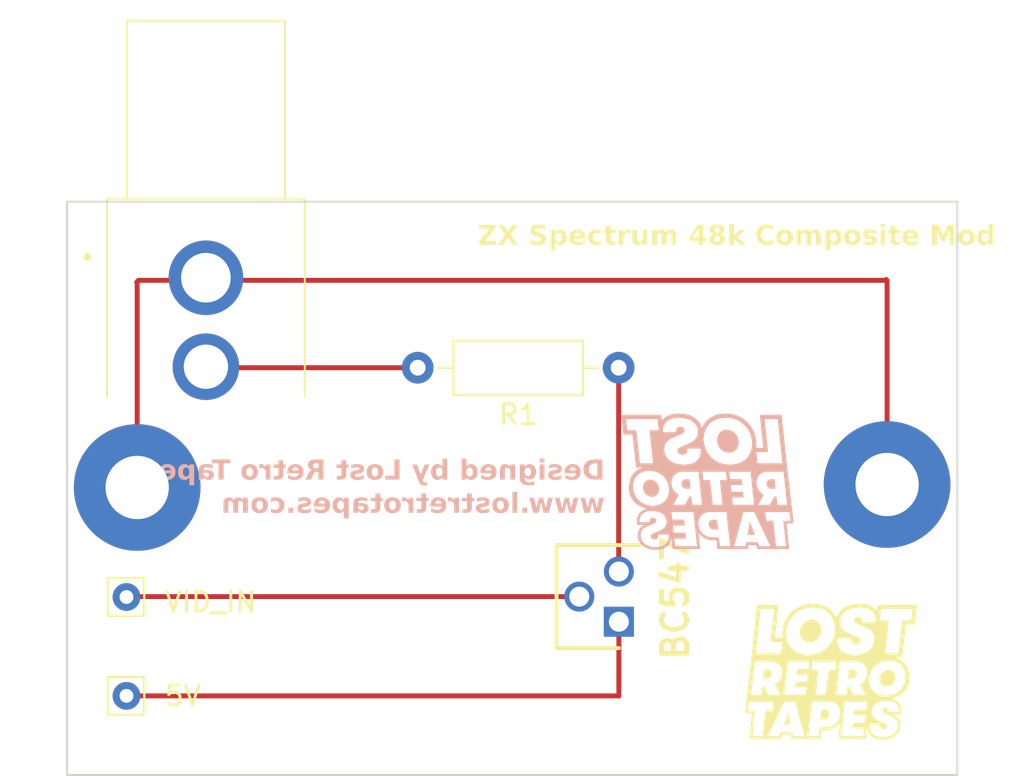
<source format=kicad_pcb>
(kicad_pcb (version 20221018) (generator pcbnew)
  (title_block (title "ZX Spectrum Composite Mod") (date "2023-11-15") (rev "0"))
  (layers (0 "F.Cu" signal) (31 "B.Cu" signal) (34 "B.Paste" user) (35 "F.Paste" user) (36 "B.SilkS" user "B.Silkscreen") (37 "F.SilkS" user "F.Silkscreen") (38 "B.Mask" user) (39 "F.Mask" user) (44 "Edge.Cuts" user))
  (net 0 "")
  (net 1 "GND")
  (net 2 "Net-(J1-Pad2)")
  (net 3 "Net-(Q1-Pad1)")
  (net 4 "Net-(Q1-Pad3)")
  (net 5 "Net-(Q1-Pad2)")
  (footprint "Resistor_THT:R_Axial_DIN0207_L6.3mm_D2.5mm_P10.16mm_Horizontal" (layer "F.Cu") (at 86.88 44.4 180)
    (fp_text reference "R1")
    (fp_text value "100R")
  )
  (footprint "MountingHole:MountingHole_3.2mm_M3_Pad" (layer "F.Cu") (at 100.45 50.31)
    (fp_text reference "H2" hide)
    (fp_text value "MountingHole_Pad")
  )
  (footprint "MountingHole:MountingHole_3.2mm_M3_Pad" (layer "F.Cu") (at 62.54 50.46)
    (fp_text reference "H1" hide)
    (fp_text value "MountingHole_Pad")
  )
  (footprint "SamacSys_Parts:TO127P419X482X1041-3P" (layer "F.Cu") (at 86.89 57.25 90)
    (fp_text reference "Q1" hide)
    (fp_text value "BC547B" hide)
  )
  (footprint "Connector_Pin:Pin_D0.7mm_L6.5mm_W1.8mm_FlatFork" (layer "F.Cu") (at 62 61)
    (fp_text reference "TP2" hide)
    (fp_text value "5V")
  )
  (footprint "SamacSys_Parts:KLPX0848A2B" (layer "F.Cu") (at 66.015 39.85 -90)
    (fp_text reference "J1" hide)
    (fp_text value "KLPX-0848A-2-B" hide)
  )
  (footprint "Connector_Pin:Pin_D0.7mm_L6.5mm_W1.8mm_FlatFork" (layer "F.Cu") (at 62 56)
    (fp_text reference "TP1" hide)
    (fp_text value "VID_IN")
  )
  (gr_poly (pts (xy 93.398748 52.853557) (xy 93.764932 52.853557) (xy 93.513048 52.215382)) (fill solid) (layer "B.SilkS"))
  (gr_poly (pts (xy 90.244228 50.050309) (xy 90.233242 50.05113) (xy 90.222545 50.052483) (xy 90.212142 50.054354) (xy 90.202037 50.05673) (xy 90.192235 50.059597) (xy 90.182741 50.062941) (xy 90.17356 50.06675) (xy 90.164697 50.071011) (xy 90.156157 50.075709) (xy 90.147944 50.080831) (xy 90.140063 50.086365) (xy 90.13252 50.092296) (xy 90.125319 50.098611) (xy 90.118465 50.105298) (xy 90.111962 50.112341) (xy 90.105816 50.119729) (xy 90.100031 50.127448) (xy 90.094613 50.135484) (xy 90.089565 50.143825) (xy 90.084894 50.152456) (xy 90.080603 50.161364) (xy 90.076699 50.170536) (xy 90.073184 50.179959) (xy 90.070065 50.189619) (xy 90.067346 50.199503) (xy 90.065032 50.209597) (xy 90.063128 50.219888) (xy 90.061638 50.230363) (xy 90.060569 50.241009) (xy 90.059923 50.251811) (xy 90.059707 50.262757) (xy 90.059919 50.275888) (xy 90.060744 50.288877) (xy 90.06217 50.301706) (xy 90.064184 50.314357) (xy 90.066773 50.326812) (xy 90.069925 50.339053) (xy 90.073626 50.351061) (xy 90.077864 50.362819) (xy 90.082626 50.374309) (xy 90.087899 50.385513) (xy 90.093671 50.396413) (xy 90.099928 50.40699) (xy 90.106658 50.417227) (xy 90.113848 50.427106) (xy 90.121485 50.436608) (xy 90.129557 50.445717) (xy 90.13805 50.454412) (xy 90.146953 50.462678) (xy 90.156251 50.470494) (xy 90.165933 50.477845) (xy 90.175985 50.484711) (xy 90.186395 50.491074) (xy 90.19715 50.496917) (xy 90.208237 50.502222) (xy 90.219644 50.506969) (xy 90.231357 50.511143) (xy 90.243364 50.514723) (xy 90.255651 50.517694) (xy 90.268207 50.520035) (xy 90.281019 50.52173) (xy 90.294073 50.52276) (xy 90.307357 50.523107) (xy 90.512673 50.523107) (xy 90.462931 50.050032) (xy 90.255498 50.050032)) (fill solid) (layer "B.SilkS"))
  (gr_poly (pts (xy 93.398748 52.853557) (xy 93.764932 52.853557) (xy 93.513048 52.215382)) (fill solid) (layer "B.SilkS"))
  (gr_poly (pts (xy 88.453296 50.071727) (xy 88.431889 50.073292) (xy 88.41116 50.075863) (xy 88.391112 50.079411) (xy 88.371746 50.083905) (xy 88.353064 50.089316) (xy 88.335066 50.095613) (xy 88.317756 50.102767) (xy 88.301134 50.110747) (xy 88.285202 50.119523) (xy 88.269961 50.129065) (xy 88.255414 50.139343) (xy 88.241561 50.150328) (xy 88.228404 50.161989) (xy 88.215944 50.174296) (xy 88.204184 50.187219) (xy 88.193124 50.200727) (xy 88.182767 50.214792) (xy 88.173114 50.229383) (xy 88.164166 50.24447) (xy 88.155924 50.260022) (xy 88.148392 50.276011) (xy 88.141569 50.292405) (xy 88.135458 50.309175) (xy 88.13006 50.326291) (xy 88.125377 50.343722) (xy 88.12141 50.361439) (xy 88.118161 50.379411) (xy 88.115631 50.39761) (xy 88.113822 50.416003) (xy 88.112736 50.434562) (xy 88.112373 50.453257) (xy 88.112889 50.475937) (xy 88.114424 50.498509) (xy 88.116965 50.520933) (xy 88.120495 50.543168) (xy 88.124999 50.565174) (xy 88.130463 50.586912) (xy 88.13687 50.60834) (xy 88.144206 50.62942) (xy 88.152455 50.65011) (xy 88.161602 50.670372) (xy 88.171631 50.690164) (xy 88.182528 50.709446) (xy 88.194276 50.728179) (xy 88.206861 50.746322) (xy 88.220267 50.763835) (xy 88.234479 50.780679) (xy 88.249482 50.796812) (xy 88.26526 50.812196) (xy 88.281798 50.826789) (xy 88.299081 50.840551) (xy 88.317093 50.853443) (xy 88.335819 50.865425) (xy 88.355245 50.876456) (xy 88.375353 50.886496) (xy 88.39613 50.895505) (xy 88.41756 50.903443) (xy 88.439627 50.91027) (xy 88.462316 50.915945) (xy 88.485613 50.920429) (xy 88.509501 50.923682) (xy 88.533965 50.925663) (xy 88.558991 50.926332) (xy 88.581082 50.925804) (xy 88.602507 50.924238) (xy 88.623264 50.921666) (xy 88.643351 50.918116) (xy 88.662765 50.913617) (xy 88.681504 50.908201) (xy 88.699565 50.901895) (xy 88.716947 50.894731) (xy 88.733646 50.886737) (xy 88.749661 50.877944) (xy 88.764989 50.86838) (xy 88.779628 50.858076) (xy 88.793576 50.847061) (xy 88.806829 50.835365) (xy 88.819387 50.823017) (xy 88.831246 50.810048) (xy 88.842405 50.796486) (xy 88.852861 50.782362) (xy 88.862611 50.767705) (xy 88.871653 50.752544) (xy 88.879986 50.73691) (xy 88.887606 50.720832) (xy 88.894511 50.70434) (xy 88.900699 50.687463) (xy 88.906168 50.670231) (xy 88.910916 50.652673) (xy 88.914939 50.63482) (xy 88.918236 50.616701) (xy 88.920805 50.598346) (xy 88.922642 50.579783) (xy 88.923746 50.561044) (xy 88.924115 50.542157) (xy 88.923594 50.519576) (xy 88.92204 50.497103) (xy 88.919471 50.474778) (xy 88.915903 50.452641) (xy 88.91135 50.430732) (xy 88.90583 50.409091) (xy 88.899358 50.387757) (xy 88.891952 50.366771) (xy 88.883625 50.346173) (xy 88.874396 50.326002) (xy 88.864279 50.306299) (xy 88.853291 50.287103) (xy 88.841449 50.268454) (xy 88.828767 50.250392) (xy 88.815262 50.232958) (xy 88.800951 50.21619) (xy 88.785849 50.20013) (xy 88.769973 50.184816) (xy 88.753338 50.170289) (xy 88.735961 50.156589) (xy 88.717857 50.143755) (xy 88.699043 50.131828) (xy 88.679535 50.120847) (xy 88.659349 50.110853) (xy 88.638501 50.101885) (xy 88.617008 50.093983) (xy 88.594884 50.087188) (xy 88.572147 50.081538) (xy 88.548812 50.077074) (xy 88.524895 50.073837) (xy 88.500413 50.071865) (xy 88.475382 50.071199)) (fill solid) (layer "B.SilkS"))
  (gr_poly (pts (xy 90.244228 50.050309) (xy 90.233242 50.05113) (xy 90.222545 50.052483) (xy 90.212142 50.054354) (xy 90.202037 50.05673) (xy 90.192235 50.059597) (xy 90.182741 50.062941) (xy 90.17356 50.06675) (xy 90.164697 50.071011) (xy 90.156157 50.075709) (xy 90.147944 50.080831) (xy 90.140063 50.086365) (xy 90.13252 50.092296) (xy 90.125319 50.098611) (xy 90.118465 50.105298) (xy 90.111962 50.112341) (xy 90.105816 50.119729) (xy 90.100031 50.127448) (xy 90.094613 50.135484) (xy 90.089565 50.143825) (xy 90.084894 50.152456) (xy 90.080603 50.161364) (xy 90.076699 50.170536) (xy 90.073184 50.179959) (xy 90.070065 50.189619) (xy 90.067346 50.199503) (xy 90.065032 50.209597) (xy 90.063128 50.219888) (xy 90.061638 50.230363) (xy 90.060569 50.241009) (xy 90.059923 50.251811) (xy 90.059707 50.262757) (xy 90.059919 50.275888) (xy 90.060744 50.288877) (xy 90.06217 50.301706) (xy 90.064184 50.314357) (xy 90.066773 50.326812) (xy 90.069925 50.339053) (xy 90.073626 50.351061) (xy 90.077864 50.362819) (xy 90.082626 50.374309) (xy 90.087899 50.385513) (xy 90.093671 50.396413) (xy 90.099928 50.40699) (xy 90.106658 50.417227) (xy 90.113848 50.427106) (xy 90.121485 50.436608) (xy 90.129557 50.445717) (xy 90.13805 50.454412) (xy 90.146953 50.462678) (xy 90.156251 50.470494) (xy 90.165933 50.477845) (xy 90.175985 50.484711) (xy 90.186395 50.491074) (xy 90.19715 50.496917) (xy 90.208237 50.502222) (xy 90.219644 50.506969) (xy 90.231357 50.511143) (xy 90.243364 50.514723) (xy 90.255651 50.517694) (xy 90.268207 50.520035) (xy 90.281019 50.52173) (xy 90.294073 50.52276) (xy 90.307357 50.523107) (xy 90.512673 50.523107) (xy 90.462931 50.050032) (xy 90.255498 50.050032)) (fill solid) (layer "B.SilkS"))
  (gr_poly (pts (xy 89.854616 46.722764) (xy 89.79021 46.726328) (xy 89.727861 46.732262) (xy 89.667578 46.740558) (xy 89.609373 46.75121) (xy 89.553255 46.764213) (xy 89.499237 46.77956) (xy 89.447329 46.797245) (xy 89.397542 46.817261) (xy 89.349886 46.839603) (xy 89.304373 46.864264) (xy 89.261013 46.891238) (xy 89.219817 46.920519) (xy 89.180797 46.9521) (xy 89.143962 46.985976) (xy 89.109324 47.022141) (xy 89.103466 47.028584) (xy 89.097781 47.035188) (xy 89.092246 47.041916) (xy 89.086834 47.048731) (xy 89.076284 47.062473) (xy 89.065932 47.076116) (xy 89.05429 46.971341) (xy 89.034182 46.781899) (xy 87.014883 46.781899) (xy 87.014883 46.782957) (xy 87.040282 47.016849) (xy 87.100607 47.589407) (xy 87.120715 47.778849) (xy 87.583208 47.778849) (xy 87.739841 49.266866) (xy 87.75995 49.456307) (xy 88.0965 49.456307) (xy 88.031334 49.476979) (xy 87.966744 49.501927) (xy 87.90323 49.531507) (xy 87.841292 49.566076) (xy 87.811071 49.585343) (xy 87.781432 49.605991) (xy 87.752438 49.628064) (xy 87.72415 49.651607) (xy 87.696633 49.676665) (xy 87.669947 49.703282) (xy 87.644157 49.731503) (xy 87.619324 49.761372) (xy 87.595511 49.792934) (xy 87.57278 49.826233) (xy 87.551195 49.861315) (xy 87.530818 49.898223) (xy 87.511712 49.937003) (xy 87.493938 49.977698) (xy 87.47756 50.020354) (xy 87.462641 50.065014) (xy 87.449242 50.111724) (xy 87.437426 50.160528) (xy 87.427257 50.211471) (xy 87.418796 50.264597) (xy 87.412107 50.31995) (xy 87.407251 50.377576) (xy 87.404292 50.437519) (xy 87.403291 50.499824) (xy 87.404916 50.562978) (xy 87.409694 50.623687) (xy 87.417478 50.681997) (xy 87.428121 50.737955) (xy 87.441477 50.791609) (xy 87.4574 50.843005) (xy 87.475742 50.892191) (xy 87.496359 50.939214) (xy 87.519102 50.984121) (xy 87.543825 51.026958) (xy 87.570383 51.067774) (xy 87.598628 51.106615) (xy 87.628414 51.143528) (xy 87.659595 51.17856) (xy 87.692024 51.211759) (xy 87.725554 51.243171) (xy 87.795333 51.300824) (xy 87.867759 51.351896) (xy 87.941662 51.396764) (xy 88.015868 51.435804) (xy 88.089206 51.469393) (xy 88.160504 51.497909) (xy 88.22859 51.521727) (xy 88.292291 51.541224) (xy 88.265825 51.547934) (xy 88.240007 51.555363) (xy 88.21484 51.563511) (xy 88.190327 51.572378) (xy 88.166472 51.581966) (xy 88.143277 51.592272) (xy 88.120746 51.603298) (xy 88.098881 51.615043) (xy 88.077686 51.627507) (xy 88.057163 51.640691) (xy 88.037317 51.654594) (xy 88.01815 51.669216) (xy 87.999665 51.684558) (xy 87.981865 51.700619) (xy 87.964753 51.717399) (xy 87.948333 51.734899) (xy 87.927822 51.759262) (xy 87.908768 51.784697) (xy 87.891185 51.811157) (xy 87.875093 51.838599) (xy 87.860508 51.866978) (xy 87.847446 51.896247) (xy 87.835926 51.926364) (xy 87.825964 51.957281) (xy 87.817576 51.988956) (xy 87.810781 52.021341) (xy 87.805595 52.054394) (xy 87.802035 52.088068) (xy 87.800119 52.122319) (xy 87.799863 52.157102) (xy 87.801284 52.192371) (xy 87.8044 52.228082) (xy 87.818158 52.350849) (xy 88.1727 52.350849) (xy 88.139251 52.37086) (xy 88.10687 52.392072) (xy 88.075708 52.414596) (xy 88.045915 52.438542) (xy 88.017641 52.464019) (xy 87.991037 52.491138) (xy 87.978407 52.505348) (xy 87.966252 52.520009) (xy 87.95459 52.535136) (xy 87.943438 52.550742) (xy 87.932817 52.566841) (xy 87.922745 52.583446) (xy 87.913241 52.600573) (xy 87.904323 52.618233) (xy 87.896011 52.636442) (xy 87.888323 52.655212) (xy 87.881278 52.674558) (xy 87.874894 52.694493) (xy 87.869192 52.715031) (xy 87.864188 52.736186) (xy 87.859903 52.757972) (xy 87.856355 52.780402) (xy 87.853562 52.80349) (xy 87.851545 52.82725) (xy 87.85032 52.851696) (xy 87.849908 52.876841) (xy 87.850963 52.917689) (xy 87.854104 52.957667) (xy 87.8593 52.996745) (xy 87.866514 53.034896) (xy 87.875715 53.072092) (xy 87.886868 53.108305) (xy 87.89994 53.143508) (xy 87.914896 53.177672) (xy 87.931703 53.210769) (xy 87.950328 53.242772) (xy 87.970736 53.273652) (xy 87.992894 53.303382) (xy 88.016769 53.331934) (xy 88.042325 53.359279) (xy 88.069531 53.385391) (xy 88.098352 53.41024) (xy 88.128753 53.4338) (xy 88.160703 53.456042) (xy 88.194166 53.476939) (xy 88.229109 53.496461) (xy 88.265499 53.514583) (xy 88.303302 53.531275) (xy 88.342483 53.54651) (xy 88.38301 53.560259) (xy 88.424849 53.572496) (xy 88.467965 53.583191) (xy 88.512325 53.592318) (xy 88.557896 53.599847) (xy 88.604643 53.605752) (xy 88.652534 53.610005) (xy 88.701533 53.612577) (xy 88.751608 53.61344) (xy 88.802923 53.6125) (xy 88.852861 53.609687) (xy 88.901385 53.605013) (xy 88.948458 53.598491) (xy 88.994043 53.590134) (xy 89.038103 53.579954) (xy 89.080599 53.567963) (xy 89.121496 53.554174) (xy 89.160756 53.538599) (xy 89.198341 53.52125) (xy 89.234215 53.50214) (xy 89.26834 53.481281) (xy 89.300679 53.458686) (xy 89.331195 53.434367) (xy 89.35985 53.408337) (xy 89.386609 53.380607) (xy 89.404355 53.359973) (xy 89.421081 53.338563) (xy 89.43678 53.316397) (xy 89.451448 53.293493) (xy 89.46508 53.26987) (xy 89.477673 53.245546) (xy 89.48922 53.22054) (xy 89.499718 53.19487) (xy 89.509161 53.168555) (xy 89.517546 53.141614) (xy 89.524867 53.114065) (xy 89.53112 53.085927) (xy 89.536301 53.057219) (xy 89.540404 53.027959) (xy 89.543424 52.998165) (xy 89.545358 52.967857) (xy 89.554884 53.057815) (xy 89.594041 53.444107) (xy 89.606741 53.567932) (xy 90.999507 53.567932) (xy 90.984853 53.428232) (xy 90.847107 53.428232) (xy 89.731623 53.428232) (xy 89.692466 53.04194) (xy 90.293599 53.04194) (xy 90.279818 52.91653) (xy 89.409858 52.91653) (xy 89.409612 52.950889) (xy 89.407811 52.984317) (xy 89.404461 53.016798) (xy 89.399569 53.048317) (xy 89.393141 53.078857) (xy 89.385185 53.1084) (xy 89.375706 53.136931) (xy 89.364711 53.164434) (xy 89.352207 53.190891) (xy 89.3382 53.216286) (xy 89.322698 53.240603) (xy 89.305706 53.263825) (xy 89.287231 53.285937) (xy 89.26728 53.30692) (xy 89.245859 53.32676) (xy 89.222975 53.345438) (xy 89.198635 53.36294) (xy 89.172844 53.379248) (xy 89.145611 53.394347) (xy 89.11694 53.408218) (xy 89.08684 53.420847) (xy 89.055316 53.432217) (xy 89.022375 53.44231) (xy 88.988023 53.451111) (xy 88.952268 53.458604) (xy 88.915116 53.464771) (xy 88.876573 53.469596) (xy 88.836645 53.473063) (xy 88.795341 53.475155) (xy 88.752666 53.475856) (xy 88.667868 53.473048) (xy 88.587047 53.464746) (xy 88.510408 53.451139) (xy 88.438158 53.432415) (xy 88.403744 53.421193) (xy 88.370504 53.408761) (xy 88.338464 53.395144) (xy 88.307651 53.380365) (xy 88.278089 53.364447) (xy 88.249805 53.347413) (xy 88.222824 53.329288) (xy 88.197172 53.310095) (xy 88.172876 53.289857) (xy 88.14996 53.268597) (xy 88.128451 53.246339) (xy 88.108374 53.223107) (xy 88.089755 53.198924) (xy 88.072619 53.173813) (xy 88.056994 53.147797) (xy 88.042904 53.120901) (xy 88.030375 53.093148) (xy 88.019432 53.064561) (xy 88.010103 53.035163) (xy 88.002412 53.004979) (xy 87.996385 52.974031) (xy 87.992049 52.942342) (xy 87.989428 52.909938) (xy 87.988548 52.87684) (xy 87.989317 52.846186) (xy 87.991595 52.816897) (xy 87.995342 52.788925) (xy 88.000517 52.762221) (xy 88.007079 52.736738) (xy 88.014989 52.712427) (xy 88.024204 52.689238) (xy 88.034685 52.667124) (xy 88.046391 52.646037) (xy 88.05928 52.625928) (xy 88.073314 52.606747) (xy 88.088449 52.588448) (xy 88.104647 52.570981) (xy 88.121866 52.554299) (xy 88.140065 52.538352) (xy 88.159205 52.523092) (xy 88.179243 52.508471) (xy 88.20014 52.49444) (xy 88.244347 52.467955) (xy 88.291499 52.44325) (xy 88.341271 52.419938) (xy 88.393338 52.397629) (xy 88.447373 52.375938) (xy 88.560049 52.332857) (xy 88.586217 52.322799) (xy 88.610741 52.312821) (xy 88.633616 52.302852) (xy 88.654836 52.292822) (xy 88.674393 52.282662) (xy 88.692282 52.272302) (xy 88.708498 52.261673) (xy 88.723032 52.250704) (xy 88.73588 52.239325) (xy 88.747035 52.227468) (xy 88.756491 52.215062) (xy 88.760579 52.208631) (xy 88.764241 52.202037) (xy 88.767475 52.195271) (xy 88.77028 52.188324) (xy 88.772656 52.181187) (xy 88.774601 52.173853) (xy 88.776116 52.166311) (xy 88.777198 52.158554) (xy 88.777849 52.150572) (xy 88.778066 52.142357) (xy 88.77782 52.133657) (xy 88.777092 52.125218) (xy 88.775898 52.117042) (xy 88.77425 52.109129) (xy 88.772163 52.10148) (xy 88.769652 52.094097) (xy 88.766731 52.08698) (xy 88.763414 52.08013) (xy 88.759716 52.073548) (xy 88.755651 52.067236) (xy 88.751233 52.061194) (xy 88.746477 52.055423) (xy 88.741396 52.049923) (xy 88.736006 52.044697) (xy 88.730321 52.039745) (xy 88.724355 52.035068) (xy 88.718122 52.030667) (xy 88.711637 52.026543) (xy 88.704913 52.022697) (xy 88.697967 52.019129) (xy 88.69081 52.015841) (xy 88.683459 52.012835) (xy 88.675928 52.01011) (xy 88.66823 52.007667) (xy 88.66038 52.005509) (xy 88.652392 52.003635) (xy 88.644282 52.002046) (xy 88.636062 52.000745) (xy 88.627748 51.999731) (xy 88.619353 51.999005) (xy 88.610893 51.998569) (xy 88.602381 51.998423) (xy 88.591864 51.998646) (xy 88.581742 51.999313) (xy 88.572015 52.000421) (xy 88.562681 52.001968) (xy 88.55374 52.003952) (xy 88.545189 52.006369) (xy 88.537029 52.009218) (xy 88.529257 52.012496) (xy 88.521873 52.0162) (xy 88.514875 52.020328) (xy 88.508263 52.024877) (xy 88.502034 52.029845) (xy 88.496189 52.035229) (xy 88.490725 52.041027) (xy 88.485642 52.047236) (xy 88.480938 52.053854) (xy 88.476612 52.060878) (xy 88.472664 52.068305) (xy 88.469092 52.076134) (xy 88.465894 52.084361) (xy 88.46307 52.092985) (xy 88.460618 52.102002) (xy 88.458538 52.11141) (xy 88.456828 52.121207) (xy 88.455487 52.131389) (xy 88.454513 52.141955) (xy 88.453907 52.152903) (xy 88.453665 52.164228) (xy 88.453788 52.17593) (xy 88.454274 52.188005) (xy 88.455123 52.200451) (xy 88.456332 52.213265) (xy 87.941982 52.213265) (xy 87.938294 52.162107) (xy 87.938925 52.110935) (xy 87.940945 52.085487) (xy 87.944147 52.060207) (xy 87.948566 52.035152) (xy 87.954235 52.010379) (xy 87.96119 51.985946) (xy 87.969465 51.96191) (xy 87.979093 51.938327) (xy 87.990109 51.915256) (xy 88.002548 51.892752) (xy 88.016443 51.870874) (xy 88.03183 51.849679) (xy 88.048741 51.829223) (xy 88.067213 51.809564) (xy 88.087278 51.790759) (xy 88.108971 51.772865) (xy 88.132327 51.755939) (xy 88.15738 51.740039) (xy 88.184163 51.725222) (xy 88.212712 51.711545) (xy 88.243061 51.699064) (xy 88.275244 51.687838) (xy 88.309295 51.677923) (xy 88.345249 51.669377) (xy 88.383139 51.662256) (xy 88.423001 51.656618) (xy 88.464869 51.652521) (xy 88.508776 51.65002) (xy 88.554757 51.649174) (xy 88.624342 51.651075) (xy 88.693426 51.656845) (xy 88.761458 51.66658) (xy 88.82789 51.680378) (xy 88.892169 51.698337) (xy 88.953747 51.720555) (xy 89.012072 51.74713) (xy 89.066594 51.778158) (xy 89.092257 51.795373) (xy 89.116762 51.813738) (xy 89.140042 51.833266) (xy 89.162028 51.853967) (xy 89.182649 51.875856) (xy 89.201839 51.898944) (xy 89.219527 51.923243) (xy 89.235646 51.948765) (xy 89.250126 51.975523) (xy 89.262898 52.003528) (xy 89.273894 52.032794) (xy 89.283046 52.063331) (xy 89.290283 52.095154) (xy 89.295537 52.128272) (xy 89.298741 52.1627) (xy 89.299824 52.198449) (xy 89.299098 52.227478) (xy 89.296946 52.255262) (xy 89.293405 52.281846) (xy 89.288511 52.307275) (xy 89.282301 52.331594) (xy 89.274814 52.354848) (xy 89.266084 52.377083) (xy 89.256151 52.398341) (xy 89.24505 52.41867) (xy 89.232819 52.438114) (xy 89.219494 52.456717) (xy 89.205113 52.474525) (xy 89.189713 52.491583) (xy 89.17333 52.507935) (xy 89.156002 52.523627) (xy 89.137766 52.538703) (xy 89.118659 52.553209) (xy 89.098717 52.567189) (xy 89.056479 52.593753) (xy 89.011348 52.618754) (xy 88.963621 52.642552) (xy 88.913593 52.665507) (xy 88.86156 52.687978) (xy 88.752666 52.732907) (xy 88.693331 52.757515) (xy 88.667027 52.769098) (xy 88.642913 52.78035) (xy 88.620951 52.791385) (xy 88.601103 52.802317) (xy 88.583328 52.813257) (xy 88.56759 52.82432) (xy 88.553848 52.835619) (xy 88.542064 52.847267) (xy 88.532199 52.859376) (xy 88.524214 52.872061) (xy 88.520915 52.878655) (xy 88.518072 52.885434) (xy 88.515679 52.892414) (xy 88.513732 52.899609) (xy 88.511157 52.914698) (xy 88.510307 52.930815) (xy 88.510538 52.939558) (xy 88.511225 52.94812) (xy 88.512359 52.956496) (xy 88.513931 52.96468) (xy 88.515931 52.972664) (xy 88.518351 52.980442) (xy 88.521181 52.988009) (xy 88.524413 52.995357) (xy 88.528037 53.00248) (xy 88.532044 53.009372) (xy 88.536425 53.016027) (xy 88.54117 53.022437) (xy 88.546272 53.028598) (xy 88.55172 53.034501) (xy 88.557506 53.040141) (xy 88.563621 53.045512) (xy 88.570054 53.050607) (xy 88.576798 53.055419) (xy 88.583844 53.059943) (xy 88.591181 53.064171) (xy 88.598801 53.068098) (xy 88.606695 53.071717) (xy 88.614853 53.075022) (xy 88.623268 53.078006) (xy 88.631928 53.080663) (xy 88.640826 53.082987) (xy 88.649953 53.08497) (xy 88.659298 53.086607) (xy 88.668854 53.087892) (xy 88.67861 53.088817) (xy 88.688559 53.089377) (xy 88.69869 53.089565) (xy 88.710831 53.089305) (xy 88.722643 53.088529) (xy 88.734119 53.08724) (xy 88.745253 53.085441) (xy 88.756038 53.083139) (xy 88.766467 53.080336) (xy 88.776535 53.077036) (xy 88.786234 53.073244) (xy 88.795558 53.068963) (xy 88.8045 53.064199) (xy 88.813054 53.058954) (xy 88.821213 53.053233) (xy 88.82897 53.047039) (xy 88.836319 53.040378) (xy 88.843254 53.033253) (xy 88.849767 53.025668) (xy 88.855853 53.017628) (xy 88.861503 53.009135) (xy 88.866713 53.000195) (xy 88.871475 52.990812) (xy 88.875783 52.980988) (xy 88.879631 52.97073) (xy 88.88301 52.96004) (xy 88.885916 52.948923) (xy 88.888341 52.937382) (xy 88.890279 52.925422) (xy 88.891723 52.913048) (xy 88.892667 52.900262) (xy 88.893104 52.887069) (xy 88.893027 52.873474) (xy 88.892431 52.859479) (xy 88.891307 52.84509) (xy 89.405657 52.84509) (xy 89.408541 52.881259) (xy 89.409858 52.91653) (xy 90.279818 52.91653) (xy 90.261849 52.753015) (xy 89.660716 52.753015) (xy 89.623674 52.384715) (xy 90.224807 52.384715) (xy 90.193057 52.08309) (xy 89.591924 52.08309) (xy 89.548532 51.696799) (xy 90.664016 51.696799) (xy 90.847107 53.428232) (xy 90.984853 53.428232) (xy 90.983632 53.41659) (xy 90.912724 52.747724) (xy 90.942572 52.789814) (xy 90.974903 52.829896) (xy 91.009618 52.867873) (xy 91.046619 52.903646) (xy 91.08581 52.937119) (xy 91.127092 52.968194) (xy 91.170368 52.996773) (xy 91.215539 53.022758) (xy 91.262509 53.046052) (xy 91.31118 53.066557) (xy 91.361454 53.084175) (xy 91.413233 53.098809) (xy 91.439656 53.104977) (xy 91.466419 53.110361) (xy 91.49351 53.114951) (xy 91.520916 53.118734) (xy 91.548625 53.121697) (xy 91.576625 53.123829) (xy 91.604904 53.125117) (xy 91.633449 53.125549) (xy 91.826065 53.125549) (xy 91.859932 53.445166) (xy 91.872632 53.567932) (xy 93.407215 53.567932) (xy 93.428382 53.455749) (xy 93.444257 53.367907) (xy 93.818907 53.367907) (xy 93.865474 53.482207) (xy 93.900399 53.567932) (xy 95.498482 53.567932) (xy 95.482607 53.41659) (xy 95.363015 52.276765) (xy 95.718615 52.276765) (xy 95.704063 52.137065) (xy 95.565157 52.137065) (xy 95.208498 52.137065) (xy 95.345023 53.428232) (xy 94.830673 53.428232) (xy 94.550215 53.428232) (xy 93.993532 53.428232) (xy 93.91204 53.228207) (xy 93.331015 53.228207) (xy 93.293973 53.428232) (xy 92.719298 53.428232) (xy 92.511865 53.428232) (xy 91.997515 53.428232) (xy 91.950949 52.985849) (xy 91.634507 52.985849) (xy 91.595188 52.984791) (xy 91.556626 52.981851) (xy 91.518854 52.977082) (xy 91.481904 52.970536) (xy 91.445809 52.962266) (xy 91.4106 52.952325) (xy 91.376309 52.940766) (xy 91.342969 52.92764) (xy 91.310612 52.913002) (xy 91.27927 52.896903) (xy 91.248976 52.879397) (xy 91.21976 52.860535) (xy 91.191656 52.840372) (xy 91.164696 52.818959) (xy 91.138912 52.796349) (xy 91.114336 52.772595) (xy 91.091 52.747749) (xy 91.068937 52.721865) (xy 91.048178 52.694995) (xy 91.028756 52.667191) (xy 91.010703 52.638507) (xy 90.994051 52.608995) (xy 90.978832 52.578708) (xy 90.965078 52.547699) (xy 90.952822 52.51602) (xy 90.942096 52.483723) (xy 90.932932 52.450863) (xy 90.925362 52.417491) (xy 90.919418 52.38366) (xy 90.915132 52.349422) (xy 90.912537 52.314832) (xy 90.911665 52.27994) (xy 90.912302 52.250144) (xy 90.914204 52.220708) (xy 90.917358 52.191672) (xy 90.921753 52.163073) (xy 90.927375 52.13495) (xy 90.934213 52.107342) (xy 90.942254 52.080286) (xy 90.951485 52.053821) (xy 90.961895 52.027985) (xy 90.97347 52.002818) (xy 90.986199 51.978356) (xy 91.000069 51.954639) (xy 91.015068 51.931705) (xy 91.031183 51.909592) (xy 91.048401 51.888339) (xy 91.066711 51.867984) (xy 91.0861 51.848565) (xy 91.106556 51.830121) (xy 91.128066 51.81269) (xy 91.150617 51.796311) (xy 91.174198 51.781021) (xy 91.198796 51.76686) (xy 91.224399 51.753865) (xy 91.250994 51.742076) (xy 91.278568 51.731529) (xy 91.30711 51.722264) (xy 91.336607 51.71432) (xy 91.367046 51.707734) (xy 91.398416 51.702544) (xy 91.430704 51.69879) (xy 91.463896 51.696509) (xy 91.497982 51.69574) (xy 92.328774 51.69574) (xy 92.511865 53.428232) (xy 92.719298 53.428232) (xy 93.189199 51.696799) (xy 93.728948 51.696799) (xy 94.550215 53.428232) (xy 94.830673 53.428232) (xy 94.694148 52.137065) (xy 94.338548 52.137065) (xy 94.291982 51.696799) (xy 95.51859 51.696799) (xy 95.565157 52.137065) (xy 95.704063 52.137065) (xy 95.70274 52.124366) (xy 95.656173 51.684099) (xy 95.643473 51.561332) (xy 95.642415 51.561332) (xy 95.616208 51.335907) (xy 93.728948 51.335907) (xy 92.651565 51.335907) (xy 92.613465 50.963374) (xy 93.193432 50.963374) (xy 93.16274 50.683974) (xy 92.581715 50.683974) (xy 92.545732 50.328374) (xy 93.125698 50.328374) (xy 93.100364 50.088132) (xy 92.34359 50.088132) (xy 91.999632 50.088132) (xy 92.129807 51.334849) (xy 91.633449 51.334849) (xy 91.095815 51.334849) (xy 90.599457 51.334849) (xy 90.553949 50.907282) (xy 90.460815 50.907282) (xy 90.221632 51.334849) (xy 89.636374 51.334849) (xy 89.917891 50.82579) (xy 89.897094 50.814268) (xy 89.87678 50.802134) (xy 89.856961 50.789402) (xy 89.837648 50.776088) (xy 89.818852 50.762206) (xy 89.800586 50.747769) (xy 89.782861 50.732794) (xy 89.765689 50.717295) (xy 89.749081 50.701285) (xy 89.733049 50.68478) (xy 89.717605 50.667793) (xy 89.70276 50.650341) (xy 89.688525 50.632436) (xy 89.674913 50.614094) (xy 89.661935 50.595329) (xy 89.653603 50.582374) (xy 89.427881 50.582374) (xy 89.427057 50.621909) (xy 89.424587 50.661099) (xy 89.420474 50.699884) (xy 89.414721 50.738205) (xy 89.407331 50.776002) (xy 89.398309 50.813216) (xy 89.387657 50.849785) (xy 89.375378 50.885652) (xy 89.361477 50.920757) (xy 89.345955 50.955038) (xy 89.328817 50.988438) (xy 89.310066 51.020896) (xy 89.289704 51.052352) (xy 89.267736 51.082747) (xy 89.244165 51.112022) (xy 89.218993 51.140115) (xy 89.192225 51.166969) (xy 89.163863 51.192523) (xy 89.133911 51.216716) (xy 89.102372 51.239491) (xy 89.06925 51.260787) (xy 89.034547 51.280544) (xy 88.998267 51.298703) (xy 88.960413 51.315203) (xy 88.920989 51.329986) (xy 88.879997 51.342992) (xy 88.837442 51.35416) (xy 88.793326 51.363432) (xy 88.747653 51.370747) (xy 88.700426 51.376046) (xy 88.651649 51.379269) (xy 88.601324 51.380357) (xy 88.545112 51.379) (xy 88.490204 51.374982) (xy 88.436629 51.368384) (xy 88.384421 51.359285) (xy 88.33361 51.347767) (xy 88.284229 51.333909) (xy 88.236308 51.317791) (xy 88.18988 51.299494) (xy 88.144975 51.279097) (xy 88.101626 51.256682) (xy 88.059865 51.232329) (xy 88.019722 51.206116) (xy 87.981229 51.178126) (xy 87.944418 51.148438) (xy 87.90932 51.117132) (xy 87.875968 51.084288) (xy 87.844392 51.049987) (xy 87.814625 51.01431) (xy 87.786697 50.977335) (xy 87.760641 50.939144) (xy 87.736487 50.899816) (xy 87.714268 50.859432) (xy 87.694016 50.818073) (xy 87.675761 50.775817) (xy 87.659535 50.732746) (xy 87.645371 50.68894) (xy 87.633299 50.644479) (xy 87.623351 50.599444) (xy 87.615558 50.553913) (xy 87.609953 50.507969) (xy 87.606567 50.46169) (xy 87.605431 50.415157) (xy 87.606256 50.375622) (xy 87.608726 50.336432) (xy 87.612839 50.297647) (xy 87.618592 50.259326) (xy 87.625982 50.221529) (xy 87.635004 50.184316) (xy 87.645656 50.147746) (xy 87.657935 50.111879) (xy 87.671836 50.076774) (xy 87.687358 50.042493) (xy 87.704496 50.009093) (xy 87.723248 49.976635) (xy 87.743609 49.945179) (xy 87.765577 49.914784) (xy 87.789149 49.885509) (xy 87.81432 49.857416) (xy 87.841089 49.830562) (xy 87.86945 49.805008) (xy 87.899402 49.780814) (xy 87.930941 49.75804) (xy 87.964064 49.736744) (xy 87.998767 49.716987) (xy 88.035047 49.698828) (xy 88.072901 49.682328) (xy 88.112325 49.667545) (xy 88.153316 49.654539) (xy 88.195872 49.643371) (xy 88.239987 49.634099) (xy 88.28566 49.626784) (xy 88.332887 49.621485) (xy 88.381665 49.618262) (xy 88.43199 49.617174) (xy 88.488202 49.618531) (xy 88.54311 49.622549) (xy 88.596684 49.629147) (xy 88.648893 49.638246) (xy 88.699703 49.649764) (xy 88.749085 49.663622) (xy 88.797005 49.67974) (xy 88.843434 49.698037) (xy 88.888338 49.718433) (xy 88.931687 49.740849) (xy 88.973448 49.765202) (xy 89.013592 49.791414) (xy 89.052084 49.819405) (xy 89.088895 49.849093) (xy 89.123993 49.880399) (xy 89.157345 49.913243) (xy 89.188921 49.947543) (xy 89.218688 49.983221) (xy 89.246616 50.020196) (xy 89.272672 50.058387) (xy 89.296826 50.097715) (xy 89.319044 50.138099) (xy 89.339297 50.179458) (xy 89.357552 50.221714) (xy 89.373777 50.264784) (xy 89.387942 50.308591) (xy 89.400014 50.353052) (xy 89.409962 50.398087) (xy 89.417754 50.443618) (xy 89.423359 50.489562) (xy 89.426746 50.535841) (xy 89.427881 50.582374) (xy 89.653603 50.582374) (xy 89.649603 50.576156) (xy 89.637928 50.556589) (xy 89.626922 50.536643) (xy 89.616597 50.516332) (xy 89.606964 50.495671) (xy 89.598035 50.474674) (xy 89.589821 50.453357) (xy 89.582334 50.431732) (xy 89.575586 50.409816) (xy 89.569588 50.387622) (xy 89.564353 50.365165) (xy 89.55989 50.34246) (xy 89.556214 50.319521) (xy 89.553334 50.296362) (xy 89.551262 50.272999) (xy 89.55001 50.249445) (xy 89.549591 50.225716) (xy 89.550206 50.197001) (xy 89.552043 50.168628) (xy 89.55509 50.140633) (xy 89.559335 50.113055) (xy 89.564766 50.08593) (xy 89.571371 50.059296) (xy 89.579138 50.03319) (xy 89.588055 50.007649) (xy 89.598109 49.982712) (xy 89.60929 49.958415) (xy 89.621584 49.934797) (xy 89.634981 49.911893) (xy 89.649467 49.889742) (xy 89.665031 49.868381) (xy 89.681661 49.847848) (xy 89.699345 49.828179) (xy 89.71807 49.809413) (xy 89.737826 49.791586) (xy 89.758599 49.774737) (xy 89.780378 49.758902) (xy 89.80315 49.744119) (xy 89.826904 49.730425) (xy 89.851628 49.717857) (xy 89.87731 49.706454) (xy 89.903937 49.696253) (xy 89.931498 49.68729) (xy 89.959981 49.679603) (xy 89.989373 49.67323) (xy 90.019663 49.668209) (xy 90.050839 49.664575) (xy 90.082888 49.662368) (xy 90.115799 49.661624) (xy 90.918015 49.661624) (xy 91.095815 51.334849) (xy 91.633449 51.334849) (xy 91.502215 50.088132) (xy 91.158257 50.088132) (xy 91.112748 49.662682) (xy 92.298082 49.662682) (xy 92.34359 50.088132) (xy 93.100364 50.088132) (xy 93.095006 50.037332) (xy 92.51504 50.037332) (xy 92.51504 50.036274) (xy 92.474823 49.663741) (xy 93.552207 49.663741) (xy 93.728948 51.335907) (xy 95.616208 51.335907) (xy 95.616085 51.334849) (xy 95.395823 51.334849) (xy 94.899465 51.334849) (xy 94.853957 50.907282) (xy 94.760823 50.907282) (xy 94.52164 51.334849) (xy 93.936382 51.334849) (xy 94.217898 50.82579) (xy 94.197102 50.814268) (xy 94.176788 50.802134) (xy 94.156968 50.789402) (xy 94.137655 50.776088) (xy 94.11886 50.762206) (xy 94.100594 50.747769) (xy 94.082869 50.732794) (xy 94.065697 50.717295) (xy 94.049089 50.701285) (xy 94.033057 50.68478) (xy 94.017613 50.667793) (xy 94.002767 50.650341) (xy 93.988533 50.632436) (xy 93.974921 50.614094) (xy 93.961943 50.595329) (xy 93.949611 50.576156) (xy 93.937936 50.556589) (xy 93.92693 50.536643) (xy 93.916605 50.516332) (xy 93.906972 50.495671) (xy 93.898042 50.474674) (xy 93.889828 50.453357) (xy 93.882342 50.431732) (xy 93.875594 50.409816) (xy 93.869596 50.387622) (xy 93.86436 50.365165) (xy 93.859898 50.34246) (xy 93.856221 50.319521) (xy 93.853341 50.296362) (xy 93.85127 50.272999) (xy 93.850018 50.249445) (xy 93.849598 50.225716) (xy 93.850213 50.197001) (xy 93.85205 50.168628) (xy 93.855097 50.140633) (xy 93.859342 50.113055) (xy 93.864773 50.08593) (xy 93.871378 50.059296) (xy 93.879145 50.03319) (xy 93.888062 50.007649) (xy 93.898117 49.982712) (xy 93.909298 49.958415) (xy 93.921592 49.934797) (xy 93.934989 49.911893) (xy 93.949475 49.889742) (xy 93.965039 49.868381) (xy 93.981669 49.847848) (xy 93.999353 49.828179) (xy 94.018078 49.809413) (xy 94.037833 49.791586) (xy 94.058607 49.774737) (xy 94.080385 49.758902) (xy 94.103158 49.744119) (xy 94.126912 49.730425) (xy 94.151636 49.717857) (xy 94.177318 49.706454) (xy 94.203945 49.696253) (xy 94.231506 49.68729) (xy 94.259989 49.679603) (xy 94.289381 49.67323) (xy 94.319671 49.668209) (xy 94.350847 49.664575) (xy 94.382896 49.662368) (xy 94.415807 49.661624) (xy 95.219082 49.661624) (xy 95.395823 51.334849) (xy 95.616085 51.334849) (xy 95.39794 49.458424) (xy 95.39794 49.457366) (xy 95.375801 49.244641) (xy 95.160873 49.244641) (xy 93.903573 49.244641) (xy 93.84219 48.672082) (xy 94.431682 48.672082) (xy 94.25494 46.994624) (xy 94.922748 46.994624) (xy 95.160873 49.244641) (xy 95.375801 49.244641) (xy 95.373598 49.223474) (xy 95.133357 46.972399) (xy 95.113248 46.782957) (xy 94.017873 46.782957) (xy 94.042215 47.016849) (xy 94.194615 48.460416) (xy 93.817848 48.460416) (xy 93.822313 48.431841) (xy 93.826183 48.403266) (xy 93.829457 48.374691) (xy 93.832136 48.346116) (xy 93.83422 48.317541) (xy 93.835708 48.288966) (xy 93.836601 48.260391) (xy 93.836899 48.231816) (xy 93.627348 48.231816) (xy 93.626239 48.28499) (xy 93.622914 48.337699) (xy 93.617378 48.389864) (xy 93.609636 48.441403) (xy 93.599691 48.492237) (xy 93.587548 48.542285) (xy 93.573213 48.591468) (xy 93.556688 48.639704) (xy 93.537979 48.686914) (xy 93.51709 48.733018) (xy 93.494026 48.777934) (xy 93.468791 48.821584) (xy 93.441389 48.863887) (xy 93.411825 48.904762) (xy 93.380103 48.94413) (xy 93.346229 48.981909) (xy 93.310205 49.018021) (xy 93.272038 49.052384) (xy 93.23173 49.084919) (xy 93.189287 49.115545) (xy 93.144714 49.144181) (xy 93.098014 49.170749) (xy 93.049192 49.195167) (xy 92.998252 49.217355) (xy 92.945199 49.237234) (xy 92.890038 49.254722) (xy 92.832773 49.26974) (xy 92.773408 49.282207) (xy 92.711948 49.292044) (xy 92.648397 49.299169) (xy 92.582759 49.303503) (xy 92.51504 49.304966) (xy 92.439405 49.303139) (xy 92.365525 49.29773) (xy 92.29344 49.288849) (xy 92.223195 49.276601) (xy 92.15483 49.261097) (xy 92.08839 49.242444) (xy 92.023915 49.22075) (xy 91.961449 49.196123) (xy 91.901035 49.168671) (xy 91.842713 49.138503) (xy 91.786528 49.105726) (xy 91.732521 49.07045) (xy 91.680734 49.032781) (xy 91.631211 48.992828) (xy 91.583994 48.950699) (xy 91.539125 48.906503) (xy 91.496646 48.860347) (xy 91.4566 48.81234) (xy 91.41903 48.762589) (xy 91.383978 48.711203) (xy 91.351486 48.65829) (xy 91.321596 48.603959) (xy 91.308817 48.577859) (xy 91.032642 48.577859) (xy 91.032385 48.622618) (xy 91.030097 48.666156) (xy 91.025787 48.708451) (xy 91.019464 48.749483) (xy 91.011136 48.789231) (xy 91.000813 48.827674) (xy 90.988505 48.864791) (xy 90.974219 48.900563) (xy 90.957966 48.934967) (xy 90.939755 48.967983) (xy 90.919593 48.999592) (xy 90.897492 49.029771) (xy 90.873459 49.0585) (xy 90.847504 49.085758) (xy 90.819636 49.111525) (xy 90.789864 49.13578) (xy 90.758197 49.158502) (xy 90.724644 49.179671) (xy 90.689215 49.199265) (xy 90.651918 49.217264) (xy 90.612763 49.233648) (xy 90.571759 49.248394) (xy 90.528914 49.261484) (xy 90.484238 49.272895) (xy 90.43774 49.282608) (xy 90.38943 49.290602) (xy 90.339315 49.296855) (xy 90.287406 49.301347) (xy 90.233712 49.304057) (xy 90.178241 49.304966) (xy 90.068028 49.301311) (xy 89.962994 49.290511) (xy 89.863404 49.272812) (xy 89.769526 49.24846) (xy 89.724811 49.233867) (xy 89.681625 49.217703) (xy 89.64 49.2) (xy 89.599969 49.180787) (xy 89.561566 49.160096) (xy 89.524824 49.137958) (xy 89.489777 49.114403) (xy 89.456457 49.089462) (xy 89.424899 49.063167) (xy 89.395135 49.035547) (xy 89.367199 49.006634) (xy 89.341124 48.976458) (xy 89.316943 48.945051) (xy 89.29469 48.912443) (xy 89.274399 48.878665) (xy 89.256102 48.843747) (xy 89.239832 48.807721) (xy 89.225624 48.770617) (xy 89.21351 48.732467) (xy 89.203524 48.6933) (xy 89.195699 48.653149) (xy 89.190068 48.612043) (xy 89.186666 48.570013) (xy 89.185524 48.52709) (xy 89.186523 48.487315) (xy 89.189484 48.449306) (xy 89.194355 48.413002) (xy 89.201083 48.378339) (xy 89.209614 48.345255) (xy 89.219896 48.313687) (xy 89.231876 48.283573) (xy 89.245502 48.254851) (xy 89.260719 48.227457) (xy 89.277476 48.201329) (xy 89.295719 48.176404) (xy 89.315395 48.15262) (xy 89.336452 48.129915) (xy 89.358837 48.108225) (xy 89.382496 48.087488) (xy 89.407377 48.067642) (xy 89.433427 48.048623) (xy 89.460593 48.03037) (xy 89.518062 47.995908) (xy 89.579359 47.963757) (xy 89.644063 47.933415) (xy 89.71175 47.904382) (xy 89.781996 47.876156) (xy 89.928474 47.820124) (xy 89.962343 47.806936) (xy 89.994094 47.793899) (xy 90.023719 47.780915) (xy 90.051207 47.767885) (xy 90.07655 47.754713) (xy 90.099737 47.741301) (xy 90.120761 47.72755) (xy 90.139611 47.713364) (xy 90.156278 47.698645) (xy 90.170753 47.683295) (xy 90.183027 47.667216) (xy 90.188335 47.658873) (xy 90.19309 47.650311) (xy 90.197289 47.641518) (xy 90.200933 47.632482) (xy 90.204019 47.62319) (xy 90.206546 47.613631) (xy 90.208514 47.603792) (xy 90.209921 47.593661) (xy 90.210767 47.583226) (xy 90.211049 47.572474) (xy 90.210732 47.561231) (xy 90.209795 47.550325) (xy 90.208255 47.539756) (xy 90.206131 47.529527) (xy 90.20344 47.519637) (xy 90.2002 47.510089) (xy 90.19643 47.500884) (xy 90.192147 47.492024) (xy 90.18737 47.483509) (xy 90.182116 47.475342) (xy 90.176404 47.467522) (xy 90.170251 47.460053) (xy 90.163676 47.452934) (xy 90.156696 47.446169) (xy 90.14933 47.439757) (xy 90.141595 47.4337) (xy 90.133511 47.428) (xy 90.125093 47.422657) (xy 90.116362 47.417674) (xy 90.107334 47.413052) (xy 90.098028 47.408792) (xy 90.088461 47.404895) (xy 90.078653 47.401362) (xy 90.06862 47.398196) (xy 90.058381 47.395397) (xy 90.047954 47.392967) (xy 90.037357 47.390907) (xy 90.026607 47.389219) (xy 90.015724 47.387903) (xy 90.004724 47.386962) (xy 89.993626 47.386396) (xy 89.982449 47.386207) (xy 89.968815 47.386498) (xy 89.955695 47.387368) (xy 89.943086 47.388815) (xy 89.930987 47.390833) (xy 89.919397 47.393421) (xy 89.908313 47.396574) (xy 89.897736 47.400289) (xy 89.887661 47.404563) (xy 89.87809 47.409391) (xy 89.869019 47.414771) (xy 89.860447 47.420699) (xy 89.852373 47.427172) (xy 89.844795 47.434186) (xy 89.837711 47.441737) (xy 89.83112 47.449822) (xy 89.825021 47.458438) (xy 89.819412 47.467581) (xy 89.814291 47.477248) (xy 89.809657 47.487435) (xy 89.805508 47.498138) (xy 89.801843 47.509355) (xy 89.79866 47.521081) (xy 89.795958 47.533314) (xy 89.793734 47.546049) (xy 89.791989 47.559283) (xy 89.790719 47.573013) (xy 89.789923 47.587235) (xy 89.7896 47.601946) (xy 89.789749 47.617142) (xy 89.790367 47.63282) (xy 89.791454 47.648976) (xy 89.793007 47.665607) (xy 89.129432 47.665607) (xy 89.119907 47.580941) (xy 89.120408 47.567182) (xy 88.906124 47.567182) (xy 88.443633 47.567182) (xy 88.620374 49.244641) (xy 87.951507 49.244641) (xy 87.774766 47.567182) (xy 87.312273 47.567182) (xy 87.249832 46.994624) (xy 88.84474 46.994624) (xy 88.906124 47.567182) (xy 89.120408 47.567182) (xy 89.122137 47.519775) (xy 89.125127 47.489391) (xy 89.129415 47.459218) (xy 89.135036 47.429312) (xy 89.142026 47.399731) (xy 89.150421 47.370532) (xy 89.160256 47.341774) (xy 89.171566 47.313513) (xy 89.184389 47.285807) (xy 89.198758 47.258715) (xy 89.21471 47.232292) (xy 89.232281 47.206597) (xy 89.251506 47.181688) (xy 89.272421 47.157622) (xy 89.295061 47.134456) (xy 89.319462 47.112249) (xy 89.345661 47.091057) (xy 89.373691 47.070938) (xy 89.40359 47.05195) (xy 89.435392 47.03415) (xy 89.469134 47.017596) (xy 89.504851 47.002345) (xy 89.542579 46.988456) (xy 89.582353 46.975985) (xy 89.624209 46.96499) (xy 89.668183 46.955529) (xy 89.71431 46.947658) (xy 89.762626 46.941437) (xy 89.813167 46.936922) (xy 89.865968 46.934171) (xy 89.921066 46.933241) (xy 90.011459 46.935705) (xy 90.101189 46.943185) (xy 90.189542 46.955809) (xy 90.275806 46.973705) (xy 90.359266 46.997003) (xy 90.439211 47.02583) (xy 90.514926 47.060316) (xy 90.585699 47.10059) (xy 90.619009 47.122937) (xy 90.650816 47.146779) (xy 90.681031 47.172132) (xy 90.709565 47.199013) (xy 90.736328 47.227436) (xy 90.761232 47.25742) (xy 90.784187 47.288978) (xy 90.805104 47.322128) (xy 90.823895 47.356886) (xy 90.840469 47.393268) (xy 90.854737 47.43129) (xy 90.866612 47.470967) (xy 90.876003 47.512316) (xy 90.882821 47.555354) (xy 90.886977 47.600095) (xy 90.888382 47.646557) (xy 90.887438 47.684323) (xy 90.884639 47.720466) (xy 90.880033 47.755047) (xy 90.873669 47.788122) (xy 90.865594 47.81975) (xy 90.855858 47.849991) (xy 90.844509 47.878903) (xy 90.831596 47.906543) (xy 90.817166 47.932972) (xy 90.801268 47.958246) (xy 90.783952 47.982425) (xy 90.765264 48.005568) (xy 90.745254 48.027732) (xy 90.72397 48.048977) (xy 90.70146 48.06936) (xy 90.677774 48.088941) (xy 90.652958 48.107777) (xy 90.627063 48.125928) (xy 90.572226 48.160407) (xy 90.513649 48.192846) (xy 90.45172 48.223713) (xy 90.386828 48.253476) (xy 90.319358 48.282603) (xy 90.178241 48.340824) (xy 90.100879 48.372971) (xy 90.066606 48.388077) (xy 90.0352 48.402736) (xy 90.00661 48.417098) (xy 89.980783 48.431311) (xy 89.957665 48.445524) (xy 89.937205 48.459886) (xy 89.919349 48.474546) (xy 89.904045 48.489652) (xy 89.89124 48.505353) (xy 89.880882 48.521799) (xy 89.876604 48.530347) (xy 89.872917 48.539137) (xy 89.869816 48.548188) (xy 89.867293 48.557518) (xy 89.863957 48.577088) (xy 89.862857 48.597999) (xy 89.863156 48.609296) (xy 89.864045 48.620361) (xy 89.865512 48.631187) (xy 89.867545 48.641765) (xy 89.870134 48.652085) (xy 89.873266 48.662141) (xy 89.87693 48.671924) (xy 89.881113 48.681425) (xy 89.885806 48.690636) (xy 89.890995 48.699549) (xy 89.896669 48.708156) (xy 89.902817 48.716447) (xy 89.909428 48.724416) (xy 89.916488 48.732052) (xy 89.923987 48.739349) (xy 89.931913 48.746298) (xy 89.940255 48.75289) (xy 89.949001 48.759117) (xy 89.958139 48.764971) (xy 89.967657 48.770443) (xy 89.977544 48.775525) (xy 89.987789 48.78021) (xy 89.99838 48.784487) (xy 90.009304 48.78835) (xy 90.020551 48.79179) (xy 90.032109 48.794797) (xy 90.043966 48.797365) (xy 90.056111 48.799485) (xy 90.068531 48.801148) (xy 90.081216 48.802347) (xy 90.094154 48.803072) (xy 90.107332 48.803316) (xy 90.123097 48.802978) (xy 90.138438 48.80197) (xy 90.153346 48.800297) (xy 90.167812 48.797962) (xy 90.181828 48.794971) (xy 90.195385 48.79133) (xy 90.208474 48.787043) (xy 90.221087 48.782116) (xy 90.233214 48.776553) (xy 90.244847 48.770359) (xy 90.255978 48.76354) (xy 90.266597 48.7561) (xy 90.276696 48.748045) (xy 90.286266 48.739379) (xy 90.295299 48.730108) (xy 90.303785 48.720236) (xy 90.311717 48.70977) (xy 90.319084 48.698713) (xy 90.32588 48.68707) (xy 90.332094 48.674848) (xy 90.337718 48.66205) (xy 90.342743 48.648683) (xy 90.347162 48.63475) (xy 90.350964 48.620257) (xy 90.354141 48.605209) (xy 90.356685 48.589611) (xy 90.358587 48.573469) (xy 90.359838 48.556786) (xy 90.360429 48.539568) (xy 90.360351 48.521821) (xy 90.359597 48.503549) (xy 90.358157 48.484757) (xy 91.027024 48.484757) (xy 91.030858 48.531898) (xy 91.032642 48.577859) (xy 91.308817 48.577859) (xy 91.294352 48.548316) (xy 91.269795 48.491471) (xy 91.247969 48.433531) (xy 91.228915 48.374605) (xy 91.212676 48.314801) (xy 91.199294 48.254227) (xy 91.188813 48.19299) (xy 91.181273 48.1312) (xy 91.176718 48.068964) (xy 91.17519 48.006391) (xy 91.1763 47.95331) (xy 91.179624 47.900682) (xy 91.18516 47.848587) (xy 91.192903 47.797107) (xy 91.202848 47.746323) (xy 91.21499 47.696314) (xy 91.229326 47.647163) (xy 91.245851 47.598949) (xy 91.26456 47.551754) (xy 91.285449 47.505658) (xy 91.308513 47.460742) (xy 91.333748 47.417087) (xy 91.36115 47.374774) (xy 91.390714 47.333884) (xy 91.422436 47.294497) (xy 91.45631 47.256694) (xy 91.492334 47.220556) (xy 91.530501 47.186164) (xy 91.570809 47.153599) (xy 91.613252 47.122941) (xy 91.657825 47.094271) (xy 91.704525 47.06767) (xy 91.753347 47.04322) (xy 91.804287 47.021) (xy 91.85734 47.001091) (xy 91.912501 46.983575) (xy 91.969766 46.968532) (xy 92.029131 46.956042) (xy 92.090591 46.946188) (xy 92.154142 46.939049) (xy 92.21978 46.934706) (xy 92.287499 46.933241) (xy 92.363134 46.935067) (xy 92.437015 46.940476) (xy 92.509099 46.949358) (xy 92.579345 46.961605) (xy 92.647709 46.977109) (xy 92.714149 46.995762) (xy 92.778624 47.017457) (xy 92.84109 47.042084) (xy 92.901504 47.069535) (xy 92.959826 47.099703) (xy 93.016011 47.13248) (xy 93.070018 47.167757) (xy 93.121804 47.205425) (xy 93.171328 47.245378) (xy 93.218545 47.287507) (xy 93.263414 47.331703) (xy 93.305893 47.377859) (xy 93.345939 47.425866) (xy 93.383509 47.475617) (xy 93.418561 47.527003) (xy 93.451053 47.579916) (xy 93.480943 47.634247) (xy 93.508187 47.68989) (xy 93.532743 47.746735) (xy 93.55457 47.804675) (xy 93.573624 47.863601) (xy 93.589863 47.923405) (xy 93.603244 47.98398) (xy 93.613726 48.045216) (xy 93.621266 48.107006) (xy 93.625821 48.169242) (xy 93.627348 48.231816) (xy 93.836899 48.231816) (xy 93.835398 48.16221) (xy 93.830521 48.092595) (xy 93.822303 48.023116) (xy 93.810779 47.953918) (xy 93.795984 47.885148) (xy 93.777953 47.81695) (xy 93.756721 47.749471) (xy 93.732322 47.682855) (xy 93.704791 47.617248) (xy 93.674164 47.552796) (xy 93.640475 47.489645) (xy 93.603759 47.427939) (xy 93.564051 47.367825) (xy 93.521386 47.309447) (xy 93.475798 47.252952) (xy 93.427324 47.198485) (xy 93.375996 47.146192) (xy 93.321851 47.096218) (xy 93.264923 47.048708) (xy 93.205247 47.003808) (xy 93.142858 46.961664) (xy 93.077791 46.922421) (xy 93.010081 46.886225) (xy 92.939763 46.853221) (xy 92.866871 46.823555) (xy 92.79144 46.797372) (xy 92.713506 46.774818) (xy 92.633102 46.756038) (xy 92.550265 46.741178) (xy 92.465029 46.730384) (xy 92.377429 46.723801) (xy 92.287499 46.721574) (xy 92.171269 46.725322) (xy 92.060677 46.736329) (xy 91.955677 46.754237) (xy 91.856228 46.778691) (xy 91.762285 46.809333) (xy 91.673806 46.845808) (xy 91.590746 46.887759) (xy 91.513063 46.934828) (xy 91.440713 46.98666) (xy 91.373653 47.042898) (xy 91.311838 47.103185) (xy 91.255227 47.167165) (xy 91.203775 47.234482) (xy 91.157439 47.304778) (xy 91.116175 47.377697) (xy 91.07994 47.452882) (xy 91.069717 47.411676) (xy 91.057519 47.371418) (xy 91.043378 47.332131) (xy 91.027324 47.293839) (xy 91.009384 47.256565) (xy 90.98959 47.220334) (xy 90.967971 47.185168) (xy 90.944557 47.151092) (xy 90.919376 47.118129) (xy 90.89246 47.086303) (xy 90.863837 47.055637) (xy 90.833537 47.026155) (xy 90.80159 46.997881) (xy 90.768025 46.970838) (xy 90.732873 46.94505) (xy 90.696162 46.920541) (xy 90.657923 46.897334) (xy 90.618185 46.875452) (xy 90.576977 46.854921) (xy 90.53433 46.835762) (xy 90.490273 46.818001) (xy 90.444836 46.80166) (xy 90.398048 46.786762) (xy 90.349939 46.773333) (xy 90.300538 46.761395) (xy 90.249876 46.750972) (xy 90.197981 46.742088) (xy 90.144884 46.734766) (xy 90.090615 46.72903) (xy 90.035202 46.724904) (xy 89.978676 46.72241) (xy 89.921066 46.721574)) (fill solid) (layer "B.SilkS"))
  (gr_poly (pts (xy 91.630159 52.097137) (xy 91.618704 52.097995) (xy 91.607557 52.099407) (xy 91.596721 52.101359) (xy 91.586202 52.103836) (xy 91.576003 52.106825) (xy 91.56613 52.11031) (xy 91.556587 52.114278) (xy 91.547379 52.118714) (xy 91.538511 52.123604) (xy 91.529986 52.128934) (xy 91.521811 52.134688) (xy 91.513989 52.140854) (xy 91.506525 52.147416) (xy 91.499424 52.15436) (xy 91.49269 52.161672) (xy 91.486329 52.169337) (xy 91.480344 52.177341) (xy 91.47474 52.185671) (xy 91.469523 52.19431) (xy 91.464696 52.203246) (xy 91.460264 52.212464) (xy 91.456233 52.221949) (xy 91.452606 52.231687) (xy 91.449388 52.241664) (xy 91.446585 52.251865) (xy 91.4442 52.262276) (xy 91.442238 52.272883) (xy 91.440704 52.283672) (xy 91.439602 52.294627) (xy 91.438938 52.305735) (xy 91.438715 52.316982) (xy 91.439033 52.330606) (xy 91.439976 52.344081) (xy 91.441532 52.357389) (xy 91.443689 52.37051) (xy 91.446433 52.383428) (xy 91.449752 52.396121) (xy 91.453633 52.408573) (xy 91.458063 52.420765) (xy 91.46303 52.432677) (xy 91.46852 52.444292) (xy 91.474521 52.455591) (xy 91.48102 52.466554) (xy 91.488004 52.477164) (xy 91.495461 52.487403) (xy 91.503377 52.49725) (xy 91.51174 52.506688) (xy 91.520538 52.515698) (xy 91.529756 52.524262) (xy 91.539383 52.532361) (xy 91.549406 52.539976) (xy 91.559812 52.547089) (xy 91.570588 52.553681) (xy 91.581721 52.559733) (xy 91.593199 52.565227) (xy 91.605008 52.570145) (xy 91.617137 52.574467) (xy 91.629572 52.578175) (xy 91.6423 52.581251) (xy 91.655309 52.583676) (xy 91.668585 52.585431) (xy 91.682117 52.586497) (xy 91.69589 52.586857) (xy 91.908615 52.586857) (xy 91.856757 52.096848) (xy 91.641915 52.096848)) (fill solid) (layer "B.SilkS"))
  (gr_poly (pts (xy 92.314939 47.544608) (xy 92.286137 47.54671) (xy 92.258246 47.550165) (xy 92.231266 47.554931) (xy 92.205201 47.560969) (xy 92.180054 47.568239) (xy 92.155825 47.576701) (xy 92.132519 47.586315) (xy 92.110136 47.59704) (xy 92.088679 47.608837) (xy 92.068152 47.621665) (xy 92.048555 47.635484) (xy 92.029891 47.650254) (xy 92.012163 47.665936) (xy 91.995373 47.682488) (xy 91.979523 47.699871) (xy 91.964616 47.718044) (xy 91.950654 47.736969) (xy 91.937639 47.756603) (xy 91.925573 47.776908) (xy 91.91446 47.797843) (xy 91.9043 47.819368) (xy 91.895097 47.841443) (xy 91.886853 47.864028) (xy 91.87957 47.887083) (xy 91.873251 47.910567) (xy 91.867897 47.934441) (xy 91.863512 47.958664) (xy 91.860097 47.983197) (xy 91.857655 48.007999) (xy 91.856188 48.033029) (xy 91.855698 48.058249) (xy 91.856393 48.08866) (xy 91.858461 48.118935) (xy 91.861884 48.149022) (xy 91.866639 48.178864) (xy 91.872707 48.208408) (xy 91.880067 48.237598) (xy 91.888697 48.266382) (xy 91.898578 48.294704) (xy 91.909687 48.322509) (xy 91.922006 48.349744) (xy 91.935512 48.376354) (xy 91.950186 48.402284) (xy 91.966006 48.42748) (xy 91.982951 48.451887) (xy 92.001002 48.475452) (xy 92.020137 48.498119) (xy 92.040335 48.519834) (xy 92.061577 48.540543) (xy 92.08384 48.560191) (xy 92.107104 48.578723) (xy 92.131349 48.596087) (xy 92.156554 48.612226) (xy 92.182698 48.627086) (xy 92.209761 48.640613) (xy 92.237721 48.652753) (xy 92.266557 48.663451) (xy 92.29625 48.672652) (xy 92.326779 48.680303) (xy 92.358122 48.686348) (xy 92.390259 48.690733) (xy 92.423169 48.693405) (xy 92.456832 48.694307) (xy 92.48655 48.693597) (xy 92.515379 48.691495) (xy 92.543313 48.688039) (xy 92.57035 48.683269) (xy 92.596487 48.677225) (xy 92.621719 48.669946) (xy 92.646044 48.661472) (xy 92.669458 48.651842) (xy 92.691956 48.641095) (xy 92.713537 48.629272) (xy 92.734196 48.616412) (xy 92.75393 48.602555) (xy 92.772735 48.587739) (xy 92.790608 48.572005) (xy 92.807546 48.555391) (xy 92.823544 48.537938) (xy 92.8386 48.519686) (xy 92.85271 48.500673) (xy 92.86587 48.480938) (xy 92.878077 48.460523) (xy 92.889328 48.439466) (xy 92.899619 48.417806) (xy 92.908946 48.395584) (xy 92.917306 48.372839) (xy 92.924696 48.349609) (xy 92.931111 48.325936) (xy 92.93655 48.301858) (xy 92.941007 48.277415) (xy 92.94448 48.252646) (xy 92.946965 48.227592) (xy 92.948458 48.20229) (xy 92.948957 48.176782) (xy 92.948253 48.146381) (xy 92.946158 48.116131) (xy 92.942693 48.086088) (xy 92.937879 48.056304) (xy 92.93174 48.026832) (xy 92.924295 47.997726) (xy 92.915569 47.969039) (xy 92.905582 47.940824) (xy 92.894356 47.913134) (xy 92.881913 47.886024) (xy 92.868275 47.859545) (xy 92.853465 47.833752) (xy 92.837503 47.808698) (xy 92.820412 47.784435) (xy 92.802214 47.761018) (xy 92.782931 47.7385) (xy 92.762584 47.716933) (xy 92.741195 47.696372) (xy 92.718787 47.676869) (xy 92.69538 47.658478) (xy 92.670998 47.641252) (xy 92.645662 47.625244) (xy 92.619394 47.610508) (xy 92.592216 47.597097) (xy 92.564149 47.585064) (xy 92.535216 47.574462) (xy 92.505438 47.565345) (xy 92.474838 47.557767) (xy 92.443437 47.55178) (xy 92.411257 47.547437) (xy 92.37832 47.544792) (xy 92.344648 47.543899)) (fill solid) (layer "B.SilkS"))
  (gr_poly (pts (xy 88.453296 50.071727) (xy 88.431889 50.073292) (xy 88.41116 50.075863) (xy 88.391112 50.079411) (xy 88.371746 50.083905) (xy 88.353064 50.089316) (xy 88.335066 50.095613) (xy 88.317756 50.102767) (xy 88.301134 50.110747) (xy 88.285202 50.119523) (xy 88.269961 50.129065) (xy 88.255414 50.139343) (xy 88.241561 50.150328) (xy 88.228404 50.161989) (xy 88.215944 50.174296) (xy 88.204184 50.187219) (xy 88.193124 50.200727) (xy 88.182767 50.214792) (xy 88.173114 50.229383) (xy 88.164166 50.24447) (xy 88.155924 50.260022) (xy 88.148392 50.276011) (xy 88.141569 50.292405) (xy 88.135458 50.309175) (xy 88.13006 50.326291) (xy 88.125377 50.343722) (xy 88.12141 50.361439) (xy 88.118161 50.379411) (xy 88.115631 50.39761) (xy 88.113822 50.416003) (xy 88.112736 50.434562) (xy 88.112373 50.453257) (xy 88.112889 50.475937) (xy 88.114424 50.498509) (xy 88.116965 50.520933) (xy 88.120495 50.543168) (xy 88.124999 50.565174) (xy 88.130463 50.586912) (xy 88.13687 50.60834) (xy 88.144206 50.62942) (xy 88.152455 50.65011) (xy 88.161602 50.670372) (xy 88.171631 50.690164) (xy 88.182528 50.709446) (xy 88.194276 50.728179) (xy 88.206861 50.746322) (xy 88.220267 50.763835) (xy 88.234479 50.780679) (xy 88.249482 50.796812) (xy 88.26526 50.812196) (xy 88.281798 50.826789) (xy 88.299081 50.840551) (xy 88.317093 50.853443) (xy 88.335819 50.865425) (xy 88.355245 50.876456) (xy 88.375353 50.886496) (xy 88.39613 50.895505) (xy 88.41756 50.903443) (xy 88.439627 50.91027) (xy 88.462316 50.915945) (xy 88.485613 50.920429) (xy 88.509501 50.923682) (xy 88.533965 50.925663) (xy 88.558991 50.926332) (xy 88.581082 50.925804) (xy 88.602507 50.924238) (xy 88.623264 50.921666) (xy 88.643351 50.918116) (xy 88.662765 50.913617) (xy 88.681504 50.908201) (xy 88.699565 50.901895) (xy 88.716947 50.894731) (xy 88.733646 50.886737) (xy 88.749661 50.877944) (xy 88.764989 50.86838) (xy 88.779628 50.858076) (xy 88.793576 50.847061) (xy 88.806829 50.835365) (xy 88.819387 50.823017) (xy 88.831246 50.810048) (xy 88.842405 50.796486) (xy 88.852861 50.782362) (xy 88.862611 50.767705) (xy 88.871653 50.752544) (xy 88.879986 50.73691) (xy 88.887606 50.720832) (xy 88.894511 50.70434) (xy 88.900699 50.687463) (xy 88.906168 50.670231) (xy 88.910916 50.652673) (xy 88.914939 50.63482) (xy 88.918236 50.616701) (xy 88.920805 50.598346) (xy 88.922642 50.579783) (xy 88.923746 50.561044) (xy 88.924115 50.542157) (xy 88.923594 50.519576) (xy 88.92204 50.497103) (xy 88.919471 50.474778) (xy 88.915903 50.452641) (xy 88.91135 50.430732) (xy 88.90583 50.409091) (xy 88.899358 50.387757) (xy 88.891952 50.366771) (xy 88.883625 50.346173) (xy 88.874396 50.326002) (xy 88.864279 50.306299) (xy 88.853291 50.287103) (xy 88.841449 50.268454) (xy 88.828767 50.250392) (xy 88.815262 50.232958) (xy 88.800951 50.21619) (xy 88.785849 50.20013) (xy 88.769973 50.184816) (xy 88.753338 50.170289) (xy 88.735961 50.156589) (xy 88.717857 50.143755) (xy 88.699043 50.131828) (xy 88.679535 50.120847) (xy 88.659349 50.110853) (xy 88.638501 50.101885) (xy 88.617008 50.093983) (xy 88.594884 50.087188) (xy 88.572147 50.081538) (xy 88.548812 50.077074) (xy 88.524895 50.073837) (xy 88.500413 50.071865) (xy 88.475382 50.071199)) (fill solid) (layer "B.SilkS"))
  (gr_poly (pts (xy 94.544237 50.050309) (xy 94.533251 50.05113) (xy 94.522554 50.052483) (xy 94.51215 50.054354) (xy 94.502045 50.05673) (xy 94.492243 50.059597) (xy 94.482749 50.062941) (xy 94.473569 50.06675) (xy 94.464706 50.071011) (xy 94.456165 50.075709) (xy 94.447952 50.080831) (xy 94.440072 50.086365) (xy 94.432529 50.092296) (xy 94.425327 50.098611) (xy 94.418473 50.105298) (xy 94.41197 50.112341) (xy 94.405824 50.119729) (xy 94.400039 50.127448) (xy 94.394621 50.135484) (xy 94.389574 50.143825) (xy 94.384902 50.152456) (xy 94.380612 50.161364) (xy 94.376707 50.170536) (xy 94.373192 50.179959) (xy 94.370073 50.189619) (xy 94.367354 50.199503) (xy 94.36504 50.209597) (xy 94.363136 50.219888) (xy 94.361646 50.230363) (xy 94.360577 50.241009) (xy 94.359931 50.251811) (xy 94.359715 50.262757) (xy 94.36002 50.275888) (xy 94.360927 50.288877) (xy 94.362423 50.301706) (xy 94.364496 50.314357) (xy 94.367135 50.326812) (xy 94.370326 50.339053) (xy 94.374058 50.351061) (xy 94.378319 50.362819) (xy 94.383095 50.374309) (xy 94.388376 50.385513) (xy 94.394149 50.396413) (xy 94.400401 50.40699) (xy 94.407121 50.417227) (xy 94.414295 50.427106) (xy 94.421913 50.436608) (xy 94.429962 50.445717) (xy 94.438429 50.454412) (xy 94.447303 50.462678) (xy 94.45657 50.470494) (xy 94.46622 50.477845) (xy 94.47624 50.484711) (xy 94.486617 50.491074) (xy 94.497339 50.496917) (xy 94.508394 50.502222) (xy 94.519771 50.506969) (xy 94.531456 50.511143) (xy 94.543437 50.514723) (xy 94.555703 50.517694) (xy 94.568241 50.520035) (xy 94.581039 50.52173) (xy 94.594084 50.52276) (xy 94.607365 50.523107) (xy 94.812682 50.523107) (xy 94.76294 50.050032) (xy 94.555507 50.050032)) (fill solid) (layer "B.SilkS"))
  (gr_poly (pts (xy 94.544237 50.050309) (xy 94.533251 50.05113) (xy 94.522554 50.052483) (xy 94.51215 50.054354) (xy 94.502045 50.05673) (xy 94.492243 50.059597) (xy 94.482749 50.062941) (xy 94.473569 50.06675) (xy 94.464706 50.071011) (xy 94.456165 50.075709) (xy 94.447952 50.080831) (xy 94.440072 50.086365) (xy 94.432529 50.092296) (xy 94.425327 50.098611) (xy 94.418473 50.105298) (xy 94.41197 50.112341) (xy 94.405824 50.119729) (xy 94.400039 50.127448) (xy 94.394621 50.135484) (xy 94.389574 50.143825) (xy 94.384902 50.152456) (xy 94.380612 50.161364) (xy 94.376707 50.170536) (xy 94.373192 50.179959) (xy 94.370073 50.189619) (xy 94.367354 50.199503) (xy 94.36504 50.209597) (xy 94.363136 50.219888) (xy 94.361646 50.230363) (xy 94.360577 50.241009) (xy 94.359931 50.251811) (xy 94.359715 50.262757) (xy 94.36002 50.275888) (xy 94.360927 50.288877) (xy 94.362423 50.301706) (xy 94.364496 50.314357) (xy 94.367135 50.326812) (xy 94.370326 50.339053) (xy 94.374058 50.351061) (xy 94.378319 50.362819) (xy 94.383095 50.374309) (xy 94.388376 50.385513) (xy 94.394149 50.396413) (xy 94.400401 50.40699) (xy 94.407121 50.417227) (xy 94.414295 50.427106) (xy 94.421913 50.436608) (xy 94.429962 50.445717) (xy 94.438429 50.454412) (xy 94.447303 50.462678) (xy 94.45657 50.470494) (xy 94.46622 50.477845) (xy 94.47624 50.484711) (xy 94.486617 50.491074) (xy 94.497339 50.496917) (xy 94.508394 50.502222) (xy 94.519771 50.506969) (xy 94.531456 50.511143) (xy 94.543437 50.514723) (xy 94.555703 50.517694) (xy 94.568241 50.520035) (xy 94.581039 50.52173) (xy 94.594084 50.52276) (xy 94.607365 50.523107) (xy 94.812682 50.523107) (xy 94.76294 50.050032) (xy 94.555507 50.050032)) (fill solid) (layer "B.SilkS"))
  (gr_poly (pts (xy 89.854616 46.722764) (xy 89.79021 46.726328) (xy 89.727861 46.732262) (xy 89.667578 46.740558) (xy 89.609373 46.75121) (xy 89.553255 46.764213) (xy 89.499237 46.77956) (xy 89.447329 46.797245) (xy 89.397542 46.817261) (xy 89.349886 46.839603) (xy 89.304373 46.864264) (xy 89.261013 46.891238) (xy 89.219817 46.920519) (xy 89.180797 46.9521) (xy 89.143962 46.985976) (xy 89.109324 47.022141) (xy 89.103466 47.028584) (xy 89.097781 47.035188) (xy 89.092246 47.041916) (xy 89.086834 47.048731) (xy 89.076284 47.062473) (xy 89.065932 47.076116) (xy 89.05429 46.971341) (xy 89.034182 46.781899) (xy 87.014883 46.781899) (xy 87.014883 46.782957) (xy 87.040282 47.016849) (xy 87.100607 47.589407) (xy 87.120715 47.778849) (xy 87.583208 47.778849) (xy 87.739841 49.266866) (xy 87.75995 49.456307) (xy 88.0965 49.456307) (xy 88.031334 49.476979) (xy 87.966744 49.501927) (xy 87.90323 49.531507) (xy 87.841292 49.566076) (xy 87.811071 49.585343) (xy 87.781432 49.605991) (xy 87.752438 49.628064) (xy 87.72415 49.651607) (xy 87.696633 49.676665) (xy 87.669947 49.703282) (xy 87.644157 49.731503) (xy 87.619324 49.761372) (xy 87.595511 49.792934) (xy 87.57278 49.826233) (xy 87.551195 49.861315) (xy 87.530818 49.898223) (xy 87.511712 49.937003) (xy 87.493938 49.977698) (xy 87.47756 50.020354) (xy 87.462641 50.065014) (xy 87.449242 50.111724) (xy 87.437426 50.160528) (xy 87.427257 50.211471) (xy 87.418796 50.264597) (xy 87.412107 50.31995) (xy 87.407251 50.377576) (xy 87.404292 50.437519) (xy 87.403291 50.499824) (xy 87.404916 50.562978) (xy 87.409694 50.623687) (xy 87.417478 50.681997) (xy 87.428121 50.737955) (xy 87.441477 50.791609) (xy 87.4574 50.843005) (xy 87.475742 50.892191) (xy 87.496359 50.939214) (xy 87.519102 50.984121) (xy 87.543825 51.026958) (xy 87.570383 51.067774) (xy 87.598628 51.106615) (xy 87.628414 51.143528) (xy 87.659595 51.17856) (xy 87.692024 51.211759) (xy 87.725554 51.243171) (xy 87.795333 51.300824) (xy 87.867759 51.351896) (xy 87.941662 51.396764) (xy 88.015868 51.435804) (xy 88.089206 51.469393) (xy 88.160504 51.497909) (xy 88.22859 51.521727) (xy 88.292291 51.541224) (xy 88.265825 51.547934) (xy 88.240007 51.555363) (xy 88.21484 51.563511) (xy 88.190327 51.572378) (xy 88.166472 51.581966) (xy 88.143277 51.592272) (xy 88.120746 51.603298) (xy 88.098881 51.615043) (xy 88.077686 51.627507) (xy 88.057163 51.640691) (xy 88.037317 51.654594) (xy 88.01815 51.669216) (xy 87.999665 51.684558) (xy 87.981865 51.700619) (xy 87.964753 51.717399) (xy 87.948333 51.734899) (xy 87.927822 51.759262) (xy 87.908768 51.784697) (xy 87.891185 51.811157) (xy 87.875093 51.838599) (xy 87.860508 51.866978) (xy 87.847446 51.896247) (xy 87.835926 51.926364) (xy 87.825964 51.957281) (xy 87.817576 51.988956) (xy 87.810781 52.021341) (xy 87.805595 52.054394) (xy 87.802035 52.088068) (xy 87.800119 52.122319) (xy 87.799863 52.157102) (xy 87.801284 52.192371) (xy 87.8044 52.228082) (xy 87.818158 52.350849) (xy 88.1727 52.350849) (xy 88.139251 52.37086) (xy 88.10687 52.392072) (xy 88.075708 52.414596) (xy 88.045915 52.438542) (xy 88.017641 52.464019) (xy 87.991037 52.491138) (xy 87.978407 52.505348) (xy 87.966252 52.520009) (xy 87.95459 52.535136) (xy 87.943438 52.550742) (xy 87.932817 52.566841) (xy 87.922745 52.583446) (xy 87.913241 52.600573) (xy 87.904323 52.618233) (xy 87.896011 52.636442) (xy 87.888323 52.655212) (xy 87.881278 52.674558) (xy 87.874894 52.694493) (xy 87.869192 52.715031) (xy 87.864188 52.736186) (xy 87.859903 52.757972) (xy 87.856355 52.780402) (xy 87.853562 52.80349) (xy 87.851545 52.82725) (xy 87.85032 52.851696) (xy 87.849908 52.876841) (xy 87.850963 52.917689) (xy 87.854104 52.957667) (xy 87.8593 52.996745) (xy 87.866514 53.034896) (xy 87.875715 53.072092) (xy 87.886868 53.108305) (xy 87.89994 53.143508) (xy 87.914896 53.177672) (xy 87.931703 53.210769) (xy 87.950328 53.242772) (xy 87.970736 53.273652) (xy 87.992894 53.303382) (xy 88.016769 53.331934) (xy 88.042325 53.359279) (xy 88.069531 53.385391) (xy 88.098352 53.41024) (xy 88.128753 53.4338) (xy 88.160703 53.456042) (xy 88.194166 53.476939) (xy 88.229109 53.496461) (xy 88.265499 53.514583) (xy 88.303302 53.531275) (xy 88.342483 53.54651) (xy 88.38301 53.560259) (xy 88.424849 53.572496) (xy 88.467965 53.583191) (xy 88.512325 53.592318) (xy 88.557896 53.599847) (xy 88.604643 53.605752) (xy 88.652534 53.610005) (xy 88.701533 53.612577) (xy 88.751608 53.61344) (xy 88.802923 53.6125) (xy 88.852861 53.609687) (xy 88.901385 53.605013) (xy 88.948458 53.598491) (xy 88.994043 53.590134) (xy 89.038103 53.579954) (xy 89.080599 53.567963) (xy 89.121496 53.554174) (xy 89.160756 53.538599) (xy 89.198341 53.52125) (xy 89.234215 53.50214) (xy 89.26834 53.481281) (xy 89.300679 53.458686) (xy 89.331195 53.434367) (xy 89.35985 53.408337) (xy 89.386609 53.380607) (xy 89.404355 53.359973) (xy 89.421081 53.338563) (xy 89.43678 53.316397) (xy 89.451448 53.293493) (xy 89.46508 53.26987) (xy 89.477673 53.245546) (xy 89.48922 53.22054) (xy 89.499718 53.19487) (xy 89.509161 53.168555) (xy 89.517546 53.141614) (xy 89.524867 53.114065) (xy 89.53112 53.085927) (xy 89.536301 53.057219) (xy 89.540404 53.027959) (xy 89.543424 52.998165) (xy 89.545358 52.967857) (xy 89.554884 53.057815) (xy 89.594041 53.444107) (xy 89.606741 53.567932) (xy 90.999507 53.567932) (xy 90.984853 53.428232) (xy 90.847107 53.428232) (xy 89.731623 53.428232) (xy 89.692466 53.04194) (xy 90.293599 53.04194) (xy 90.279818 52.91653) (xy 89.409858 52.91653) (xy 89.409612 52.950889) (xy 89.407811 52.984317) (xy 89.404461 53.016798) (xy 89.399569 53.048317) (xy 89.393141 53.078857) (xy 89.385185 53.1084) (xy 89.375706 53.136931) (xy 89.364711 53.164434) (xy 89.352207 53.190891) (xy 89.3382 53.216286) (xy 89.322698 53.240603) (xy 89.305706 53.263825) (xy 89.287231 53.285937) (xy 89.26728 53.30692) (xy 89.245859 53.32676) (xy 89.222975 53.345438) (xy 89.198635 53.36294) (xy 89.172844 53.379248) (xy 89.145611 53.394347) (xy 89.11694 53.408218) (xy 89.08684 53.420847) (xy 89.055316 53.432217) (xy 89.022375 53.44231) (xy 88.988023 53.451111) (xy 88.952268 53.458604) (xy 88.915116 53.464771) (xy 88.876573 53.469596) (xy 88.836645 53.473063) (xy 88.795341 53.475155) (xy 88.752666 53.475856) (xy 88.667868 53.473048) (xy 88.587047 53.464746) (xy 88.510408 53.451139) (xy 88.438158 53.432415) (xy 88.403744 53.421193) (xy 88.370504 53.408761) (xy 88.338464 53.395144) (xy 88.307651 53.380365) (xy 88.278089 53.364447) (xy 88.249805 53.347413) (xy 88.222824 53.329288) (xy 88.197172 53.310095) (xy 88.172876 53.289857) (xy 88.14996 53.268597) (xy 88.128451 53.246339) (xy 88.108374 53.223107) (xy 88.089755 53.198924) (xy 88.072619 53.173813) (xy 88.056994 53.147797) (xy 88.042904 53.120901) (xy 88.030375 53.093148) (xy 88.019432 53.064561) (xy 88.010103 53.035163) (xy 88.002412 53.004979) (xy 87.996385 52.974031) (xy 87.992049 52.942342) (xy 87.989428 52.909938) (xy 87.988548 52.87684) (xy 87.989317 52.846186) (xy 87.991595 52.816897) (xy 87.995342 52.788925) (xy 88.000517 52.762221) (xy 88.007079 52.736738) (xy 88.014989 52.712427) (xy 88.024204 52.689238) (xy 88.034685 52.667124) (xy 88.046391 52.646037) (xy 88.05928 52.625928) (xy 88.073314 52.606747) (xy 88.088449 52.588448) (xy 88.104647 52.570981) (xy 88.121866 52.554299) (xy 88.140065 52.538352) (xy 88.159205 52.523092) (xy 88.179243 52.508471) (xy 88.20014 52.49444) (xy 88.244347 52.467955) (xy 88.291499 52.44325) (xy 88.341271 52.419938) (xy 88.393338 52.397629) (xy 88.447373 52.375938) (xy 88.560049 52.332857) (xy 88.586217 52.322799) (xy 88.610741 52.312821) (xy 88.633616 52.302852) (xy 88.654836 52.292822) (xy 88.674393 52.282662) (xy 88.692282 52.272302) (xy 88.708498 52.261673) (xy 88.723032 52.250704) (xy 88.73588 52.239325) (xy 88.747035 52.227468) (xy 88.756491 52.215062) (xy 88.760579 52.208631) (xy 88.764241 52.202037) (xy 88.767475 52.195271) (xy 88.77028 52.188324) (xy 88.772656 52.181187) (xy 88.774601 52.173853) (xy 88.776116 52.166311) (xy 88.777198 52.158554) (xy 88.777849 52.150572) (xy 88.778066 52.142357) (xy 88.77782 52.133657) (xy 88.777092 52.125218) (xy 88.775898 52.117042) (xy 88.77425 52.109129) (xy 88.772163 52.10148) (xy 88.769652 52.094097) (xy 88.766731 52.08698) (xy 88.763414 52.08013) (xy 88.759716 52.073548) (xy 88.755651 52.067236) (xy 88.751233 52.061194) (xy 88.746477 52.055423) (xy 88.741396 52.049923) (xy 88.736006 52.044697) (xy 88.730321 52.039745) (xy 88.724355 52.035068) (xy 88.718122 52.030667) (xy 88.711637 52.026543) (xy 88.704913 52.022697) (xy 88.697967 52.019129) (xy 88.69081 52.015841) (xy 88.683459 52.012835) (xy 88.675928 52.01011) (xy 88.66823 52.007667) (xy 88.66038 52.005509) (xy 88.652392 52.003635) (xy 88.644282 52.002046) (xy 88.636062 52.000745) (xy 88.627748 51.999731) (xy 88.619353 51.999005) (xy 88.610893 51.998569) (xy 88.602381 51.998423) (xy 88.591864 51.998646) (xy 88.581742 51.999313) (xy 88.572015 52.000421) (xy 88.562681 52.001968) (xy 88.55374 52.003952) (xy 88.545189 52.006369) (xy 88.537029 52.009218) (xy 88.529257 52.012496) (xy 88.521873 52.0162) (xy 88.514875 52.020328) (xy 88.508263 52.024877) (xy 88.502034 52.029845) (xy 88.496189 52.035229) (xy 88.490725 52.041027) (xy 88.485642 52.047236) (xy 88.480938 52.053854) (xy 88.476612 52.060878) (xy 88.472664 52.068305) (xy 88.469092 52.076134) (xy 88.465894 52.084361) (xy 88.46307 52.092985) (xy 88.460618 52.102002) (xy 88.458538 52.11141) (xy 88.456828 52.121207) (xy 88.455487 52.131389) (xy 88.454513 52.141955) (xy 88.453907 52.152903) (xy 88.453665 52.164228) (xy 88.453788 52.17593) (xy 88.454274 52.188005) (xy 88.455123 52.200451) (xy 88.456332 52.213265) (xy 87.941982 52.213265) (xy 87.938294 52.162107) (xy 87.938925 52.110935) (xy 87.940945 52.085487) (xy 87.944147 52.060207) (xy 87.948566 52.035152) (xy 87.954235 52.010379) (xy 87.96119 51.985946) (xy 87.969465 51.96191) (xy 87.979093 51.938327) (xy 87.990109 51.915256) (xy 88.002548 51.892752) (xy 88.016443 51.870874) (xy 88.03183 51.849679) (xy 88.048741 51.829223) (xy 88.067213 51.809564) (xy 88.087278 51.790759) (xy 88.108971 51.772865) (xy 88.132327 51.755939) (xy 88.15738 51.740039) (xy 88.184163 51.725222) (xy 88.212712 51.711545) (xy 88.243061 51.699064) (xy 88.275244 51.687838) (xy 88.309295 51.677923) (xy 88.345249 51.669377) (xy 88.383139 51.662256) (xy 88.423001 51.656618) (xy 88.464869 51.652521) (xy 88.508776 51.65002) (xy 88.554757 51.649174) (xy 88.624342 51.651075) (xy 88.693426 51.656845) (xy 88.761458 51.66658) (xy 88.82789 51.680378) (xy 88.892169 51.698337) (xy 88.953747 51.720555) (xy 89.012072 51.74713) (xy 89.066594 51.778158) (xy 89.092257 51.795373) (xy 89.116762 51.813738) (xy 89.140042 51.833266) (xy 89.162028 51.853967) (xy 89.182649 51.875856) (xy 89.201839 51.898944) (xy 89.219527 51.923243) (xy 89.235646 51.948765) (xy 89.250126 51.975523) (xy 89.262898 52.003528) (xy 89.273894 52.032794) (xy 89.283046 52.063331) (xy 89.290283 52.095154) (xy 89.295537 52.128272) (xy 89.298741 52.1627) (xy 89.299824 52.198449) (xy 89.299098 52.227478) (xy 89.296946 52.255262) (xy 89.293405 52.281846) (xy 89.288511 52.307275) (xy 89.282301 52.331594) (xy 89.274814 52.354848) (xy 89.266084 52.377083) (xy 89.256151 52.398341) (xy 89.24505 52.41867) (xy 89.232819 52.438114) (xy 89.219494 52.456717) (xy 89.205113 52.474525) (xy 89.189713 52.491583) (xy 89.17333 52.507935) (xy 89.156002 52.523627) (xy 89.137766 52.538703) (xy 89.118659 52.553209) (xy 89.098717 52.567189) (xy 89.056479 52.593753) (xy 89.011348 52.618754) (xy 88.963621 52.642552) (xy 88.913593 52.665507) (xy 88.86156 52.687978) (xy 88.752666 52.732907) (xy 88.693331 52.757515) (xy 88.667027 52.769098) (xy 88.642913 52.78035) (xy 88.620951 52.791385) (xy 88.601103 52.802317) (xy 88.583328 52.813257) (xy 88.56759 52.82432) (xy 88.553848 52.835619) (xy 88.542064 52.847267) (xy 88.532199 52.859376) (xy 88.524214 52.872061) (xy 88.520915 52.878655) (xy 88.518072 52.885434) (xy 88.515679 52.892414) (xy 88.513732 52.899609) (xy 88.511157 52.914698) (xy 88.510307 52.930815) (xy 88.510538 52.939558) (xy 88.511225 52.94812) (xy 88.512359 52.956496) (xy 88.513931 52.96468) (xy 88.515931 52.972664) (xy 88.518351 52.980442) (xy 88.521181 52.988009) (xy 88.524413 52.995357) (xy 88.528037 53.00248) (xy 88.532044 53.009372) (xy 88.536425 53.016027) (xy 88.54117 53.022437) (xy 88.546272 53.028598) (xy 88.55172 53.034501) (xy 88.557506 53.040141) (xy 88.563621 53.045512) (xy 88.570054 53.050607) (xy 88.576798 53.055419) (xy 88.583844 53.059943) (xy 88.591181 53.064171) (xy 88.598801 53.068098) (xy 88.606695 53.071717) (xy 88.614853 53.075022) (xy 88.623268 53.078006) (xy 88.631928 53.080663) (xy 88.640826 53.082987) (xy 88.649953 53.08497) (xy 88.659298 53.086607) (xy 88.668854 53.087892) (xy 88.67861 53.088817) (xy 88.688559 53.089377) (xy 88.69869 53.089565) (xy 88.710831 53.089305) (xy 88.722643 53.088529) (xy 88.734119 53.08724) (xy 88.745253 53.085441) (xy 88.756038 53.083139) (xy 88.766467 53.080336) (xy 88.776535 53.077036) (xy 88.786234 53.073244) (xy 88.795558 53.068963) (xy 88.8045 53.064199) (xy 88.813054 53.058954) (xy 88.821213 53.053233) (xy 88.82897 53.047039) (xy 88.836319 53.040378) (xy 88.843254 53.033253) (xy 88.849767 53.025668) (xy 88.855853 53.017628) (xy 88.861503 53.009135) (xy 88.866713 53.000195) (xy 88.871475 52.990812) (xy 88.875783 52.980988) (xy 88.879631 52.97073) (xy 88.88301 52.96004) (xy 88.885916 52.948923) (xy 88.888341 52.937382) (xy 88.890279 52.925422) (xy 88.891723 52.913048) (xy 88.892667 52.900262) (xy 88.893104 52.887069) (xy 88.893027 52.873474) (xy 88.892431 52.859479) (xy 88.891307 52.84509) (xy 89.405657 52.84509) (xy 89.408541 52.881259) (xy 89.409858 52.91653) (xy 90.279818 52.91653) (xy 90.261849 52.753015) (xy 89.660716 52.753015) (xy 89.623674 52.384715) (xy 90.224807 52.384715) (xy 90.193057 52.08309) (xy 89.591924 52.08309) (xy 89.548532 51.696799) (xy 90.664016 51.696799) (xy 90.847107 53.428232) (xy 90.984853 53.428232) (xy 90.983632 53.41659) (xy 90.912724 52.747724) (xy 90.942572 52.789814) (xy 90.974903 52.829896) (xy 91.009618 52.867873) (xy 91.046619 52.903646) (xy 91.08581 52.937119) (xy 91.127092 52.968194) (xy 91.170368 52.996773) (xy 91.215539 53.022758) (xy 91.262509 53.046052) (xy 91.31118 53.066557) (xy 91.361454 53.084175) (xy 91.413233 53.098809) (xy 91.439656 53.104977) (xy 91.466419 53.110361) (xy 91.49351 53.114951) (xy 91.520916 53.118734) (xy 91.548625 53.121697) (xy 91.576625 53.123829) (xy 91.604904 53.125117) (xy 91.633449 53.125549) (xy 91.826065 53.125549) (xy 91.859932 53.445166) (xy 91.872632 53.567932) (xy 93.407215 53.567932) (xy 93.428382 53.455749) (xy 93.444257 53.367907) (xy 93.818907 53.367907) (xy 93.865474 53.482207) (xy 93.900399 53.567932) (xy 95.498482 53.567932) (xy 95.482607 53.41659) (xy 95.363015 52.276765) (xy 95.718615 52.276765) (xy 95.704063 52.137065) (xy 95.565157 52.137065) (xy 95.208498 52.137065) (xy 95.345023 53.428232) (xy 94.830673 53.428232) (xy 94.550215 53.428232) (xy 93.993532 53.428232) (xy 93.91204 53.228207) (xy 93.331015 53.228207) (xy 93.293973 53.428232) (xy 92.719298 53.428232) (xy 92.511865 53.428232) (xy 91.997515 53.428232) (xy 91.950949 52.985849) (xy 91.634507 52.985849) (xy 91.595188 52.984791) (xy 91.556626 52.981851) (xy 91.518854 52.977082) (xy 91.481904 52.970536) (xy 91.445809 52.962266) (xy 91.4106 52.952325) (xy 91.376309 52.940766) (xy 91.342969 52.92764) (xy 91.310612 52.913002) (xy 91.27927 52.896903) (xy 91.248976 52.879397) (xy 91.21976 52.860535) (xy 91.191656 52.840372) (xy 91.164696 52.818959) (xy 91.138912 52.796349) (xy 91.114336 52.772595) (xy 91.091 52.747749) (xy 91.068937 52.721865) (xy 91.048178 52.694995) (xy 91.028756 52.667191) (xy 91.010703 52.638507) (xy 90.994051 52.608995) (xy 90.978832 52.578708) (xy 90.965078 52.547699) (xy 90.952822 52.51602) (xy 90.942096 52.483723) (xy 90.932932 52.450863) (xy 90.925362 52.417491) (xy 90.919418 52.38366) (xy 90.915132 52.349422) (xy 90.912537 52.314832) (xy 90.911665 52.27994) (xy 90.912302 52.250144) (xy 90.914204 52.220708) (xy 90.917358 52.191672) (xy 90.921753 52.163073) (xy 90.927375 52.13495) (xy 90.934213 52.107342) (xy 90.942254 52.080286) (xy 90.951485 52.053821) (xy 90.961895 52.027985) (xy 90.97347 52.002818) (xy 90.986199 51.978356) (xy 91.000069 51.954639) (xy 91.015068 51.931705) (xy 91.031183 51.909592) (xy 91.048401 51.888339) (xy 91.066711 51.867984) (xy 91.0861 51.848565) (xy 91.106556 51.830121) (xy 91.128066 51.81269) (xy 91.150617 51.796311) (xy 91.174198 51.781021) (xy 91.198796 51.76686) (xy 91.224399 51.753865) (xy 91.250994 51.742076) (xy 91.278568 51.731529) (xy 91.30711 51.722264) (xy 91.336607 51.71432) (xy 91.367046 51.707734) (xy 91.398416 51.702544) (xy 91.430704 51.69879) (xy 91.463896 51.696509) (xy 91.497982 51.69574) (xy 92.328774 51.69574) (xy 92.511865 53.428232) (xy 92.719298 53.428232) (xy 93.189199 51.696799) (xy 93.728948 51.696799) (xy 94.550215 53.428232) (xy 94.830673 53.428232) (xy 94.694148 52.137065) (xy 94.338548 52.137065) (xy 94.291982 51.696799) (xy 95.51859 51.696799) (xy 95.565157 52.137065) (xy 95.704063 52.137065) (xy 95.70274 52.124366) (xy 95.656173 51.684099) (xy 95.643473 51.561332) (xy 95.642415 51.561332) (xy 95.616208 51.335907) (xy 93.728948 51.335907) (xy 92.651565 51.335907) (xy 92.613465 50.963374) (xy 93.193432 50.963374) (xy 93.16274 50.683974) (xy 92.581715 50.683974) (xy 92.545732 50.328374) (xy 93.125698 50.328374) (xy 93.100364 50.088132) (xy 92.34359 50.088132) (xy 91.999632 50.088132) (xy 92.129807 51.334849) (xy 91.633449 51.334849) (xy 91.095815 51.334849) (xy 90.599457 51.334849) (xy 90.553949 50.907282) (xy 90.460815 50.907282) (xy 90.221632 51.334849) (xy 89.636374 51.334849) (xy 89.917891 50.82579) (xy 89.897094 50.814268) (xy 89.87678 50.802134) (xy 89.856961 50.789402) (xy 89.837648 50.776088) (xy 89.818852 50.762206) (xy 89.800586 50.747769) (xy 89.782861 50.732794) (xy 89.765689 50.717295) (xy 89.749081 50.701285) (xy 89.733049 50.68478) (xy 89.717605 50.667793) (xy 89.70276 50.650341) (xy 89.688525 50.632436) (xy 89.674913 50.614094) (xy 89.661935 50.595329) (xy 89.653603 50.582374) (xy 89.427881 50.582374) (xy 89.427057 50.621909) (xy 89.424587 50.661099) (xy 89.420474 50.699884) (xy 89.414721 50.738205) (xy 89.407331 50.776002) (xy 89.398309 50.813216) (xy 89.387657 50.849785) (xy 89.375378 50.885652) (xy 89.361477 50.920757) (xy 89.345955 50.955038) (xy 89.328817 50.988438) (xy 89.310066 51.020896) (xy 89.289704 51.052352) (xy 89.267736 51.082747) (xy 89.244165 51.112022) (xy 89.218993 51.140115) (xy 89.192225 51.166969) (xy 89.163863 51.192523) (xy 89.133911 51.216716) (xy 89.102372 51.239491) (xy 89.06925 51.260787) (xy 89.034547 51.280544) (xy 88.998267 51.298703) (xy 88.960413 51.315203) (xy 88.920989 51.329986) (xy 88.879997 51.342992) (xy 88.837442 51.35416) (xy 88.793326 51.363432) (xy 88.747653 51.370747) (xy 88.700426 51.376046) (xy 88.651649 51.379269) (xy 88.601324 51.380357) (xy 88.545112 51.379) (xy 88.490204 51.374982) (xy 88.436629 51.368384) (xy 88.384421 51.359285) (xy 88.33361 51.347767) (xy 88.284229 51.333909) (xy 88.236308 51.317791) (xy 88.18988 51.299494) (xy 88.144975 51.279097) (xy 88.101626 51.256682) (xy 88.059865 51.232329) (xy 88.019722 51.206116) (xy 87.981229 51.178126) (xy 87.944418 51.148438) (xy 87.90932 51.117132) (xy 87.875968 51.084288) (xy 87.844392 51.049987) (xy 87.814625 51.01431) (xy 87.786697 50.977335) (xy 87.760641 50.939144) (xy 87.736487 50.899816) (xy 87.714268 50.859432) (xy 87.694016 50.818073) (xy 87.675761 50.775817) (xy 87.659535 50.732746) (xy 87.645371 50.68894) (xy 87.633299 50.644479) (xy 87.623351 50.599444) (xy 87.615558 50.553913) (xy 87.609953 50.507969) (xy 87.606567 50.46169) (xy 87.605431 50.415157) (xy 87.606256 50.375622) (xy 87.608726 50.336432) (xy 87.612839 50.297647) (xy 87.618592 50.259326) (xy 87.625982 50.221529) (xy 87.635004 50.184316) (xy 87.645656 50.147746) (xy 87.657935 50.111879) (xy 87.671836 50.076774) (xy 87.687358 50.042493) (xy 87.704496 50.009093) (xy 87.723248 49.976635) (xy 87.743609 49.945179) (xy 87.765577 49.914784) (xy 87.789149 49.885509) (xy 87.81432 49.857416) (xy 87.841089 49.830562) (xy 87.86945 49.805008) (xy 87.899402 49.780814) (xy 87.930941 49.75804) (xy 87.964064 49.736744) (xy 87.998767 49.716987) (xy 88.035047 49.698828) (xy 88.072901 49.682328) (xy 88.112325 49.667545) (xy 88.153316 49.654539) (xy 88.195872 49.643371) (xy 88.239987 49.634099) (xy 88.28566 49.626784) (xy 88.332887 49.621485) (xy 88.381665 49.618262) (xy 88.43199 49.617174) (xy 88.488202 49.618531) (xy 88.54311 49.622549) (xy 88.596684 49.629147) (xy 88.648893 49.638246) (xy 88.699703 49.649764) (xy 88.749085 49.663622) (xy 88.797005 49.67974) (xy 88.843434 49.698037) (xy 88.888338 49.718433) (xy 88.931687 49.740849) (xy 88.973448 49.765202) (xy 89.013592 49.791414) (xy 89.052084 49.819405) (xy 89.088895 49.849093) (xy 89.123993 49.880399) (xy 89.157345 49.913243) (xy 89.188921 49.947543) (xy 89.218688 49.983221) (xy 89.246616 50.020196) (xy 89.272672 50.058387) (xy 89.296826 50.097715) (xy 89.319044 50.138099) (xy 89.339297 50.179458) (xy 89.357552 50.221714) (xy 89.373777 50.264784) (xy 89.387942 50.308591) (xy 89.400014 50.353052) (xy 89.409962 50.398087) (xy 89.417754 50.443618) (xy 89.423359 50.489562) (xy 89.426746 50.535841) (xy 89.427881 50.582374) (xy 89.653603 50.582374) (xy 89.649603 50.576156) (xy 89.637928 50.556589) (xy 89.626922 50.536643) (xy 89.616597 50.516332) (xy 89.606964 50.495671) (xy 89.598035 50.474674) (xy 89.589821 50.453357) (xy 89.582334 50.431732) (xy 89.575586 50.409816) (xy 89.569588 50.387622) (xy 89.564353 50.365165) (xy 89.55989 50.34246) (xy 89.556214 50.319521) (xy 89.553334 50.296362) (xy 89.551262 50.272999) (xy 89.55001 50.249445) (xy 89.549591 50.225716) (xy 89.550206 50.197001) (xy 89.552043 50.168628) (xy 89.55509 50.140633) (xy 89.559335 50.113055) (xy 89.564766 50.08593) (xy 89.571371 50.059296) (xy 89.579138 50.03319) (xy 89.588055 50.007649) (xy 89.598109 49.982712) (xy 89.60929 49.958415) (xy 89.621584 49.934797) (xy 89.634981 49.911893) (xy 89.649467 49.889742) (xy 89.665031 49.868381) (xy 89.681661 49.847848) (xy 89.699345 49.828179) (xy 89.71807 49.809413) (xy 89.737826 49.791586) (xy 89.758599 49.774737) (xy 89.780378 49.758902) (xy 89.80315 49.744119) (xy 89.826904 49.730425) (xy 89.851628 49.717857) (xy 89.87731 49.706454) (xy 89.903937 49.696253) (xy 89.931498 49.68729) (xy 89.959981 49.679603) (xy 89.989373 49.67323) (xy 90.019663 49.668209) (xy 90.050839 49.664575) (xy 90.082888 49.662368) (xy 90.115799 49.661624) (xy 90.918015 49.661624) (xy 91.095815 51.334849) (xy 91.633449 51.334849) (xy 91.502215 50.088132) (xy 91.158257 50.088132) (xy 91.112748 49.662682) (xy 92.298082 49.662682) (xy 92.34359 50.088132) (xy 93.100364 50.088132) (xy 93.095006 50.037332) (xy 92.51504 50.037332) (xy 92.51504 50.036274) (xy 92.474823 49.663741) (xy 93.552207 49.663741) (xy 93.728948 51.335907) (xy 95.616208 51.335907) (xy 95.616085 51.334849) (xy 95.395823 51.334849) (xy 94.899465 51.334849) (xy 94.853957 50.907282) (xy 94.760823 50.907282) (xy 94.52164 51.334849) (xy 93.936382 51.334849) (xy 94.217898 50.82579) (xy 94.197102 50.814268) (xy 94.176788 50.802134) (xy 94.156968 50.789402) (xy 94.137655 50.776088) (xy 94.11886 50.762206) (xy 94.100594 50.747769) (xy 94.082869 50.732794) (xy 94.065697 50.717295) (xy 94.049089 50.701285) (xy 94.033057 50.68478) (xy 94.017613 50.667793) (xy 94.002767 50.650341) (xy 93.988533 50.632436) (xy 93.974921 50.614094) (xy 93.961943 50.595329) (xy 93.949611 50.576156) (xy 93.937936 50.556589) (xy 93.92693 50.536643) (xy 93.916605 50.516332) (xy 93.906972 50.495671) (xy 93.898042 50.474674) (xy 93.889828 50.453357) (xy 93.882342 50.431732) (xy 93.875594 50.409816) (xy 93.869596 50.387622) (xy 93.86436 50.365165) (xy 93.859898 50.34246) (xy 93.856221 50.319521) (xy 93.853341 50.296362) (xy 93.85127 50.272999) (xy 93.850018 50.249445) (xy 93.849598 50.225716) (xy 93.850213 50.197001) (xy 93.85205 50.168628) (xy 93.855097 50.140633) (xy 93.859342 50.113055) (xy 93.864773 50.08593) (xy 93.871378 50.059296) (xy 93.879145 50.03319) (xy 93.888062 50.007649) (xy 93.898117 49.982712) (xy 93.909298 49.958415) (xy 93.921592 49.934797) (xy 93.934989 49.911893) (xy 93.949475 49.889742) (xy 93.965039 49.868381) (xy 93.981669 49.847848) (xy 93.999353 49.828179) (xy 94.018078 49.809413) (xy 94.037833 49.791586) (xy 94.058607 49.774737) (xy 94.080385 49.758902) (xy 94.103158 49.744119) (xy 94.126912 49.730425) (xy 94.151636 49.717857) (xy 94.177318 49.706454) (xy 94.203945 49.696253) (xy 94.231506 49.68729) (xy 94.259989 49.679603) (xy 94.289381 49.67323) (xy 94.319671 49.668209) (xy 94.350847 49.664575) (xy 94.382896 49.662368) (xy 94.415807 49.661624) (xy 95.219082 49.661624) (xy 95.395823 51.334849) (xy 95.616085 51.334849) (xy 95.39794 49.458424) (xy 95.39794 49.457366) (xy 95.375801 49.244641) (xy 95.160873 49.244641) (xy 93.903573 49.244641) (xy 93.84219 48.672082) (xy 94.431682 48.672082) (xy 94.25494 46.994624) (xy 94.922748 46.994624) (xy 95.160873 49.244641) (xy 95.375801 49.244641) (xy 95.373598 49.223474) (xy 95.133357 46.972399) (xy 95.113248 46.782957) (xy 94.017873 46.782957) (xy 94.042215 47.016849) (xy 94.194615 48.460416) (xy 93.817848 48.460416) (xy 93.822313 48.431841) (xy 93.826183 48.403266) (xy 93.829457 48.374691) (xy 93.832136 48.346116) (xy 93.83422 48.317541) (xy 93.835708 48.288966) (xy 93.836601 48.260391) (xy 93.836899 48.231816) (xy 93.627348 48.231816) (xy 93.626239 48.28499) (xy 93.622914 48.337699) (xy 93.617378 48.389864) (xy 93.609636 48.441403) (xy 93.599691 48.492237) (xy 93.587548 48.542285) (xy 93.573213 48.591468) (xy 93.556688 48.639704) (xy 93.537979 48.686914) (xy 93.51709 48.733018) (xy 93.494026 48.777934) (xy 93.468791 48.821584) (xy 93.441389 48.863887) (xy 93.411825 48.904762) (xy 93.380103 48.94413) (xy 93.346229 48.981909) (xy 93.310205 49.018021) (xy 93.272038 49.052384) (xy 93.23173 49.084919) (xy 93.189287 49.115545) (xy 93.144714 49.144181) (xy 93.098014 49.170749) (xy 93.049192 49.195167) (xy 92.998252 49.217355) (xy 92.945199 49.237234) (xy 92.890038 49.254722) (xy 92.832773 49.26974) (xy 92.773408 49.282207) (xy 92.711948 49.292044) (xy 92.648397 49.299169) (xy 92.582759 49.303503) (xy 92.51504 49.304966) (xy 92.439405 49.303139) (xy 92.365525 49.29773) (xy 92.29344 49.288849) (xy 92.223195 49.276601) (xy 92.15483 49.261097) (xy 92.08839 49.242444) (xy 92.023915 49.22075) (xy 91.961449 49.196123) (xy 91.901035 49.168671) (xy 91.842713 49.138503) (xy 91.786528 49.105726) (xy 91.732521 49.07045) (xy 91.680734 49.032781) (xy 91.631211 48.992828) (xy 91.583994 48.950699) (xy 91.539125 48.906503) (xy 91.496646 48.860347) (xy 91.4566 48.81234) (xy 91.41903 48.762589) (xy 91.383978 48.711203) (xy 91.351486 48.65829) (xy 91.321596 48.603959) (xy 91.308817 48.577859) (xy 91.032642 48.577859) (xy 91.032385 48.622618) (xy 91.030097 48.666156) (xy 91.025787 48.708451) (xy 91.019464 48.749483) (xy 91.011136 48.789231) (xy 91.000813 48.827674) (xy 90.988505 48.864791) (xy 90.974219 48.900563) (xy 90.957966 48.934967) (xy 90.939755 48.967983) (xy 90.919593 48.999592) (xy 90.897492 49.029771) (xy 90.873459 49.0585) (xy 90.847504 49.085758) (xy 90.819636 49.111525) (xy 90.789864 49.13578) (xy 90.758197 49.158502) (xy 90.724644 49.179671) (xy 90.689215 49.199265) (xy 90.651918 49.217264) (xy 90.612763 49.233648) (xy 90.571759 49.248394) (xy 90.528914 49.261484) (xy 90.484238 49.272895) (xy 90.43774 49.282608) (xy 90.38943 49.290602) (xy 90.339315 49.296855) (xy 90.287406 49.301347) (xy 90.233712 49.304057) (xy 90.178241 49.304966) (xy 90.068028 49.301311) (xy 89.962994 49.290511) (xy 89.863404 49.272812) (xy 89.769526 49.24846) (xy 89.724811 49.233867) (xy 89.681625 49.217703) (xy 89.64 49.2) (xy 89.599969 49.180787) (xy 89.561566 49.160096) (xy 89.524824 49.137958) (xy 89.489777 49.114403) (xy 89.456457 49.089462) (xy 89.424899 49.063167) (xy 89.395135 49.035547) (xy 89.367199 49.006634) (xy 89.341124 48.976458) (xy 89.316943 48.945051) (xy 89.29469 48.912443) (xy 89.274399 48.878665) (xy 89.256102 48.843747) (xy 89.239832 48.807721) (xy 89.225624 48.770617) (xy 89.21351 48.732467) (xy 89.203524 48.6933) (xy 89.195699 48.653149) (xy 89.190068 48.612043) (xy 89.186666 48.570013) (xy 89.185524 48.52709) (xy 89.186523 48.487315) (xy 89.189484 48.449306) (xy 89.194355 48.413002) (xy 89.201083 48.378339) (xy 89.209614 48.345255) (xy 89.219896 48.313687) (xy 89.231876 48.283573) (xy 89.245502 48.254851) (xy 89.260719 48.227457) (xy 89.277476 48.201329) (xy 89.295719 48.176404) (xy 89.315395 48.15262) (xy 89.336452 48.129915) (xy 89.358837 48.108225) (xy 89.382496 48.087488) (xy 89.407377 48.067642) (xy 89.433427 48.048623) (xy 89.460593 48.03037) (xy 89.518062 47.995908) (xy 89.579359 47.963757) (xy 89.644063 47.933415) (xy 89.71175 47.904382) (xy 89.781996 47.876156) (xy 89.928474 47.820124) (xy 89.962343 47.806936) (xy 89.994094 47.793899) (xy 90.023719 47.780915) (xy 90.051207 47.767885) (xy 90.07655 47.754713) (xy 90.099737 47.741301) (xy 90.120761 47.72755) (xy 90.139611 47.713364) (xy 90.156278 47.698645) (xy 90.170753 47.683295) (xy 90.183027 47.667216) (xy 90.188335 47.658873) (xy 90.19309 47.650311) (xy 90.197289 47.641518) (xy 90.200933 47.632482) (xy 90.204019 47.62319) (xy 90.206546 47.613631) (xy 90.208514 47.603792) (xy 90.209921 47.593661) (xy 90.210767 47.583226) (xy 90.211049 47.572474) (xy 90.210732 47.561231) (xy 90.209795 47.550325) (xy 90.208255 47.539756) (xy 90.206131 47.529527) (xy 90.20344 47.519637) (xy 90.2002 47.510089) (xy 90.19643 47.500884) (xy 90.192147 47.492024) (xy 90.18737 47.483509) (xy 90.182116 47.475342) (xy 90.176404 47.467522) (xy 90.170251 47.460053) (xy 90.163676 47.452934) (xy 90.156696 47.446169) (xy 90.14933 47.439757) (xy 90.141595 47.4337) (xy 90.133511 47.428) (xy 90.125093 47.422657) (xy 90.116362 47.417674) (xy 90.107334 47.413052) (xy 90.098028 47.408792) (xy 90.088461 47.404895) (xy 90.078653 47.401362) (xy 90.06862 47.398196) (xy 90.058381 47.395397) (xy 90.047954 47.392967) (xy 90.037357 47.390907) (xy 90.026607 47.389219) (xy 90.015724 47.387903) (xy 90.004724 47.386962) (xy 89.993626 47.386396) (xy 89.982449 47.386207) (xy 89.968815 47.386498) (xy 89.955695 47.387368) (xy 89.943086 47.388815) (xy 89.930987 47.390833) (xy 89.919397 47.393421) (xy 89.908313 47.396574) (xy 89.897736 47.400289) (xy 89.887661 47.404563) (xy 89.87809 47.409391) (xy 89.869019 47.414771) (xy 89.860447 47.420699) (xy 89.852373 47.427172) (xy 89.844795 47.434186) (xy 89.837711 47.441737) (xy 89.83112 47.449822) (xy 89.825021 47.458438) (xy 89.819412 47.467581) (xy 89.814291 47.477248) (xy 89.809657 47.487435) (xy 89.805508 47.498138) (xy 89.801843 47.509355) (xy 89.79866 47.521081) (xy 89.795958 47.533314) (xy 89.793734 47.546049) (xy 89.791989 47.559283) (xy 89.790719 47.573013) (xy 89.789923 47.587235) (xy 89.7896 47.601946) (xy 89.789749 47.617142) (xy 89.790367 47.63282) (xy 89.791454 47.648976) (xy 89.793007 47.665607) (xy 89.129432 47.665607) (xy 89.119907 47.580941) (xy 89.120408 47.567182) (xy 88.906124 47.567182) (xy 88.443633 47.567182) (xy 88.620374 49.244641) (xy 87.951507 49.244641) (xy 87.774766 47.567182) (xy 87.312273 47.567182) (xy 87.249832 46.994624) (xy 88.84474 46.994624) (xy 88.906124 47.567182) (xy 89.120408 47.567182) (xy 89.122137 47.519775) (xy 89.125127 47.489391) (xy 89.129415 47.459218) (xy 89.135036 47.429312) (xy 89.142026 47.399731) (xy 89.150421 47.370532) (xy 89.160256 47.341774) (xy 89.171566 47.313513) (xy 89.184389 47.285807) (xy 89.198758 47.258715) (xy 89.21471 47.232292) (xy 89.232281 47.206597) (xy 89.251506 47.181688) (xy 89.272421 47.157622) (xy 89.295061 47.134456) (xy 89.319462 47.112249) (xy 89.345661 47.091057) (xy 89.373691 47.070938) (xy 89.40359 47.05195) (xy 89.435392 47.03415) (xy 89.469134 47.017596) (xy 89.504851 47.002345) (xy 89.542579 46.988456) (xy 89.582353 46.975985) (xy 89.624209 46.96499) (xy 89.668183 46.955529) (xy 89.71431 46.947658) (xy 89.762626 46.941437) (xy 89.813167 46.936922) (xy 89.865968 46.934171) (xy 89.921066 46.933241) (xy 90.011459 46.935705) (xy 90.101189 46.943185) (xy 90.189542 46.955809) (xy 90.275806 46.973705) (xy 90.359266 46.997003) (xy 90.439211 47.02583) (xy 90.514926 47.060316) (xy 90.585699 47.10059) (xy 90.619009 47.122937) (xy 90.650816 47.146779) (xy 90.681031 47.172132) (xy 90.709565 47.199013) (xy 90.736328 47.227436) (xy 90.761232 47.25742) (xy 90.784187 47.288978) (xy 90.805104 47.322128) (xy 90.823895 47.356886) (xy 90.840469 47.393268) (xy 90.854737 47.43129) (xy 90.866612 47.470967) (xy 90.876003 47.512316) (xy 90.882821 47.555354) (xy 90.886977 47.600095) (xy 90.888382 47.646557) (xy 90.887438 47.684323) (xy 90.884639 47.720466) (xy 90.880033 47.755047) (xy 90.873669 47.788122) (xy 90.865594 47.81975) (xy 90.855858 47.849991) (xy 90.844509 47.878903) (xy 90.831596 47.906543) (xy 90.817166 47.932972) (xy 90.801268 47.958246) (xy 90.783952 47.982425) (xy 90.765264 48.005568) (xy 90.745254 48.027732) (xy 90.72397 48.048977) (xy 90.70146 48.06936) (xy 90.677774 48.088941) (xy 90.652958 48.107777) (xy 90.627063 48.125928) (xy 90.572226 48.160407) (xy 90.513649 48.192846) (xy 90.45172 48.223713) (xy 90.386828 48.253476) (xy 90.319358 48.282603) (xy 90.178241 48.340824) (xy 90.100879 48.372971) (xy 90.066606 48.388077) (xy 90.0352 48.402736) (xy 90.00661 48.417098) (xy 89.980783 48.431311) (xy 89.957665 48.445524) (xy 89.937205 48.459886) (xy 89.919349 48.474546) (xy 89.904045 48.489652) (xy 89.89124 48.505353) (xy 89.880882 48.521799) (xy 89.876604 48.530347) (xy 89.872917 48.539137) (xy 89.869816 48.548188) (xy 89.867293 48.557518) (xy 89.863957 48.577088) (xy 89.862857 48.597999) (xy 89.863156 48.609296) (xy 89.864045 48.620361) (xy 89.865512 48.631187) (xy 89.867545 48.641765) (xy 89.870134 48.652085) (xy 89.873266 48.662141) (xy 89.87693 48.671924) (xy 89.881113 48.681425) (xy 89.885806 48.690636) (xy 89.890995 48.699549) (xy 89.896669 48.708156) (xy 89.902817 48.716447) (xy 89.909428 48.724416) (xy 89.916488 48.732052) (xy 89.923987 48.739349) (xy 89.931913 48.746298) (xy 89.940255 48.75289) (xy 89.949001 48.759117) (xy 89.958139 48.764971) (xy 89.967657 48.770443) (xy 89.977544 48.775525) (xy 89.987789 48.78021) (xy 89.99838 48.784487) (xy 90.009304 48.78835) (xy 90.020551 48.79179) (xy 90.032109 48.794797) (xy 90.043966 48.797365) (xy 90.056111 48.799485) (xy 90.068531 48.801148) (xy 90.081216 48.802347) (xy 90.094154 48.803072) (xy 90.107332 48.803316) (xy 90.123097 48.802978) (xy 90.138438 48.80197) (xy 90.153346 48.800297) (xy 90.167812 48.797962) (xy 90.181828 48.794971) (xy 90.195385 48.79133) (xy 90.208474 48.787043) (xy 90.221087 48.782116) (xy 90.233214 48.776553) (xy 90.244847 48.770359) (xy 90.255978 48.76354) (xy 90.266597 48.7561) (xy 90.276696 48.748045) (xy 90.286266 48.739379) (xy 90.295299 48.730108) (xy 90.303785 48.720236) (xy 90.311717 48.70977) (xy 90.319084 48.698713) (xy 90.32588 48.68707) (xy 90.332094 48.674848) (xy 90.337718 48.66205) (xy 90.342743 48.648683) (xy 90.347162 48.63475) (xy 90.350964 48.620257) (xy 90.354141 48.605209) (xy 90.356685 48.589611) (xy 90.358587 48.573469) (xy 90.359838 48.556786) (xy 90.360429 48.539568) (xy 90.360351 48.521821) (xy 90.359597 48.503549) (xy 90.358157 48.484757) (xy 91.027024 48.484757) (xy 91.030858 48.531898) (xy 91.032642 48.577859) (xy 91.308817 48.577859) (xy 91.294352 48.548316) (xy 91.269795 48.491471) (xy 91.247969 48.433531) (xy 91.228915 48.374605) (xy 91.212676 48.314801) (xy 91.199294 48.254227) (xy 91.188813 48.19299) (xy 91.181273 48.1312) (xy 91.176718 48.068964) (xy 91.17519 48.006391) (xy 91.1763 47.95331) (xy 91.179624 47.900682) (xy 91.18516 47.848587) (xy 91.192903 47.797107) (xy 91.202848 47.746323) (xy 91.21499 47.696314) (xy 91.229326 47.647163) (xy 91.245851 47.598949) (xy 91.26456 47.551754) (xy 91.285449 47.505658) (xy 91.308513 47.460742) (xy 91.333748 47.417087) (xy 91.36115 47.374774) (xy 91.390714 47.333884) (xy 91.422436 47.294497) (xy 91.45631 47.256694) (xy 91.492334 47.220556) (xy 91.530501 47.186164) (xy 91.570809 47.153599) (xy 91.613252 47.122941) (xy 91.657825 47.094271) (xy 91.704525 47.06767) (xy 91.753347 47.04322) (xy 91.804287 47.021) (xy 91.85734 47.001091) (xy 91.912501 46.983575) (xy 91.969766 46.968532) (xy 92.029131 46.956042) (xy 92.090591 46.946188) (xy 92.154142 46.939049) (xy 92.21978 46.934706) (xy 92.287499 46.933241) (xy 92.363134 46.935067) (xy 92.437015 46.940476) (xy 92.509099 46.949358) (xy 92.579345 46.961605) (xy 92.647709 46.977109) (xy 92.714149 46.995762) (xy 92.778624 47.017457) (xy 92.84109 47.042084) (xy 92.901504 47.069535) (xy 92.959826 47.099703) (xy 93.016011 47.13248) (xy 93.070018 47.167757) (xy 93.121804 47.205425) (xy 93.171328 47.245378) (xy 93.218545 47.287507) (xy 93.263414 47.331703) (xy 93.305893 47.377859) (xy 93.345939 47.425866) (xy 93.383509 47.475617) (xy 93.418561 47.527003) (xy 93.451053 47.579916) (xy 93.480943 47.634247) (xy 93.508187 47.68989) (xy 93.532743 47.746735) (xy 93.55457 47.804675) (xy 93.573624 47.863601) (xy 93.589863 47.923405) (xy 93.603244 47.98398) (xy 93.613726 48.045216) (xy 93.621266 48.107006) (xy 93.625821 48.169242) (xy 93.627348 48.231816) (xy 93.836899 48.231816) (xy 93.835398 48.16221) (xy 93.830521 48.092595) (xy 93.822303 48.023116) (xy 93.810779 47.953918) (xy 93.795984 47.885148) (xy 93.777953 47.81695) (xy 93.756721 47.749471) (xy 93.732322 47.682855) (xy 93.704791 47.617248) (xy 93.674164 47.552796) (xy 93.640475 47.489645) (xy 93.603759 47.427939) (xy 93.564051 47.367825) (xy 93.521386 47.309447) (xy 93.475798 47.252952) (xy 93.427324 47.198485) (xy 93.375996 47.146192) (xy 93.321851 47.096218) (xy 93.264923 47.048708) (xy 93.205247 47.003808) (xy 93.142858 46.961664) (xy 93.077791 46.922421) (xy 93.010081 46.886225) (xy 92.939763 46.853221) (xy 92.866871 46.823555) (xy 92.79144 46.797372) (xy 92.713506 46.774818) (xy 92.633102 46.756038) (xy 92.550265 46.741178) (xy 92.465029 46.730384) (xy 92.377429 46.723801) (xy 92.287499 46.721574) (xy 92.171269 46.725322) (xy 92.060677 46.736329) (xy 91.955677 46.754237) (xy 91.856228 46.778691) (xy 91.762285 46.809333) (xy 91.673806 46.845808) (xy 91.590746 46.887759) (xy 91.513063 46.934828) (xy 91.440713 46.98666) (xy 91.373653 47.042898) (xy 91.311838 47.103185) (xy 91.255227 47.167165) (xy 91.203775 47.234482) (xy 91.157439 47.304778) (xy 91.116175 47.377697) (xy 91.07994 47.452882) (xy 91.069717 47.411676) (xy 91.057519 47.371418) (xy 91.043378 47.332131) (xy 91.027324 47.293839) (xy 91.009384 47.256565) (xy 90.98959 47.220334) (xy 90.967971 47.185168) (xy 90.944557 47.151092) (xy 90.919376 47.118129) (xy 90.89246 47.086303) (xy 90.863837 47.055637) (xy 90.833537 47.026155) (xy 90.80159 46.997881) (xy 90.768025 46.970838) (xy 90.732873 46.94505) (xy 90.696162 46.920541) (xy 90.657923 46.897334) (xy 90.618185 46.875452) (xy 90.576977 46.854921) (xy 90.53433 46.835762) (xy 90.490273 46.818001) (xy 90.444836 46.80166) (xy 90.398048 46.786762) (xy 90.349939 46.773333) (xy 90.300538 46.761395) (xy 90.249876 46.750972) (xy 90.197981 46.742088) (xy 90.144884 46.734766) (xy 90.090615 46.72903) (xy 90.035202 46.724904) (xy 89.978676 46.72241) (xy 89.921066 46.721574)) (fill solid) (layer "B.SilkS"))
  (gr_poly (pts (xy 92.314939 47.544608) (xy 92.286137 47.54671) (xy 92.258246 47.550165) (xy 92.231266 47.554931) (xy 92.205201 47.560969) (xy 92.180054 47.568239) (xy 92.155825 47.576701) (xy 92.132519 47.586315) (xy 92.110136 47.59704) (xy 92.088679 47.608837) (xy 92.068152 47.621665) (xy 92.048555 47.635484) (xy 92.029891 47.650254) (xy 92.012163 47.665936) (xy 91.995373 47.682488) (xy 91.979523 47.699871) (xy 91.964616 47.718044) (xy 91.950654 47.736969) (xy 91.937639 47.756603) (xy 91.925573 47.776908) (xy 91.91446 47.797843) (xy 91.9043 47.819368) (xy 91.895097 47.841443) (xy 91.886853 47.864028) (xy 91.87957 47.887083) (xy 91.873251 47.910567) (xy 91.867897 47.934441) (xy 91.863512 47.958664) (xy 91.860097 47.983197) (xy 91.857655 48.007999) (xy 91.856188 48.033029) (xy 91.855698 48.058249) (xy 91.856393 48.08866) (xy 91.858461 48.118935) (xy 91.861884 48.149022) (xy 91.866639 48.178864) (xy 91.872707 48.208408) (xy 91.880067 48.237598) (xy 91.888697 48.266382) (xy 91.898578 48.294704) (xy 91.909687 48.322509) (xy 91.922006 48.349744) (xy 91.935512 48.376354) (xy 91.950186 48.402284) (xy 91.966006 48.42748) (xy 91.982951 48.451887) (xy 92.001002 48.475452) (xy 92.020137 48.498119) (xy 92.040335 48.519834) (xy 92.061577 48.540543) (xy 92.08384 48.560191) (xy 92.107104 48.578723) (xy 92.131349 48.596087) (xy 92.156554 48.612226) (xy 92.182698 48.627086) (xy 92.209761 48.640613) (xy 92.237721 48.652753) (xy 92.266557 48.663451) (xy 92.29625 48.672652) (xy 92.326779 48.680303) (xy 92.358122 48.686348) (xy 92.390259 48.690733) (xy 92.423169 48.693405) (xy 92.456832 48.694307) (xy 92.48655 48.693597) (xy 92.515379 48.691495) (xy 92.543313 48.688039) (xy 92.57035 48.683269) (xy 92.596487 48.677225) (xy 92.621719 48.669946) (xy 92.646044 48.661472) (xy 92.669458 48.651842) (xy 92.691956 48.641095) (xy 92.713537 48.629272) (xy 92.734196 48.616412) (xy 92.75393 48.602555) (xy 92.772735 48.587739) (xy 92.790608 48.572005) (xy 92.807546 48.555391) (xy 92.823544 48.537938) (xy 92.8386 48.519686) (xy 92.85271 48.500673) (xy 92.86587 48.480938) (xy 92.878077 48.460523) (xy 92.889328 48.439466) (xy 92.899619 48.417806) (xy 92.908946 48.395584) (xy 92.917306 48.372839) (xy 92.924696 48.349609) (xy 92.931111 48.325936) (xy 92.93655 48.301858) (xy 92.941007 48.277415) (xy 92.94448 48.252646) (xy 92.946965 48.227592) (xy 92.948458 48.20229) (xy 92.948957 48.176782) (xy 92.948253 48.146381) (xy 92.946158 48.116131) (xy 92.942693 48.086088) (xy 92.937879 48.056304) (xy 92.93174 48.026832) (xy 92.924295 47.997726) (xy 92.915569 47.969039) (xy 92.905582 47.940824) (xy 92.894356 47.913134) (xy 92.881913 47.886024) (xy 92.868275 47.859545) (xy 92.853465 47.833752) (xy 92.837503 47.808698) (xy 92.820412 47.784435) (xy 92.802214 47.761018) (xy 92.782931 47.7385) (xy 92.762584 47.716933) (xy 92.741195 47.696372) (xy 92.718787 47.676869) (xy 92.69538 47.658478) (xy 92.670998 47.641252) (xy 92.645662 47.625244) (xy 92.619394 47.610508) (xy 92.592216 47.597097) (xy 92.564149 47.585064) (xy 92.535216 47.574462) (xy 92.505438 47.565345) (xy 92.474838 47.557767) (xy 92.443437 47.55178) (xy 92.411257 47.547437) (xy 92.37832 47.544792) (xy 92.344648 47.543899)) (fill solid) (layer "B.SilkS"))
  (gr_poly (pts (xy 91.630159 52.097137) (xy 91.618704 52.097995) (xy 91.607557 52.099407) (xy 91.596721 52.101359) (xy 91.586202 52.103836) (xy 91.576003 52.106825) (xy 91.56613 52.11031) (xy 91.556587 52.114278) (xy 91.547379 52.118714) (xy 91.538511 52.123604) (xy 91.529986 52.128934) (xy 91.521811 52.134688) (xy 91.513989 52.140854) (xy 91.506525 52.147416) (xy 91.499424 52.15436) (xy 91.49269 52.161672) (xy 91.486329 52.169337) (xy 91.480344 52.177341) (xy 91.47474 52.185671) (xy 91.469523 52.19431) (xy 91.464696 52.203246) (xy 91.460264 52.212464) (xy 91.456233 52.221949) (xy 91.452606 52.231687) (xy 91.449388 52.241664) (xy 91.446585 52.251865) (xy 91.4442 52.262276) (xy 91.442238 52.272883) (xy 91.440704 52.283672) (xy 91.439602 52.294627) (xy 91.438938 52.305735) (xy 91.438715 52.316982) (xy 91.439033 52.330606) (xy 91.439976 52.344081) (xy 91.441532 52.357389) (xy 91.443689 52.37051) (xy 91.446433 52.383428) (xy 91.449752 52.396121) (xy 91.453633 52.408573) (xy 91.458063 52.420765) (xy 91.46303 52.432677) (xy 91.46852 52.444292) (xy 91.474521 52.455591) (xy 91.48102 52.466554) (xy 91.488004 52.477164) (xy 91.495461 52.487403) (xy 91.503377 52.49725) (xy 91.51174 52.506688) (xy 91.520538 52.515698) (xy 91.529756 52.524262) (xy 91.539383 52.532361) (xy 91.549406 52.539976) (xy 91.559812 52.547089) (xy 91.570588 52.553681) (xy 91.581721 52.559733) (xy 91.593199 52.565227) (xy 91.605008 52.570145) (xy 91.617137 52.574467) (xy 91.629572 52.578175) (xy 91.6423 52.581251) (xy 91.655309 52.583676) (xy 91.668585 52.585431) (xy 91.682117 52.586497) (xy 91.69589 52.586857) (xy 91.908615 52.586857) (xy 91.856757 52.096848) (xy 91.641915 52.096848)) (fill solid) (layer "B.SilkS"))
  (gr_poly (pts (xy 99.128132 56.330082) (xy 99.192538 56.333646) (xy 99.254887 56.33958) (xy 99.31517 56.347876) (xy 99.373375 56.358528) (xy 99.429493 56.371531) (xy 99.483511 56.386878) (xy 99.535419 56.404563) (xy 99.585206 56.424579) (xy 99.632862 56.446921) (xy 99.678375 56.471582) (xy 99.721735 56.498556) (xy 99.762931 56.527837) (xy 99.801951 56.559418) (xy 99.838786 56.593294) (xy 99.873424 56.629459) (xy 99.879282 56.635902) (xy 99.884967 56.642506) (xy 99.890502 56.649234) (xy 99.895914 56.656049) (xy 99.906464 56.669791) (xy 99.916816 56.683434) (xy 99.928458 56.578659) (xy 99.948566 56.389217) (xy 101.967865 56.389217) (xy 101.967865 56.390275) (xy 101.942466 56.624167) (xy 101.882141 57.196725) (xy 101.862033 57.386167) (xy 101.39954 57.386167) (xy 101.242907 58.874184) (xy 101.222798 59.063625) (xy 100.886248 59.063625) (xy 100.951414 59.084297) (xy 101.016004 59.109245) (xy 101.079518 59.138825) (xy 101.141456 59.173394) (xy 101.171677 59.192661) (xy 101.201316 59.213309) (xy 101.23031 59.235382) (xy 101.258598 59.258925) (xy 101.286115 59.283983) (xy 101.312801 59.3106) (xy 101.338591 59.338821) (xy 101.363424 59.36869) (xy 101.387237 59.400252) (xy 101.409968 59.433551) (xy 101.431553 59.468633) (xy 101.45193 59.505541) (xy 101.471036 59.544321) (xy 101.48881 59.585016) (xy 101.505188 59.627672) (xy 101.520107 59.672332) (xy 101.533506 59.719042) (xy 101.545322 59.767846) (xy 101.555491 59.818789) (xy 101.563952 59.871915) (xy 101.570641 59.927268) (xy 101.575497 59.984894) (xy 101.578456 60.044837) (xy 101.579457 60.107142) (xy 101.577832 60.170296) (xy 101.573054 60.231005) (xy 101.56527 60.289315) (xy 101.554627 60.345273) (xy 101.541271 60.398927) (xy 101.525348 60.450323) (xy 101.507006 60.499509) (xy 101.486389 60.546532) (xy 101.463646 60.591439) (xy 101.438923 60.634276) (xy 101.412365 60.675092) (xy 101.38412 60.713933) (xy 101.354334 60.750846) (xy 101.323153 60.785878) (xy 101.290724 60.819077) (xy 101.257194 60.850489) (xy 101.187415 60.908142) (xy 101.114989 60.959214) (xy 101.041086 61.004082) (xy 100.96688 61.043122) (xy 100.893542 61.076711) (xy 100.822244 61.105227) (xy 100.754158 61.129045) (xy 100.690457 61.148542) (xy 100.716923 61.155252) (xy 100.742741 61.162681) (xy 100.767908 61.170829) (xy 100.792421 61.179696) (xy 100.816276 61.189284) (xy 100.839471 61.19959) (xy 100.862002 61.210616) (xy 100.883867 61.222361) (xy 100.905062 61.234825) (xy 100.925585 61.248009) (xy 100.945431 61.261912) (xy 100.964598 61.276534) (xy 100.983083 61.291876) (xy 101.000883 61.307937) (xy 101.017995 61.324717) (xy 101.034415 61.342217) (xy 101.054926 61.36658) (xy 101.07398 61.392015) (xy 101.091563 61.418475) (xy 101.107655 61.445917) (xy 101.12224 61.474296) (xy 101.135302 61.503565) (xy 101.146822 61.533682) (xy 101.156784 61.564599) (xy 101.165172 61.596274) (xy 101.171967 61.628659) (xy 101.177153 61.661712) (xy 101.180713 61.695386) (xy 101.182629 61.729637) (xy 101.182885 61.76442) (xy 101.181464 61.799689) (xy 101.178348 61.8354) (xy 101.16459 61.958167) (xy 100.810048 61.958167) (xy 100.843497 61.978178) (xy 100.875878 61.99939) (xy 100.90704 62.021914) (xy 100.936833 62.04586) (xy 100.965107 62.071337) (xy 100.991711 62.098456) (xy 101.004341 62.112666) (xy 101.016496 62.127327) (xy 101.028158 62.142454) (xy 101.03931 62.15806) (xy 101.049931 62.174159) (xy 101.060003 62.190764) (xy 101.069507 62.207891) (xy 101.078425 62.225551) (xy 101.086737 62.24376) (xy 101.094425 62.26253) (xy 101.10147 62.281876) (xy 101.107854 62.301811) (xy 101.113556 62.322349) (xy 101.11856 62.343504) (xy 101.122845 62.36529) (xy 101.126393 62.38772) (xy 101.129186 62.410808) (xy 101.131203 62.434568) (xy 101.132428 62.459014) (xy 101.13284 62.484159) (xy 101.131785 62.525007) (xy 101.128644 62.564985) (xy 101.123448 62.604063) (xy 101.116234 62.642214) (xy 101.107033 62.67941) (xy 101.09588 62.715623) (xy 101.082808 62.750826) (xy 101.067852 62.78499) (xy 101.051045 62.818087) (xy 101.03242 62.85009) (xy 101.012012 62.88097) (xy 100.989854 62.9107) (xy 100.965979 62.939252) (xy 100.940423 62.966597) (xy 100.913217 62.992709) (xy 100.884396 63.017558) (xy 100.853995 63.041118) (xy 100.822045 63.06336) (xy 100.788582 63.084257) (xy 100.753639 63.103779) (xy 100.717249 63.121901) (xy 100.679446 63.138593) (xy 100.640265 63.153828) (xy 100.599738 63.167577) (xy 100.557899 63.179814) (xy 100.514783 63.190509) (xy 100.470423 63.199636) (xy 100.424852 63.207165) (xy 100.378105 63.21307) (xy 100.330214 63.217323) (xy 100.281215 63.219895) (xy 100.23114 63.220758) (xy 100.179825 63.219818) (xy 100.129887 63.217005) (xy 100.081363 63.212331) (xy 100.03429 63.205809) (xy 99.988705 63.197452) (xy 99.944645 63.187272) (xy 99.902149 63.175281) (xy 99.861252 63.161492) (xy 99.821992 63.145917) (xy 99.784407 63.128568) (xy 99.748533 63.109458) (xy 99.714408 63.088599) (xy 99.682069 63.066004) (xy 99.651553 63.041685) (xy 99.622898 63.015655) (xy 99.596139 62.987925) (xy 99.578393 62.967291) (xy 99.561667 62.945881) (xy 99.545968 62.923715) (xy 99.5313 62.900811) (xy 99.517668 62.877188) (xy 99.505075 62.852864) (xy 99.493528 62.827858) (xy 99.48303 62.802188) (xy 99.473587 62.775873) (xy 99.465202 62.748932) (xy 99.457881 62.721383) (xy 99.451628 62.693245) (xy 99.446447 62.664537) (xy 99.442344 62.635277) (xy 99.439324 62.605483) (xy 99.43739 62.575175) (xy 99.427864 62.665133) (xy 99.388707 63.051425) (xy 99.376007 63.17525) (xy 97.983241 63.17525) (xy 97.997895 63.03555) (xy 98.135641 63.03555) (xy 99.251125 63.03555) (xy 99.290282 62.649258) (xy 98.689149 62.649258) (xy 98.70293 62.523848) (xy 99.57289 62.523848) (xy 99.573136 62.558207) (xy 99.574937 62.591635) (xy 99.578287 62.624116) (xy 99.583179 62.655635) (xy 99.589607 62.686175) (xy 99.597563 62.715718) (xy 99.607042 62.744249) (xy 99.618037 62.771752) (xy 99.630541 62.798209) (xy 99.644548 62.823604) (xy 99.66005 62.847921) (xy 99.677042 62.871143) (xy 99.695517 62.893255) (xy 99.715468 62.914238) (xy 99.736889 62.934078) (xy 99.759773 62.952756) (xy 99.784113 62.970258) (xy 99.809904 62.986566) (xy 99.837137 63.001665) (xy 99.865808 63.015536) (xy 99.895908 63.028165) (xy 99.927432 63.039535) (xy 99.960373 63.049628) (xy 99.994725 63.058429) (xy 100.03048 63.065922) (xy 100.067632 63.072089) (xy 100.106175 63.076914) (xy 100.146103 63.080381) (xy 100.187407 63.082473) (xy 100.230082 63.083174) (xy 100.31488 63.080366) (xy 100.395701 63.072064) (xy 100.47234 63.058457) (xy 100.54459 63.039733) (xy 100.579004 63.028511) (xy 100.612244 63.016079) (xy 100.644284 63.002462) (xy 100.675097 62.987683) (xy 100.704659 62.971765) (xy 100.732943 62.954731) (xy 100.759924 62.936606) (xy 100.785576 62.917413) (xy 100.809872 62.897175) (xy 100.832788 62.875915) (xy 100.854297 62.853657) (xy 100.874374 62.830425) (xy 100.892993 62.806242) (xy 100.910129 62.781131) (xy 100.925754 62.755115) (xy 100.939844 62.728219) (xy 100.952373 62.700466) (xy 100.963316 62.671879) (xy 100.972645 62.642481) (xy 100.980336 62.612297) (xy 100.986363 62.581349) (xy 100.990699 62.54966) (xy 100.99332 62.517256) (xy 100.9942 62.484158) (xy 100.993431 62.453504) (xy 100.991153 62.424215) (xy 100.987406 62.396243) (xy 100.982231 62.369539) (xy 100.975669 62.344056) (xy 100.967759 62.319745) (xy 100.958544 62.296556) (xy 100.948063 62.274442) (xy 100.936357 62.253355) (xy 100.923468 62.233246) (xy 100.909434 62.214065) (xy 100.894299 62.195766) (xy 100.878101 62.178299) (xy 100.860882 62.161617) (xy 100.842683 62.14567) (xy 100.823543 62.13041) (xy 100.803505 62.115789) (xy 100.782608 62.101758) (xy 100.738401 62.075273) (xy 100.691249 62.050568) (xy 100.641477 62.027256) (xy 100.58941 62.004947) (xy 100.535375 61.983256) (xy 100.422699 61.940175) (xy 100.396531 61.930117) (xy 100.372007 61.920139) (xy 100.349132 61.91017) (xy 100.327912 61.90014) (xy 100.308355 61.88998) (xy 100.290466 61.87962) (xy 100.27425 61.868991) (xy 100.259716 61.858022) (xy 100.246868 61.846643) (xy 100.235713 61.834786) (xy 100.226257 61.82238) (xy 100.222169 61.815949) (xy 100.218507 61.809355) (xy 100.215273 61.802589) (xy 100.212468 61.795642) (xy 100.210092 61.788505) (xy 100.208147 61.781171) (xy 100.206632 61.773629) (xy 100.20555 61.765872) (xy 100.204899 61.75789) (xy 100.204682 61.749675) (xy 100.204928 61.740975) (xy 100.205656 61.732536) (xy 100.20685 61.72436) (xy 100.208498 61.716447) (xy 100.210585 61.708798) (xy 100.213096 61.701415) (xy 100.216017 61.694298) (xy 100.219334 61.687448) (xy 100.223032 61.680866) (xy 100.227097 61.674554) (xy 100.231515 61.668512) (xy 100.236271 61.662741) (xy 100.241352 61.657241) (xy 100.246742 61.652015) (xy 100.252427 61.647063) (xy 100.258393 61.642386) (xy 100.264626 61.637985) (xy 100.271111 61.633861) (xy 100.277835 61.630015) (xy 100.284781 61.626447) (xy 100.291938 61.623159) (xy 100.299289 61.620153) (xy 100.30682 61.617428) (xy 100.314518 61.614985) (xy 100.322368 61.612827) (xy 100.330356 61.610953) (xy 100.338466 61.609364) (xy 100.346686 61.608063) (xy 100.355 61.607049) (xy 100.363395 61.606323) (xy 100.371855 61.605887) (xy 100.380367 61.605741) (xy 100.390884 61.605964) (xy 100.401006 61.606631) (xy 100.410733 61.607739) (xy 100.420067 61.609286) (xy 100.429008 61.61127) (xy 100.437559 61.613687) (xy 100.445719 61.616536) (xy 100.453491 61.619814) (xy 100.460875 61.623518) (xy 100.467873 61.627646) (xy 100.474485 61.632195) (xy 100.480714 61.637163) (xy 100.486559 61.642547) (xy 100.492023 61.648345) (xy 100.497106 61.654554) (xy 100.50181 61.661172) (xy 100.506136 61.668196) (xy 100.510084 61.675623) (xy 100.513656 61.683452) (xy 100.516854 61.691679) (xy 100.519678 61.700303) (xy 100.52213 61.70932) (xy 100.52421 61.718728) (xy 100.52592 61.728525) (xy 100.527261 61.738707) (xy 100.528235 61.749273) (xy 100.528841 61.760221) (xy 100.529083 61.771546) (xy 100.52896 61.783248) (xy 100.528474 61.795323) (xy 100.527625 61.807769) (xy 100.526416 61.820583) (xy 101.040766 61.820583) (xy 101.044454 61.769425) (xy 101.043823 61.718253) (xy 101.041803 61.692805) (xy 101.038601 61.667525) (xy 101.034182 61.64247) (xy 101.028513 61.617697) (xy 101.021558 61.593264) (xy 101.013283 61.569228) (xy 101.003655 61.545645) (xy 100.992639 61.522574) (xy 100.9802 61.50007) (xy 100.966305 61.478192) (xy 100.950918 61.456997) (xy 100.934007 61.436541) (xy 100.915535 61.416882) (xy 100.89547 61.398077) (xy 100.873777 61.380183) (xy 100.850421 61.363257) (xy 100.825368 61.347357) (xy 100.798585 61.33254) (xy 100.770036 61.318863) (xy 100.739687 61.306382) (xy 100.707504 61.295156) (xy 100.673453 61.285241) (xy 100.637499 61.276695) (xy 100.599609 61.269574) (xy 100.559747 61.263936) (xy 100.517879 61.259839) (xy 100.473972 61.257338) (xy 100.427991 61.256492) (xy 100.358406 61.258393) (xy 100.289322 61.264163) (xy 100.22129 61.273898) (xy 100.154858 61.287696) (xy 100.090579 61.305655) (xy 100.029001 61.327873) (xy 99.970676 61.354448) (xy 99.916154 61.385476) (xy 99.890491 61.402691) (xy 99.865986 61.421056) (xy 99.842706 61.440584) (xy 99.82072 61.461285) (xy 99.800099 61.483174) (xy 99.780909 61.506262) (xy 99.763221 61.530561) (xy 99.747102 61.556083) (xy 99.732622 61.582841) (xy 99.71985 61.610846) (xy 99.708854 61.640112) (xy 99.699702 61.670649) (xy 99.692465 61.702472) (xy 99.687211 61.73559) (xy 99.684007 61.770018) (xy 99.682924 61.805767) (xy 99.68365 61.834796) (xy 99.685802 61.86258) (xy 99.689343 61.889164) (xy 99.694237 61.914593) (xy 99.700447 61.938912) (xy 99.707934 61.962166) (xy 99.716664 61.984401) (xy 99.726597 62.005659) (xy 99.737698 62.025988) (xy 99.749929 62.045432) (xy 99.763254 62.064035) (xy 99.777635 62.081843) (xy 99.793035 62.098901) (xy 99.809418 62.115253) (xy 99.826746 62.130945) (xy 99.844982 62.146021) (xy 99.864089 62.160527) (xy 99.884031 62.174507) (xy 99.926269 62.201071) (xy 99.9714 62.226072) (xy 100.019127 62.24987) (xy 100.069155 62.272825) (xy 100.121188 62.295296) (xy 100.230082 62.340225) (xy 100.289417 62.364833) (xy 100.315721 62.376416) (xy 100.339835 62.387668) (xy 100.361797 62.398703) (xy 100.381645 62.409635) (xy 100.39942 62.420575) (xy 100.415158 62.431638) (xy 100.4289 62.442937) (xy 100.440684 62.454585) (xy 100.450549 62.466694) (xy 100.458534 62.479379) (xy 100.461833 62.485973) (xy 100.464676 62.492752) (xy 100.467069 62.499732) (xy 100.469016 62.506927) (xy 100.471591 62.522016) (xy 100.472441 62.538133) (xy 100.47221 62.546876) (xy 100.471523 62.555438) (xy 100.470389 62.563814) (xy 100.468817 62.571998) (xy 100.466817 62.579982) (xy 100.464397 62.58776) (xy 100.461567 62.595327) (xy 100.458335 62.602675) (xy 100.454711 62.609798) (xy 100.450704 62.61669) (xy 100.446323 62.623345) (xy 100.441578 62.629755) (xy 100.436476 62.635916) (xy 100.431028 62.641819) (xy 100.425242 62.647459) (xy 100.419127 62.65283) (xy 100.412694 62.657925) (xy 100.40595 62.662737) (xy 100.398904 62.667261) (xy 100.391567 62.671489) (xy 100.383947 62.675416) (xy 100.376053 62.679035) (xy 100.367895 62.68234) (xy 100.35948 62.685324) (xy 100.35082 62.687981) (xy 100.341922 62.690305) (xy 100.332795 62.692288) (xy 100.32345 62.693925) (xy 100.313894 62.69521) (xy 100.304138 62.696135) (xy 100.294189 62.696695) (xy 100.284058 62.696883) (xy 100.271917 62.696623) (xy 100.260105 62.695847) (xy 100.248629 62.694558) (xy 100.237495 62.692759) (xy 100.22671 62.690457) (xy 100.216281 62.687654) (xy 100.206213 62.684354) (xy 100.196514 62.680562) (xy 100.18719 62.676281) (xy 100.178248 62.671517) (xy 100.169694 62.666272) (xy 100.161535 62.660551) (xy 100.153778 62.654357) (xy 100.146429 62.647696) (xy 100.139494 62.640571) (xy 100.132981 62.632986) (xy 100.126895 62.624946) (xy 100.121245 62.616453) (xy 100.116035 62.607513) (xy 100.111273 62.59813) (xy 100.106965 62.588306) (xy 100.103117 62.578048) (xy 100.099738 62.567358) (xy 100.096832 62.556241) (xy 100.094407 62.5447) (xy 100.092469 62.53274) (xy 100.091025 62.520366) (xy 100.090081 62.50758) (xy 100.089644 62.494387) (xy 100.089721 62.480792) (xy 100.090317 62.466797) (xy 100.091441 62.452408) (xy 99.577091 62.452408) (xy 99.574207 62.488577) (xy 99.57289 62.523848) (xy 98.70293 62.523848) (xy 98.720899 62.360333) (xy 99.322032 62.360333) (xy 99.359074 61.992033) (xy 98.757941 61.992033) (xy 98.789691 61.690408) (xy 99.390824 61.690408) (xy 99.434216 61.304117) (xy 98.318732 61.304117) (xy 98.135641 63.03555) (xy 97.997895 63.03555) (xy 97.999116 63.023908) (xy 98.070024 62.355042) (xy 98.040176 62.397132) (xy 98.007845 62.437214) (xy 97.97313 62.475191) (xy 97.936129 62.510964) (xy 97.896938 62.544437) (xy 97.855656 62.575512) (xy 97.81238 62.604091) (xy 97.767209 62.630076) (xy 97.720239 62.65337) (xy 97.671568 62.673875) (xy 97.621294 62.691493) (xy 97.569515 62.706127) (xy 97.543092 62.712295) (xy 97.516329 62.717679) (xy 97.489238 62.722269) (xy 97.461832 62.726052) (xy 97.434123 62.729015) (xy 97.406123 62.731147) (xy 97.377844 62.732435) (xy 97.349299 62.732867) (xy 97.156683 62.732867) (xy 97.122816 63.052484) (xy 97.110116 63.17525) (xy 95.575533 63.17525) (xy 95.554366 63.063067) (xy 95.538491 62.975225) (xy 95.163841 62.975225) (xy 95.117274 63.089525) (xy 95.082349 63.17525) (xy 93.484266 63.17525) (xy 93.500141 63.023908) (xy 93.619733 61.884083) (xy 93.264133 61.884083) (xy 93.278685 61.744383) (xy 93.417591 61.744383) (xy 93.77425 61.744383) (xy 93.637725 63.03555) (xy 94.152075 63.03555) (xy 94.432533 63.03555) (xy 94.989216 63.03555) (xy 95.070708 62.835525) (xy 95.651733 62.835525) (xy 95.688775 63.03555) (xy 96.26345 63.03555) (xy 96.470883 63.03555) (xy 96.985233 63.03555) (xy 97.031799 62.593167) (xy 97.348241 62.593167) (xy 97.38756 62.592109) (xy 97.426122 62.589169) (xy 97.463894 62.5844) (xy 97.500844 62.577854) (xy 97.536939 62.569584) (xy 97.572148 62.559643) (xy 97.606439 62.548084) (xy 97.639779 62.534958) (xy 97.672136 62.52032) (xy 97.703478 62.504221) (xy 97.733772 62.486715) (xy 97.762988 62.467853) (xy 97.791092 62.44769) (xy 97.818052 62.426277) (xy 97.843836 62.403667) (xy 97.868412 62.379913) (xy 97.891748 62.355067) (xy 97.913811 62.329183) (xy 97.93457 62.302313) (xy 97.953992 62.274509) (xy 97.972045 62.245825) (xy 97.988697 62.216313) (xy 98.003916 62.186026) (xy 98.01767 62.155017) (xy 98.029926 62.123338) (xy 98.040652 62.091041) (xy 98.049816 62.058181) (xy 98.057386 62.024809) (xy 98.06333 61.990978) (xy 98.067616 61.95674) (xy 98.070211 61.92215) (xy 98.071083 61.887258) (xy 98.070446 61.857462) (xy 98.068544 61.828026) (xy 98.06539 61.79899) (xy 98.060995 61.770391) (xy 98.055373 61.742268) (xy 98.048535 61.71466) (xy 98.040494 61.687604) (xy 98.031263 61.661139) (xy 98.020853 61.635303) (xy 98.009278 61.610136) (xy 97.996549 61.585674) (xy 97.982679 61.561957) (xy 97.96768 61.539023) (xy 97.951565 61.51691) (xy 97.934347 61.495657) (xy 97.916037 61.475302) (xy 97.896648 61.455883) (xy 97.876192 61.437439) (xy 97.854682 61.420008) (xy 97.832131 61.403629) (xy 97.80855 61.388339) (xy 97.783952 61.374178) (xy 97.758349 61.361183) (xy 97.731754 61.349394) (xy 97.70418 61.338847) (xy 97.675638 61.329582) (xy 97.646141 61.321638) (xy 97.615702 61.315052) (xy 97.584332 61.309862) (xy 97.552044 61.306108) (xy 97.518852 61.303827) (xy 97.484766 61.303058) (xy 96.653974 61.303058) (xy 96.470883 63.03555) (xy 96.26345 63.03555) (xy 95.793549 61.304117) (xy 95.2538 61.304117) (xy 94.432533 63.03555) (xy 94.152075 63.03555) (xy 94.2886 61.744383) (xy 94.6442 61.744383) (xy 94.690766 61.304117) (xy 93.464158 61.304117) (xy 93.417591 61.744383) (xy 93.278685 61.744383) (xy 93.280008 61.731684) (xy 93.326575 61.291417) (xy 93.339275 61.16865) (xy 93.340333 61.16865) (xy 93.36654 60.943225) (xy 95.2538 60.943225) (xy 96.331183 60.943225) (xy 96.369283 60.570692) (xy 95.789316 60.570692) (xy 95.820008 60.291292) (xy 96.401033 60.291292) (xy 96.437016 59.935692) (xy 95.85705 59.935692) (xy 95.882384 59.69545) (xy 96.639158 59.69545) (xy 96.983116 59.69545) (xy 96.852941 60.942167) (xy 97.349299 60.942167) (xy 97.886933 60.942167) (xy 98.383291 60.942167) (xy 98.428799 60.5146) (xy 98.521933 60.5146) (xy 98.761116 60.942167) (xy 99.346374 60.942167) (xy 99.064857 60.433108) (xy 99.085654 60.421586) (xy 99.105968 60.409452) (xy 99.125787 60.39672) (xy 99.1451 60.383406) (xy 99.163896 60.369524) (xy 99.182162 60.355087) (xy 99.199887 60.340112) (xy 99.217059 60.324613) (xy 99.233667 60.308603) (xy 99.249699 60.292098) (xy 99.265143 60.275111) (xy 99.279988 60.257659) (xy 99.294223 60.239754) (xy 99.307835 60.221412) (xy 99.320813 60.202647) (xy 99.329145 60.189692) (xy 99.554867 60.189692) (xy 99.555691 60.229227) (xy 99.558161 60.268417) (xy 99.562274 60.307202) (xy 99.568027 60.345523) (xy 99.575417 60.38332) (xy 99.584439 60.420534) (xy 99.595091 60.457103) (xy 99.60737 60.49297) (xy 99.621271 60.528075) (xy 99.636793 60.562356) (xy 99.653931 60.595756) (xy 99.672682 60.628214) (xy 99.693044 60.65967) (xy 99.715012 60.690065) (xy 99.738583 60.71934) (xy 99.763755 60.747433) (xy 99.790523 60.774287) (xy 99.818885 60.799841) (xy 99.848837 60.824034) (xy 99.880376 60.846809) (xy 99.913498 60.868105) (xy 99.948201 60.887862) (xy 99.984481 60.906021) (xy 100.022335 60.922521) (xy 100.061759 60.937304) (xy 100.102751 60.95031) (xy 100.145306 60.961478) (xy 100.189422 60.97075) (xy 100.235095 60.978065) (xy 100.282322 60.983364) (xy 100.331099 60.986587) (xy 100.381424 60.987675) (xy 100.437636 60.986318) (xy 100.492544 60.9823) (xy 100.546119 60.975702) (xy 100.598327 60.966603) (xy 100.649138 60.955085) (xy 100.698519 60.941227) (xy 100.74644 60.925109) (xy 100.792868 60.906812) (xy 100.837773 60.886415) (xy 100.881122 60.864) (xy 100.922883 60.839647) (xy 100.963026 60.813434) (xy 101.001519 60.785444) (xy 101.03833 60.755756) (xy 101.073428 60.72445) (xy 101.10678 60.691606) (xy 101.138356 60.657305) (xy 101.168123 60.621628) (xy 101.196051 60.584653) (xy 101.222107 60.546462) (xy 101.246261 60.507134) (xy 101.26848 60.46675) (xy 101.288732 60.425391) (xy 101.306987 60.383135) (xy 101.323213 60.340064) (xy 101.337377 60.296258) (xy 101.349449 60.251797) (xy 101.359397 60.206762) (xy 101.36719 60.161231) (xy 101.372795 60.115287) (xy 101.376181 60.069008) (xy 101.377317 60.022475) (xy 101.376492 59.98294) (xy 101.374022 59.94375) (xy 101.369909 59.904965) (xy 101.364156 59.866644) (xy 101.356766 59.828847) (xy 101.347744 59.791634) (xy 101.337092 59.755064) (xy 101.324813 59.719197) (xy 101.310912 59.684092) (xy 101.29539 59.649811) (xy 101.278252 59.616411) (xy 101.2595 59.583953) (xy 101.239139 59.552497) (xy 101.217171 59.522102) (xy 101.193599 59.492827) (xy 101.168428 59.464734) (xy 101.141659 59.43788) (xy 101.113298 59.412326) (xy 101.083346 59.388132) (xy 101.051807 59.365358) (xy 101.018684 59.344062) (xy 100.983981 59.324305) (xy 100.947701 59.306146) (xy 100.909847 59.289646) (xy 100.870423 59.274863) (xy 100.829432 59.261857) (xy 100.786876 59.250689) (xy 100.742761 59.241417) (xy 100.697088 59.234102) (xy 100.649861 59.228803) (xy 100.601083 59.22558) (xy 100.550758 59.224492) (xy 100.494546 59.225849) (xy 100.439638 59.229867) (xy 100.386064 59.236465) (xy 100.333855 59.245564) (xy 100.283045 59.257082) (xy 100.233663 59.27094) (xy 100.185743 59.287058) (xy 100.139314 59.305355) (xy 100.09441 59.325751) (xy 100.051061 59.348167) (xy 100.0093 59.37252) (xy 99.969156 59.398732) (xy 99.930664 59.426723) (xy 99.893853 59.456411) (xy 99.858755 59.487717) (xy 99.825403 59.520561) (xy 99.793827 59.554861) (xy 99.76406 59.590539) (xy 99.736132 59.627514) (xy 99.710076 59.665705) (xy 99.685922 59.705033) (xy 99.663704 59.745417) (xy 99.643451 59.786776) (xy 99.625196 59.829032) (xy 99.608971 59.872102) (xy 99.594806 59.915909) (xy 99.582734 59.96037) (xy 99.572786 60.005405) (xy 99.564994 60.050936) (xy 99.559389 60.09688) (xy 99.556002 60.143159) (xy 99.554867 60.189692) (xy 99.329145 60.189692) (xy 99.333145 60.183474) (xy 99.34482 60.163907) (xy 99.355826 60.143961) (xy 99.366151 60.12365) (xy 99.375784 60.102989) (xy 99.384713 60.081992) (xy 99.392927 60.060675) (xy 99.400414 60.03905) (xy 99.407162 60.017134) (xy 99.41316 59.99494) (xy 99.418395 59.972483) (xy 99.422858 59.949778) (xy 99.426534 59.926839) (xy 99.429414 59.90368) (xy 99.431486 59.880317) (xy 99.432738 59.856763) (xy 99.433157 59.833034) (xy 99.432542 59.804319) (xy 99.430705 59.775946) (xy 99.427658 59.747951) (xy 99.423413 59.720373) (xy 99.417982 59.693248) (xy 99.411377 59.666614) (xy 99.40361 59.640508) (xy 99.394693 59.614967) (xy 99.384639 59.59003) (xy 99.373458 59.565733) (xy 99.361164 59.542115) (xy 99.347767 59.519211) (xy 99.333281 59.49706) (xy 99.317717 59.475699) (xy 99.301087 59.455166) (xy 99.283403 59.435497) (xy 99.264678 59.416731) (xy 99.244922 59.398904) (xy 99.224149 59.382055) (xy 99.20237 59.36622) (xy 99.179598 59.351437) (xy 99.155844 59.337743) (xy 99.13112 59.325175) (xy 99.105438 59.313772) (xy 99.078811 59.303571) (xy 99.05125 59.294608) (xy 99.022767 59.286921) (xy 98.993375 59.280548) (xy 98.963085 59.275527) (xy 98.931909 59.271893) (xy 98.89986 59.269686) (xy 98.866949 59.268942) (xy 98.064733 59.268942) (xy 97.886933 60.942167) (xy 97.349299 60.942167) (xy 97.480533 59.69545) (xy 97.824491 59.69545) (xy 97.87 59.27) (xy 96.684666 59.27) (xy 96.639158 59.69545) (xy 95.882384 59.69545) (xy 95.887742 59.64465) (xy 96.467708 59.64465) (xy 96.467708 59.643592) (xy 96.507925 59.271059) (xy 95.430541 59.271059) (xy 95.2538 60.943225) (xy 93.36654 60.943225) (xy 93.366663 60.942167) (xy 93.586925 60.942167) (xy 94.083283 60.942167) (xy 94.128791 60.5146) (xy 94.221925 60.5146) (xy 94.461108 60.942167) (xy 95.046366 60.942167) (xy 94.76485 60.433108) (xy 94.785646 60.421586) (xy 94.80596 60.409452) (xy 94.82578 60.39672) (xy 94.845093 60.383406) (xy 94.863888 60.369524) (xy 94.882154 60.355087) (xy 94.899879 60.340112) (xy 94.917051 60.324613) (xy 94.933659 60.308603) (xy 94.949691 60.292098) (xy 94.965135 60.275111) (xy 94.979981 60.257659) (xy 94.994215 60.239754) (xy 95.007827 60.221412) (xy 95.020805 60.202647) (xy 95.033137 60.183474) (xy 95.044812 60.163907) (xy 95.055818 60.143961) (xy 95.066143 60.12365) (xy 95.075776 60.102989) (xy 95.084706 60.081992) (xy 95.09292 60.060675) (xy 95.100406 60.03905) (xy 95.107154 60.017134) (xy 95.113152 59.99494) (xy 95.118388 59.972483) (xy 95.12285 59.949778) (xy 95.126527 59.926839) (xy 95.129407 59.90368) (xy 95.131478 59.880317) (xy 95.13273 59.856763) (xy 95.13315 59.833034) (xy 95.132535 59.804319) (xy 95.130698 59.775946) (xy 95.127651 59.747951) (xy 95.123406 59.720373) (xy 95.117975 59.693248) (xy 95.11137 59.666614) (xy 95.103603 59.640508) (xy 95.094686 59.614967) (xy 95.084631 59.59003) (xy 95.07345 59.565733) (xy 95.061156 59.542115) (xy 95.047759 59.519211) (xy 95.033273 59.49706) (xy 95.017709 59.475699) (xy 95.001079 59.455166) (xy 94.983395 59.435497) (xy 94.96467 59.416731) (xy 94.944915 59.398904) (xy 94.924141 59.382055) (xy 94.902363 59.36622) (xy 94.87959 59.351437) (xy 94.855836 59.337743) (xy 94.831112 59.325175) (xy 94.80543 59.313772) (xy 94.778803 59.303571) (xy 94.751242 59.294608) (xy 94.722759 59.286921) (xy 94.693367 59.280548) (xy 94.663077 59.275527) (xy 94.631901 59.271893) (xy 94.599852 59.269686) (xy 94.566941 59.268942) (xy 93.763666 59.268942) (xy 93.586925 60.942167) (xy 93.366663 60.942167) (xy 93.584808 59.065742) (xy 93.584808 59.064684) (xy 93.606947 58.851959) (xy 93.821875 58.851959) (xy 95.079175 58.851959) (xy 95.140558 58.2794) (xy 94.551066 58.2794) (xy 94.727808 56.601942) (xy 94.06 56.601942) (xy 93.821875 58.851959) (xy 93.606947 58.851959) (xy 93.60915 58.830792) (xy 93.849391 56.579717) (xy 93.8695 56.390275) (xy 94.964875 56.390275) (xy 94.940533 56.624167) (xy 94.788133 58.067734) (xy 95.1649 58.067734) (xy 95.160435 58.039159) (xy 95.156565 58.010584) (xy 95.153291 57.982009) (xy 95.150612 57.953434) (xy 95.148528 57.924859) (xy 95.14704 57.896284) (xy 95.146147 57.867709) (xy 95.145849 57.839134) (xy 95.3554 57.839134) (xy 95.356509 57.892308) (xy 95.359834 57.945017) (xy 95.36537 57.997182) (xy 95.373112 58.048721) (xy 95.383057 58.099555) (xy 95.3952 58.149603) (xy 95.409535 58.198786) (xy 95.42606 58.247022) (xy 95.444769 58.294232) (xy 95.465658 58.340336) (xy 95.488722 58.385252) (xy 95.513957 58.428902) (xy 95.541359 58.471205) (xy 95.570923 58.51208) (xy 95.602645 58.551448) (xy 95.636519 58.589227) (xy 95.672543 58.625339) (xy 95.71071 58.659702) (xy 95.751018 58.692237) (xy 95.793461 58.722863) (xy 95.838034 58.751499) (xy 95.884734 58.778067) (xy 95.933556 58.802485) (xy 95.984496 58.824673) (xy 96.037549 58.844552) (xy 96.09271 58.86204) (xy 96.149975 58.877058) (xy 96.20934 58.889525) (xy 96.2708 58.899362) (xy 96.334351 58.906487) (xy 96.399989 58.910821) (xy 96.467708 58.912284) (xy 96.543343 58.910457) (xy 96.617223 58.905048) (xy 96.689308 58.896167) (xy 96.759553 58.883919) (xy 96.827918 58.868415) (xy 96.894358 58.849762) (xy 96.958833 58.828068) (xy 97.021299 58.803441) (xy 97.081713 58.775989) (xy 97.140035 58.745821) (xy 97.19622 58.713044) (xy 97.250227 58.677768) (xy 97.302014 58.640099) (xy 97.351537 58.600146) (xy 97.398754 58.558017) (xy 97.443623 58.513821) (xy 97.486102 58.467665) (xy 97.526148 58.419658) (xy 97.563718 58.369907) (xy 97.59877 58.318521) (xy 97.631262 58.265608) (xy 97.661152 58.211277) (xy 97.673931 58.185177) (xy 97.950106 58.185177) (xy 97.950363 58.229936) (xy 97.952651 58.273474) (xy 97.956961 58.315769) (xy 97.963284 58.356801) (xy 97.971612 58.396549) (xy 97.981935 58.434992) (xy 97.994243 58.472109) (xy 98.008529 58.507881) (xy 98.024782 58.542285) (xy 98.042993 58.575301) (xy 98.063155 58.60691) (xy 98.085256 58.637089) (xy 98.109289 58.665818) (xy 98.135244 58.693076) (xy 98.163112 58.718843) (xy 98.192884 58.743098) (xy 98.224551 58.76582) (xy 98.258104 58.786989) (xy 98.293533 58.806583) (xy 98.33083 58.824582) (xy 98.369985 58.840966) (xy 98.410989 58.855712) (xy 98.453834 58.868802) (xy 98.49851 58.880213) (xy 98.545008 58.889926) (xy 98.593318 58.89792) (xy 98.643433 58.904173) (xy 98.695342 58.908665) (xy 98.749036 58.911375) (xy 98.804507 58.912284) (xy 98.91472 58.908629) (xy 99.019754 58.897829) (xy 99.119344 58.88013) (xy 99.213222 58.855778) (xy 99.257937 58.841185) (xy 99.301123 58.825021) (xy 99.342748 58.807318) (xy 99.382779 58.788105) (xy 99.421182 58.767414) (xy 99.457924 58.745276) (xy 99.492971 58.721721) (xy 99.526291 58.69678) (xy 99.557849 58.670485) (xy 99.587613 58.642865) (xy 99.615549 58.613952) (xy 99.641624 58.583776) (xy 99.665805 58.552369) (xy 99.688058 58.519761) (xy 99.708349 58.485983) (xy 99.726646 58.451065) (xy 99.742916 58.415039) (xy 99.757124 58.377935) (xy 99.769238 58.339785) (xy 99.779224 58.300618) (xy 99.787049 58.260467) (xy 99.79268 58.219361) (xy 99.796082 58.177331) (xy 99.797224 58.134408) (xy 99.796225 58.094633) (xy 99.793264 58.056624) (xy 99.788393 58.02032) (xy 99.781665 57.985657) (xy 99.773134 57.952573) (xy 99.762852 57.921005) (xy 99.750872 57.890891) (xy 99.737246 57.862169) (xy 99.722029 57.834775) (xy 99.705272 57.808647) (xy 99.687029 57.783722) (xy 99.667353 57.759938) (xy 99.646296 57.737233) (xy 99.623911 57.715543) (xy 99.600252 57.694806) (xy 99.575371 57.67496) (xy 99.549321 57.655941) (xy 99.522155 57.637688) (xy 99.464686 57.603226) (xy 99.403389 57.571075) (xy 99.338685 57.540733) (xy 99.270998 57.5117) (xy 99.200752 57.483474) (xy 99.054274 57.427442) (xy 99.020405 57.414254) (xy 98.988654 57.401217) (xy 98.959029 57.388233) (xy 98.931541 57.375203) (xy 98.906198 57.362031) (xy 98.883011 57.348619) (xy 98.861987 57.334868) (xy 98.843137 57.320682) (xy 98.82647 57.305963) (xy 98.811995 57.290613) (xy 98.799721 57.274534) (xy 98.794413 57.266191) (xy 98.789658 57.257629) (xy 98.785459 57.248836) (xy 98.781815 57.2398) (xy 98.778729 57.230508) (xy 98.776202 57.220949) (xy 98.774234 57.21111) (xy 98.772827 57.200979) (xy 98.771981 57.190544) (xy 98.771699 57.179792) (xy 98.772016 57.168549) (xy 98.772953 57.157643) (xy 98.774493 57.147074) (xy 98.776617 57.136845) (xy 98.779308 57.126955) (xy 98.782548 57.117407) (xy 98.786318 57.108202) (xy 98.790601 57.099342) (xy 98.795378 57.090827) (xy 98.800632 57.08266) (xy 98.806344 57.07484) (xy 98.812497 57.067371) (xy 98.819072 57.060252) (xy 98.826052 57.053487) (xy 98.833418 57.047075) (xy 98.841153 57.041018) (xy 98.849237 57.035318) (xy 98.857655 57.029975) (xy 98.866386 57.024992) (xy 98.875414 57.02037) (xy 98.88472 57.01611) (xy 98.894287 57.012213) (xy 98.904095 57.00868) (xy 98.914128 57.005514) (xy 98.924367 57.002715) (xy 98.934794 57.000285) (xy 98.945391 56.998225) (xy 98.956141 56.996537) (xy 98.967024 56.995221) (xy 98.978024 56.99428) (xy 98.989122 56.993714) (xy 99.000299 56.993525) (xy 99.013933 56.993816) (xy 99.027053 56.994686) (xy 99.039662 56.996133) (xy 99.051761 56.998151) (xy 99.063351 57.000739) (xy 99.074435 57.003892) (xy 99.085012 57.007607) (xy 99.095087 57.011881) (xy 99.104658 57.016709) (xy 99.113729 57.022089) (xy 99.122301 57.028017) (xy 99.130375 57.03449) (xy 99.137953 57.041504) (xy 99.145037 57.049055) (xy 99.151628 57.05714) (xy 99.157727 57.065756) (xy 99.163336 57.074899) (xy 99.168457 57.084566) (xy 99.173091 57.094753) (xy 99.17724 57.105456) (xy 99.180905 57.116673) (xy 99.184088 57.128399) (xy 99.18679 57.140632) (xy 99.189014 57.153367) (xy 99.190759 57.166601) (xy 99.192029 57.180331) (xy 99.192825 57.194553) (xy 99.193148 57.209264) (xy 99.192999 57.22446) (xy 99.192381 57.240138) (xy 99.191294 57.256294) (xy 99.189741 57.272925) (xy 99.853316 57.272925) (xy 99.862841 57.188259) (xy 99.86234 57.1745) (xy 100.076624 57.1745) (xy 100.539115 57.1745) (xy 100.362374 58.851959) (xy 101.031241 58.851959) (xy 101.207982 57.1745) (xy 101.670475 57.1745) (xy 101.732916 56.601942) (xy 100.138008 56.601942) (xy 100.076624 57.1745) (xy 99.86234 57.1745) (xy 99.860611 57.127093) (xy 99.857621 57.096709) (xy 99.853333 57.066536) (xy 99.847712 57.03663) (xy 99.840722 57.007049) (xy 99.832327 56.97785) (xy 99.822492 56.949092) (xy 99.811182 56.920831) (xy 99.798359 56.893125) (xy 99.78399 56.866033) (xy 99.768038 56.83961) (xy 99.750467 56.813915) (xy 99.731242 56.789006) (xy 99.710327 56.76494) (xy 99.687687 56.741774) (xy 99.663286 56.719567) (xy 99.637087 56.698375) (xy 99.609057 56.678256) (xy 99.579158 56.659268) (xy 99.547356 56.641468) (xy 99.513614 56.624914) (xy 99.477897 56.609663) (xy 99.440169 56.595774) (xy 99.400395 56.583303) (xy 99.358539 56.572308) (xy 99.314565 56.562847) (xy 99.268438 56.554976) (xy 99.220122 56.548755) (xy 99.169581 56.54424) (xy 99.11678 56.541489) (xy 99.061682 56.540559) (xy 98.971289 56.543023) (xy 98.881559 56.550503) (xy 98.793206 56.563127) (xy 98.706942 56.581023) (xy 98.623482 56.604321) (xy 98.543537 56.633148) (xy 98.467822 56.667634) (xy 98.397049 56.707908) (xy 98.363739 56.730255) (xy 98.331932 56.754097) (xy 98.301717 56.77945) (xy 98.273183 56.806331) (xy 98.24642 56.834754) (xy 98.221516 56.864738) (xy 98.198561 56.896296) (xy 98.177644 56.929446) (xy 98.158853 56.964204) (xy 98.142279 57.000586) (xy 98.128011 57.038608) (xy 98.116136 57.078285) (xy 98.106745 57.119634) (xy 98.099927 57.162672) (xy 98.095771 57.207413) (xy 98.094366 57.253875) (xy 98.09531 57.291641) (xy 98.098109 57.327784) (xy 98.102715 57.362365) (xy 98.109079 57.39544) (xy 98.117154 57.427068) (xy 98.12689 57.457309) (xy 98.138239 57.486221) (xy 98.151152 57.513861) (xy 98.165582 57.54029) (xy 98.18148 57.565564) (xy 98.198796 57.589743) (xy 98.217484 57.612886) (xy 98.237494 57.63505) (xy 98.258778 57.656295) (xy 98.281288 57.676678) (xy 98.304974 57.696259) (xy 98.32979 57.715095) (xy 98.355685 57.733246) (xy 98.410522 57.767725) (xy 98.469099 57.800164) (xy 98.531028 57.831031) (xy 98.59592 57.860794) (xy 98.66339 57.889921) (xy 98.804507 57.948142) (xy 98.881869 57.980289) (xy 98.916142 57.995395) (xy 98.947548 58.010054) (xy 98.976138 58.024416) (xy 99.001965 58.038629) (xy 99.025083 58.052842) (xy 99.045543 58.067204) (xy 99.063399 58.081864) (xy 99.078703 58.09697) (xy 99.091508 58.112671) (xy 99.101866 58.129117) (xy 99.106144 58.137665) (xy 99.109831 58.146455) (xy 99.112932 58.155506) (xy 99.115455 58.164836) (xy 99.118791 58.184406) (xy 99.119891 58.205317) (xy 99.119592 58.216614) (xy 99.118703 58.227679) (xy 99.117236 58.238505) (xy 99.115203 58.249083) (xy 99.112614 58.259403) (xy 99.109482 58.269459) (xy 99.105818 58.279242) (xy 99.101635 58.288743) (xy 99.096942 58.297954) (xy 99.091753 58.306867) (xy 99.086079 58.315474) (xy 99.079931 58.323765) (xy 99.07332 58.331734) (xy 99.06626 58.33937) (xy 99.058761 58.346667) (xy 99.050835 58.353616) (xy 99.042493 58.360208) (xy 99.033747 58.366435) (xy 99.024609 58.372289) (xy 99.015091 58.377761) (xy 99.005204 58.382843) (xy 98.994959 58.387528) (xy 98.984368 58.391805) (xy 98.973444 58.395668) (xy 98.962197 58.399108) (xy 98.950639 58.402115) (xy 98.938782 58.404683) (xy 98.926637 58.406803) (xy 98.914217 58.408466) (xy 98.901532 58.409665) (xy 98.888594 58.41039) (xy 98.875416 58.410634) (xy 98.859651 58.410296) (xy 98.84431 58.409288) (xy 98.829402 58.407615) (xy 98.814936 58.40528) (xy 98.80092 58.402289) (xy 98.787363 58.398648) (xy 98.774274 58.394361) (xy 98.761661 58.389434) (xy 98.749534 58.383871) (xy 98.737901 58.377677) (xy 98.72677 58.370858) (xy 98.716151 58.363418) (xy 98.706052 58.355363) (xy 98.696482 58.346697) (xy 98.687449 58.337426) (xy 98.678963 58.327554) (xy 98.671031 58.317088) (xy 98.663664 58.306031) (xy 98.656868 58.294388) (xy 98.650654 58.282166) (xy 98.64503 58.269368) (xy 98.640005 58.256001) (xy 98.635586 58.242068) (xy 98.631784 58.227575) (xy 98.628607 58.212527) (xy 98.626063 58.196929) (xy 98.624161 58.180787) (xy 98.62291 58.164104) (xy 98.622319 58.146886) (xy 98.622397 58.129139) (xy 98.623151 58.110867) (xy 98.624591 58.092075) (xy 97.955724 58.092075) (xy 97.95189 58.139216) (xy 97.950106 58.185177) (xy 97.673931 58.185177) (xy 97.688396 58.155634) (xy 97.712953 58.098789) (xy 97.734779 58.040849) (xy 97.753833 57.981923) (xy 97.770072 57.922119) (xy 97.783454 57.861545) (xy 97.793935 57.800308) (xy 97.801475 57.738518) (xy 97.80603 57.676282) (xy 97.807558 57.613709) (xy 97.806448 57.560628) (xy 97.803124 57.508) (xy 97.797588 57.455905) (xy 97.789845 57.404425) (xy 97.7799 57.353641) (xy 97.767758 57.303632) (xy 97.753422 57.254481) (xy 97.736897 57.206267) (xy 97.718188 57.159072) (xy 97.697299 57.112976) (xy 97.674235 57.06806) (xy 97.649 57.024405) (xy 97.621598 56.982092) (xy 97.592034 56.941202) (xy 97.560312 56.901815) (xy 97.526438 56.864012) (xy 97.490414 56.827874) (xy 97.452247 56.793482) (xy 97.411939 56.760917) (xy 97.369496 56.730259) (xy 97.324923 56.701589) (xy 97.278223 56.674988) (xy 97.229401 56.650538) (xy 97.178461 56.628318) (xy 97.125408 56.608409) (xy 97.070247 56.590893) (xy 97.012982 56.57585) (xy 96.953617 56.56336) (xy 96.892157 56.553506) (xy 96.828606 56.546367) (xy 96.762968 56.542024) (xy 96.695249 56.540559) (xy 96.619614 56.542385) (xy 96.545733 56.547794) (xy 96.473649 56.556676) (xy 96.403403 56.568923) (xy 96.335039 56.584427) (xy 96.268599 56.60308) (xy 96.204124 56.624775) (xy 96.141658 56.649402) (xy 96.081244 56.676853) (xy 96.022922 56.707021) (xy 95.966737 56.739798) (xy 95.91273 56.775075) (xy 95.860944 56.812743) (xy 95.81142 56.852696) (xy 95.764203 56.894825) (xy 95.719334 56.939021) (xy 95.676855 56.985177) (xy 95.636809 57.033184) (xy 95.599239 57.082935) (xy 95.564187 57.134321) (xy 95.531695 57.187234) (xy 95.501805 57.241565) (xy 95.474561 57.297208) (xy 95.450005 57.354053) (xy 95.428178 57.411993) (xy 95.409124 57.470919) (xy 95.392885 57.530723) (xy 95.379504 57.591298) (xy 95.369022 57.652534) (xy 95.361482 57.714324) (xy 95.356927 57.77656) (xy 95.3554 57.839134) (xy 95.145849 57.839134) (xy 95.14735 57.769528) (xy 95.152227 57.699913) (xy 95.160445 57.630434) (xy 95.171969 57.561236) (xy 95.186764 57.492466) (xy 95.204795 57.424268) (xy 95.226027 57.356789) (xy 95.250426 57.290173) (xy 95.277957 57.224566) (xy 95.308584 57.160114) (xy 95.342273 57.096963) (xy 95.378989 57.035257) (xy 95.418697 56.975143) (xy 95.461362 56.916765) (xy 95.50695 56.86027) (xy 95.555424 56.805803) (xy 95.606752 56.75351) (xy 95.660897 56.703536) (xy 95.717825 56.656026) (xy 95.777501 56.611126) (xy 95.83989 56.568982) (xy 95.904957 56.529739) (xy 95.972667 56.493543) (xy 96.042985 56.460539) (xy 96.115877 56.430873) (xy 96.191308 56.40469) (xy 96.269242 56.382136) (xy 96.349646 56.363356) (xy 96.432483 56.348496) (xy 96.517719 56.337702) (xy 96.605319 56.331119) (xy 96.695249 56.328892) (xy 96.811479 56.33264) (xy 96.922071 56.343647) (xy 97.027071 56.361555) (xy 97.12652 56.386009) (xy 97.220463 56.416651) (xy 97.308942 56.453126) (xy 97.392002 56.495077) (xy 97.469685 56.542146) (xy 97.542035 56.593978) (xy 97.609095 56.650216) (xy 97.67091 56.710503) (xy 97.727521 56.774483) (xy 97.778973 56.8418) (xy 97.825309 56.912096) (xy 97.866573 56.985015) (xy 97.902808 57.0602) (xy 97.913031 57.018994) (xy 97.925229 56.978736) (xy 97.93937 56.939449) (xy 97.955424 56.901157) (xy 97.973364 56.863883) (xy 97.993158 56.827652) (xy 98.014777 56.792486) (xy 98.038191 56.75841) (xy 98.063372 56.725447) (xy 98.090288 56.693621) (xy 98.118911 56.662955) (xy 98.149211 56.633473) (xy 98.181158 56.605199) (xy 98.214723 56.578156) (xy 98.249875 56.552368) (xy 98.286586 56.527859) (xy 98.324825 56.504652) (xy 98.364563 56.48277) (xy 98.405771 56.462239) (xy 98.448418 56.44308) (xy 98.492475 56.425319) (xy 98.537912 56.408978) (xy 98.5847 56.39408) (xy 98.632809 56.380651) (xy 98.68221 56.368713) (xy 98.732872 56.35829) (xy 98.784767 56.349406) (xy 98.837864 56.342084) (xy 98.892133 56.336348) (xy 98.947546 56.332222) (xy 99.004072 56.329728) (xy 99.061682 56.328892)) (fill solid) (layer "F.SilkS"))
  (gr_poly (pts (xy 96.667809 57.151926) (xy 96.696611 57.154028) (xy 96.724502 57.157483) (xy 96.751482 57.162249) (xy 96.777547 57.168287) (xy 96.802694 57.175557) (xy 96.826923 57.184019) (xy 96.850229 57.193633) (xy 96.872612 57.204358) (xy 96.894069 57.216155) (xy 96.914596 57.228983) (xy 96.934193 57.242802) (xy 96.952857 57.257572) (xy 96.970585 57.273254) (xy 96.987375 57.289806) (xy 97.003225 57.307189) (xy 97.018132 57.325362) (xy 97.032094 57.344287) (xy 97.045109 57.363921) (xy 97.057175 57.384226) (xy 97.068288 57.405161) (xy 97.078448 57.426686) (xy 97.087651 57.448761) (xy 97.095895 57.471346) (xy 97.103178 57.494401) (xy 97.109497 57.517885) (xy 97.114851 57.541759) (xy 97.119236 57.565982) (xy 97.122651 57.590515) (xy 97.125093 57.615317) (xy 97.12656 57.640347) (xy 97.12705 57.665567) (xy 97.126355 57.695978) (xy 97.124287 57.726253) (xy 97.120864 57.75634) (xy 97.116109 57.786182) (xy 97.110041 57.815726) (xy 97.102681 57.844916) (xy 97.094051 57.8737) (xy 97.08417 57.902022) (xy 97.073061 57.929827) (xy 97.060742 57.957062) (xy 97.047236 57.983672) (xy 97.032562 58.009602) (xy 97.016742 58.034798) (xy 96.999797 58.059205) (xy 96.981746 58.08277) (xy 96.962611 58.105437) (xy 96.942413 58.127152) (xy 96.921171 58.147861) (xy 96.898908 58.167509) (xy 96.875644 58.186041) (xy 96.851399 58.203405) (xy 96.826194 58.219544) (xy 96.80005 58.234404) (xy 96.772987 58.247931) (xy 96.745027 58.260071) (xy 96.716191 58.270769) (xy 96.686498 58.27997) (xy 96.655969 58.287621) (xy 96.624626 58.293666) (xy 96.592489 58.298051) (xy 96.559579 58.300723) (xy 96.525916 58.301625) (xy 96.496198 58.300915) (xy 96.467369 58.298813) (xy 96.439435 58.295357) (xy 96.412398 58.290587) (xy 96.386261 58.284543) (xy 96.361029 58.277264) (xy 96.336704 58.26879) (xy 96.31329 58.25916) (xy 96.290792 58.248413) (xy 96.269211 58.23659) (xy 96.248552 58.22373) (xy 96.228818 58.209873) (xy 96.210013 58.195057) (xy 96.19214 58.179323) (xy 96.175202 58.162709) (xy 96.159204 58.145256) (xy 96.144148 58.127004) (xy 96.130038 58.107991) (xy 96.116878 58.088256) (xy 96.104671 58.067841) (xy 96.09342 58.046784) (xy 96.083129 58.025124) (xy 96.073802 58.002902) (xy 96.065442 57.980157) (xy 96.058052 57.956927) (xy 96.051637 57.933254) (xy 96.046198 57.909176) (xy 96.041741 57.884733) (xy 96.038268 57.859964) (xy 96.035783 57.83491) (xy 96.03429 57.809608) (xy 96.033791 57.7841) (xy 96.034495 57.753699) (xy 96.03659 57.723449) (xy 96.040055 57.693406) (xy 96.044869 57.663622) (xy 96.051008 57.63415) (xy 96.058453 57.605044) (xy 96.067179 57.576357) (xy 96.077166 57.548142) (xy 96.088392 57.520452) (xy 96.100835 57.493342) (xy 96.114473 57.466863) (xy 96.129283 57.44107) (xy 96.145245 57.416016) (xy 96.162336 57.391753) (xy 96.180534 57.368336) (xy 96.199817 57.345818) (xy 96.220164 57.324251) (xy 96.241553 57.30369) (xy 96.263961 57.284187) (xy 96.287368 57.265796) (xy 96.31175 57.24857) (xy 96.337086 57.232562) (xy 96.363354 57.217826) (xy 96.390532 57.204415) (xy 96.418599 57.192382) (xy 96.447532 57.18178) (xy 96.47731 57.172663) (xy 96.50791 57.165085) (xy 96.539311 57.159098) (xy 96.571491 57.154755) (xy 96.604428 57.15211) (xy 96.6381 57.151217)) (fill solid) (layer "F.SilkS"))
  (gr_poly (pts (xy 95.584 62.460875) (xy 95.217816 62.460875) (xy 95.4697 61.8227)) (fill solid) (layer "F.SilkS"))
  (gr_poly (pts (xy 98.73852 59.657627) (xy 98.749506 59.658448) (xy 98.760203 59.659801) (xy 98.770606 59.661672) (xy 98.780711 59.664048) (xy 98.790513 59.666915) (xy 98.800007 59.670259) (xy 98.809188 59.674068) (xy 98.818051 59.678329) (xy 98.826591 59.683027) (xy 98.834804 59.688149) (xy 98.842685 59.693683) (xy 98.850228 59.699614) (xy 98.857429 59.705929) (xy 98.864283 59.712616) (xy 98.870786 59.719659) (xy 98.876932 59.727047) (xy 98.882717 59.734766) (xy 98.888135 59.742802) (xy 98.893183 59.751143) (xy 98.897854 59.759774) (xy 98.902145 59.768682) (xy 98.906049 59.777854) (xy 98.909564 59.787277) (xy 98.912683 59.796937) (xy 98.915402 59.806821) (xy 98.917716 59.816915) (xy 98.91962 59.827206) (xy 98.92111 59.837681) (xy 98.922179 59.848327) (xy 98.922825 59.859129) (xy 98.923041 59.870075) (xy 98.922829 59.883206) (xy 98.922004 59.896195) (xy 98.920578 59.909024) (xy 98.918564 59.921675) (xy 98.915975 59.93413) (xy 98.912823 59.946371) (xy 98.909122 59.958379) (xy 98.904884 59.970137) (xy 98.900122 59.981627) (xy 98.894849 59.992831) (xy 98.889077 60.003731) (xy 98.88282 60.014308) (xy 98.87609 60.024545) (xy 98.8689 60.034424) (xy 98.861263 60.043926) (xy 98.853191 60.053035) (xy 98.844698 60.06173) (xy 98.835795 60.069996) (xy 98.826497 60.077812) (xy 98.816815 60.085163) (xy 98.806763 60.092029) (xy 98.796353 60.098392) (xy 98.785598 60.104235) (xy 98.774511 60.10954) (xy 98.763104 60.114287) (xy 98.751391 60.118461) (xy 98.739384 60.122041) (xy 98.727097 60.125012) (xy 98.714541 60.127353) (xy 98.701729 60.129048) (xy 98.688675 60.130078) (xy 98.675391 60.130425) (xy 98.470075 60.130425) (xy 98.519817 59.65735) (xy 98.72725 59.65735)) (fill solid) (layer "F.SilkS"))
  (gr_poly (pts (xy 100.529452 59.679045) (xy 100.550859 59.68061) (xy 100.571588 59.683181) (xy 100.591636 59.686729) (xy 100.611002 59.691223) (xy 100.629684 59.696634) (xy 100.647682 59.702931) (xy 100.664992 59.710085) (xy 100.681614 59.718065) (xy 100.697546 59.726841) (xy 100.712787 59.736383) (xy 100.727334 59.746661) (xy 100.741187 59.757646) (xy 100.754344 59.769307) (xy 100.766804 59.781614) (xy 100.778564 59.794537) (xy 100.789624 59.808045) (xy 100.799981 59.82211) (xy 100.809634 59.836701) (xy 100.818582 59.851788) (xy 100.826824 59.86734) (xy 100.834356 59.883329) (xy 100.841179 59.899723) (xy 100.84729 59.916493) (xy 100.852688 59.933609) (xy 100.857371 59.95104) (xy 100.861338 59.968757) (xy 100.864587 59.986729) (xy 100.867117 60.004928) (xy 100.868926 60.023321) (xy 100.870012 60.04188) (xy 100.870375 60.060575) (xy 100.869859 60.083255) (xy 100.868324 60.105827) (xy 100.865783 60.128251) (xy 100.862253 60.150486) (xy 100.857749 60.172492) (xy 100.852285 60.19423) (xy 100.845878 60.215658) (xy 100.838542 60.236738) (xy 100.830293 60.257428) (xy 100.821146 60.27769) (xy 100.811117 60.297482) (xy 100.80022 60.316764) (xy 100.788472 60.335497) (xy 100.775887 60.35364) (xy 100.762481 60.371153) (xy 100.748269 60.387997) (xy 100.733266 60.40413) (xy 100.717488 60.419514) (xy 100.70095 60.434107) (xy 100.683667 60.447869) (xy 100.665655 60.460761) (xy 100.646929 60.472743) (xy 100.627503 60.483774) (xy 100.607395 60.493814) (xy 100.586618 60.502823) (xy 100.565188 60.510761) (xy 100.543121 60.517588) (xy 100.520432 60.523263) (xy 100.497135 60.527747) (xy 100.473247 60.531) (xy 100.448783 60.532981) (xy 100.423757 60.53365) (xy 100.401666 60.533122) (xy 100.380241 60.531556) (xy 100.359484 60.528984) (xy 100.339397 60.525434) (xy 100.319983 60.520935) (xy 100.301244 60.515519) (xy 100.283183 60.509213) (xy 100.265801 60.502049) (xy 100.249102 60.494055) (xy 100.233087 60.485262) (xy 100.217759 60.475698) (xy 100.20312 60.465394) (xy 100.189172 60.454379) (xy 100.175919 60.442683) (xy 100.163361 60.430335) (xy 100.151502 60.417366) (xy 100.140343 60.403804) (xy 100.129887 60.38968) (xy 100.120137 60.375023) (xy 100.111095 60.359862) (xy 100.102762 60.344228) (xy 100.095142 60.32815) (xy 100.088237 60.311658) (xy 100.082049 60.294781) (xy 100.07658 60.277549) (xy 100.071832 60.259991) (xy 100.067809 60.242138) (xy 100.064512 60.224019) (xy 100.061943 60.205664) (xy 100.060106 60.187101) (xy 100.059002 60.168362) (xy 100.058633 60.149475) (xy 100.059154 60.126894) (xy 100.060708 60.104421) (xy 100.063277 60.082096) (xy 100.066845 60.059959) (xy 100.071398 60.03805) (xy 100.076918 60.016409) (xy 100.08339 59.995075) (xy 100.090796 59.974089) (xy 100.099123 59.953491) (xy 100.108352 59.93332) (xy 100.118469 59.913617) (xy 100.129457 59.894421) (xy 100.141299 59.875772) (xy 100.153981 59.85771) (xy 100.167486 59.840276) (xy 100.181797 59.823508) (xy 100.196899 59.807448) (xy 100.212775 59.792134) (xy 100.22941 59.777607) (xy 100.246787 59.763907) (xy 100.264891 59.751073) (xy 100.283705 59.739146) (xy 100.303213 59.728165) (xy 100.323399 59.718171) (xy 100.344247 59.709203) (xy 100.36574 59.701301) (xy 100.387864 59.694506) (xy 100.410601 59.688856) (xy 100.433936 59.684392) (xy 100.457853 59.681155) (xy 100.482335 59.679183) (xy 100.507366 59.678517)) (fill solid) (layer "F.SilkS"))
  (gr_poly (pts (xy 97.352589 61.704455) (xy 97.364044 61.705313) (xy 97.375191 61.706725) (xy 97.386027 61.708677) (xy 97.396546 61.711154) (xy 97.406745 61.714143) (xy 97.416618 61.717628) (xy 97.426161 61.721596) (xy 97.435369 61.726032) (xy 97.444237 61.730922) (xy 97.452762 61.736252) (xy 97.460937 61.742006) (xy 97.468759 61.748172) (xy 97.476223 61.754734) (xy 97.483324 61.761678) (xy 97.490058 61.76899) (xy 97.496419 61.776655) (xy 97.502404 61.784659) (xy 97.508008 61.792989) (xy 97.513225 61.801628) (xy 97.518052 61.810564) (xy 97.522484 61.819782) (xy 97.526515 61.829267) (xy 97.530142 61.839005) (xy 97.53336 61.848982) (xy 97.536163 61.859183) (xy 97.538548 61.869594) (xy 97.54051 61.880201) (xy 97.542044 61.89099) (xy 97.543146 61.901945) (xy 97.54381 61.913053) (xy 97.544033 61.9243) (xy 97.543715 61.937924) (xy 97.542772 61.951399) (xy 97.541216 61.964707) (xy 97.539059 61.977828) (xy 97.536315 61.990746) (xy 97.532996 62.003439) (xy 97.529115 62.015891) (xy 97.524685 62.028083) (xy 97.519718 62.039995) (xy 97.514228 62.05161) (xy 97.508227 62.062909) (xy 97.501728 62.073872) (xy 97.494744 62.084482) (xy 97.487287 62.094721) (xy 97.479371 62.104568) (xy 97.471008 62.114006) (xy 97.46221 62.123016) (xy 97.452992 62.13158) (xy 97.443365 62.139679) (xy 97.433342 62.147294) (xy 97.422936 62.154407) (xy 97.41216 62.160999) (xy 97.401027 62.167051) (xy 97.389549 62.172545) (xy 97.37774 62.177463) (xy 97.365611 62.181785) (xy 97.353176 62.185493) (xy 97.340448 62.188569) (xy 97.327439 62.190994) (xy 97.314163 62.192749) (xy 97.300631 62.193815) (xy 97.286858 62.194175) (xy 97.074133 62.194175) (xy 97.125991 61.704166) (xy 97.340833 61.704166)) (fill solid) (layer "F.SilkS"))
  (gr_poly (pts (xy 94.438511 59.657627) (xy 94.449497 59.658448) (xy 94.460194 59.659801) (xy 94.470598 59.661672) (xy 94.480703 59.664048) (xy 94.490505 59.666915) (xy 94.499999 59.670259) (xy 94.509179 59.674068) (xy 94.518042 59.678329) (xy 94.526583 59.683027) (xy 94.534796 59.688149) (xy 94.542676 59.693683) (xy 94.550219 59.699614) (xy 94.557421 59.705929) (xy 94.564275 59.712616) (xy 94.570778 59.719659) (xy 94.576924 59.727047) (xy 94.582709 59.734766) (xy 94.588127 59.742802) (xy 94.593174 59.751143) (xy 94.597846 59.759774) (xy 94.602136 59.768682) (xy 94.606041 59.777854) (xy 94.609556 59.787277) (xy 94.612675 59.796937) (xy 94.615394 59.806821) (xy 94.617708 59.816915) (xy 94.619612 59.827206) (xy 94.621102 59.837681) (xy 94.622171 59.848327) (xy 94.622817 59.859129) (xy 94.623033 59.870075) (xy 94.622728 59.883206) (xy 94.621821 59.896195) (xy 94.620325 59.909024) (xy 94.618252 59.921675) (xy 94.615613 59.93413) (xy 94.612422 59.946371) (xy 94.60869 59.958379) (xy 94.604429 59.970137) (xy 94.599653 59.981627) (xy 94.594372 59.992831) (xy 94.588599 60.003731) (xy 94.582347 60.014308) (xy 94.575627 60.024545) (xy 94.568453 60.034424) (xy 94.560835 60.043926) (xy 94.552786 60.053035) (xy 94.544319 60.06173) (xy 94.535445 60.069996) (xy 94.526178 60.077812) (xy 94.516528 60.085163) (xy 94.506508 60.092029) (xy 94.496131 60.098392) (xy 94.485409 60.104235) (xy 94.474354 60.10954) (xy 94.462977 60.114287) (xy 94.451292 60.118461) (xy 94.439311 60.122041) (xy 94.427045 60.125012) (xy 94.414507 60.127353) (xy 94.401709 60.129048) (xy 94.388664 60.130078) (xy 94.375383 60.130425) (xy 94.170066 60.130425) (xy 94.219808 59.65735) (xy 94.427241 59.65735)) (fill solid) (layer "F.SilkS"))
  (gr_rect (start 59 36) (end 104 65) (stroke (width 0.1)) (fill none) (layer "Edge.Cuts"))
  (gr_text "Designed by Lost Retro Tapes\nwww.lostretrotapes.com" (at 86.19 51.91) (layer "B.SilkS") (effects (font (size 1 1)) (justify left bottom mirror)))
  (gr_text "ZX Spectrum 48k Composite Mod" (at 79.73 38.36) (layer "F.SilkS") (effects (font (size 1 1)) (justify left bottom)))
  (segment (start 62.52 40.07) (end 62.54 40.09) (width 0.25) (layer "F.Cu") (net 1))
  (segment (start 100.36 39.98) (end 100.4 39.94) (width 0.25) (layer "F.Cu") (net 1))
  (segment (start 66.22 39.98) (end 100.36 39.98) (width 0.25) (layer "F.Cu") (net 1))
  (segment (start 62.54 40.09) (end 62.54 50.46) (width 0.25) (layer "F.Cu") (net 1))
  (segment (start 62.61 39.98) (end 62.52 40.07) (width 0.25) (layer "F.Cu") (net 1))
  (segment (start 66.22 39.98) (end 62.61 39.98) (width 0.25) (layer "F.Cu") (net 1))
  (segment (start 100.45 39.99) (end 100.45 50.31) (width 0.25) (layer "F.Cu") (net 1))
  (segment (start 100.4 39.94) (end 100.45 39.99) (width 0.25) (layer "F.Cu") (net 1))
  (segment (start 66 44.4) (end 76.72 44.4) (width 0.25) (layer "F.Cu") (net 2))
  (segment (start 86.89 57.25) (end 86.89 61) (width 0.25) (layer "F.Cu") (net 3))
  (segment (start 86.88 61.01) (end 86.87 61) (width 0.25) (layer "F.Cu") (net 3))
  (segment (start 86.89 61) (end 86.88 61.01) (width 0.25) (layer "F.Cu") (net 3))
  (segment (start 86.87 61) (end 62 61) (width 0.25) (layer "F.Cu") (net 3))
  (segment (start 86.88 54.7) (end 86.89 54.71) (width 0.25) (layer "F.Cu") (net 4))
  (segment (start 86.88 44.4) (end 86.88 54.7) (width 0.25) (layer "F.Cu") (net 4))
  (segment (start 62.02 55.98) (end 62 56) (width 0.25) (layer "F.Cu") (net 5))
  (segment (start 84.89 55.98) (end 62.02 55.98) (width 0.25) (layer "F.Cu") (net 5))
)
</source>
